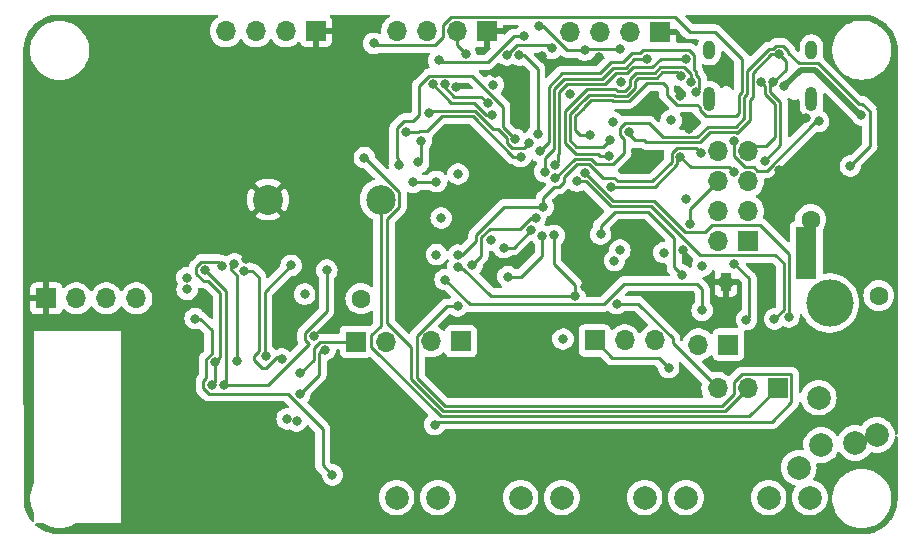
<source format=gbl>
G04 #@! TF.GenerationSoftware,KiCad,Pcbnew,7.0.2-0*
G04 #@! TF.CreationDate,2024-02-25T21:13:15-06:00*
G04 #@! TF.ProjectId,spudglo_driver_v7p0,73707564-676c-46f5-9f64-72697665725f,rev?*
G04 #@! TF.SameCoordinates,Original*
G04 #@! TF.FileFunction,Copper,L4,Bot*
G04 #@! TF.FilePolarity,Positive*
%FSLAX46Y46*%
G04 Gerber Fmt 4.6, Leading zero omitted, Abs format (unit mm)*
G04 Created by KiCad (PCBNEW 7.0.2-0) date 2024-02-25 21:13:15*
%MOMM*%
%LPD*%
G01*
G04 APERTURE LIST*
G04 #@! TA.AperFunction,ComponentPad*
%ADD10R,1.700000X1.700000*%
G04 #@! TD*
G04 #@! TA.AperFunction,ComponentPad*
%ADD11O,1.700000X1.700000*%
G04 #@! TD*
G04 #@! TA.AperFunction,ComponentPad*
%ADD12R,1.800000X4.400000*%
G04 #@! TD*
G04 #@! TA.AperFunction,ComponentPad*
%ADD13O,1.800000X4.000000*%
G04 #@! TD*
G04 #@! TA.AperFunction,ComponentPad*
%ADD14O,4.000000X1.800000*%
G04 #@! TD*
G04 #@! TA.AperFunction,ComponentPad*
%ADD15O,1.000000X2.100000*%
G04 #@! TD*
G04 #@! TA.AperFunction,ComponentPad*
%ADD16O,1.000000X1.600000*%
G04 #@! TD*
G04 #@! TA.AperFunction,ComponentPad*
%ADD17C,0.600000*%
G04 #@! TD*
G04 #@! TA.AperFunction,SMDPad,CuDef*
%ADD18R,0.900000X1.600000*%
G04 #@! TD*
G04 #@! TA.AperFunction,ComponentPad*
%ADD19C,2.000000*%
G04 #@! TD*
G04 #@! TA.AperFunction,ComponentPad*
%ADD20C,2.500000*%
G04 #@! TD*
G04 #@! TA.AperFunction,ComponentPad*
%ADD21C,2.540000*%
G04 #@! TD*
G04 #@! TA.AperFunction,ViaPad*
%ADD22C,4.000000*%
G04 #@! TD*
G04 #@! TA.AperFunction,ViaPad*
%ADD23C,1.600000*%
G04 #@! TD*
G04 #@! TA.AperFunction,ViaPad*
%ADD24C,0.800000*%
G04 #@! TD*
G04 #@! TA.AperFunction,ViaPad*
%ADD25C,2.000000*%
G04 #@! TD*
G04 #@! TA.AperFunction,Conductor*
%ADD26C,0.250000*%
G04 #@! TD*
G04 #@! TA.AperFunction,Conductor*
%ADD27C,0.500000*%
G04 #@! TD*
G04 APERTURE END LIST*
D10*
X107830000Y-135350000D03*
D11*
X105290000Y-135350000D03*
X102750000Y-135350000D03*
X100210000Y-135350000D03*
D10*
X128250000Y-161880000D03*
D11*
X125710000Y-161880000D03*
D10*
X96690000Y-161630000D03*
D11*
X99230000Y-161630000D03*
D10*
X122480000Y-135410000D03*
D11*
X119940000Y-135410000D03*
X117400000Y-135410000D03*
X114860000Y-135410000D03*
D10*
X129915000Y-153130000D03*
D11*
X127375000Y-153130000D03*
X129915000Y-150590000D03*
X127375000Y-150590000D03*
X129915000Y-148050000D03*
X127375000Y-148050000D03*
X129915000Y-145510000D03*
X127375000Y-145510000D03*
D10*
X116930000Y-161540000D03*
D11*
X119470000Y-161540000D03*
X122010000Y-161540000D03*
D12*
X134850000Y-154160000D03*
D13*
X140650000Y-154160000D03*
D14*
X137850000Y-149360000D03*
D15*
X135280000Y-141120000D03*
D16*
X135280000Y-136940000D03*
D15*
X126640000Y-141120000D03*
D16*
X126640000Y-136940000D03*
D10*
X93320000Y-135340000D03*
D11*
X90780000Y-135340000D03*
X88240000Y-135340000D03*
X85700000Y-135340000D03*
D10*
X70500000Y-157980000D03*
D11*
X73040000Y-157980000D03*
X75580000Y-157980000D03*
X78120000Y-157980000D03*
D10*
X105600000Y-161620000D03*
D11*
X103060000Y-161620000D03*
D10*
X132410000Y-165570000D03*
D11*
X129870000Y-165570000D03*
X127330000Y-165570000D03*
D17*
X128030000Y-156070000D03*
D18*
X128030000Y-156570000D03*
D17*
X128030000Y-157070000D03*
D19*
X135150000Y-174840000D03*
X131650000Y-174840000D03*
X128150000Y-174840000D03*
X124650000Y-174840000D03*
X121150000Y-174840000D03*
X117650000Y-174840000D03*
X114150000Y-174840000D03*
X110650000Y-174840000D03*
X107150000Y-174840000D03*
X103650000Y-174840000D03*
X100150000Y-174840000D03*
X96650000Y-174840000D03*
D20*
X98796605Y-149610000D03*
D21*
X89266605Y-149610000D03*
D22*
X136809999Y-158370001D03*
D23*
X135209299Y-151317803D03*
X140980000Y-157740000D03*
X97140000Y-158000000D03*
D24*
X114242818Y-161402818D03*
X107894632Y-155840899D03*
X80505500Y-152510000D03*
X105352496Y-149391397D03*
X114120000Y-165930000D03*
X108510217Y-138908684D03*
X123830000Y-159940000D03*
X98400000Y-140000000D03*
D23*
X96090000Y-155710000D03*
D24*
X85160000Y-138840000D03*
X136600000Y-145660000D03*
D25*
X138469000Y-151171000D03*
D24*
X136599903Y-144770097D03*
X105733776Y-145060307D03*
X112830000Y-162800000D03*
X120530000Y-153290000D03*
X132550000Y-147140000D03*
X141440000Y-146700000D03*
X124190000Y-140870000D03*
X110830000Y-162730000D03*
X116070000Y-150560000D03*
X141199500Y-141957896D03*
X118510000Y-164980000D03*
X105500000Y-153050000D03*
X112449500Y-137434285D03*
X93120000Y-161190000D03*
X105340000Y-163700000D03*
X121511907Y-141796679D03*
X135590000Y-161660000D03*
X69839992Y-151790000D03*
X96032652Y-141325693D03*
X114820000Y-140690000D03*
X127610000Y-139500000D03*
X90040000Y-173610000D03*
X117280000Y-137580000D03*
X105209999Y-140060000D03*
X80760000Y-158820000D03*
X112730000Y-160440000D03*
X134853555Y-142683433D03*
X124870000Y-143595500D03*
X113880000Y-160210000D03*
X116100000Y-157020000D03*
X121109158Y-146518505D03*
X124371265Y-153848814D03*
X87420421Y-154660977D03*
X137480000Y-145640000D03*
X98390000Y-138550000D03*
X137520000Y-144770000D03*
X109240000Y-162770000D03*
X102810000Y-158570000D03*
X108720000Y-159930000D03*
X122790000Y-154100000D03*
X128756891Y-144638314D03*
X124647364Y-149520500D03*
X135880000Y-142980000D03*
X118459792Y-143045781D03*
X108110000Y-153040000D03*
X103932488Y-151158974D03*
X123398921Y-142896566D03*
X103525021Y-154275750D03*
X118790000Y-158410000D03*
X105355500Y-147438000D03*
X108347052Y-139894779D03*
X132978695Y-140031305D03*
X139510000Y-142430000D03*
X110529098Y-137375500D03*
X119070000Y-136820000D03*
X116070000Y-136964500D03*
X112085500Y-144064500D03*
X112170000Y-134940000D03*
X116510000Y-144140000D03*
X98200000Y-136380000D03*
X100928759Y-143855500D03*
X110659500Y-145964000D03*
X121353114Y-137679500D03*
X112680000Y-147241393D03*
X103710000Y-137825500D03*
X110945912Y-135800500D03*
X124207243Y-139121807D03*
X118215652Y-144551551D03*
X125058964Y-139644852D03*
X118110000Y-145890500D03*
X132040367Y-139687005D03*
X101551239Y-148152653D03*
X126020672Y-158984548D03*
X104260000Y-156380000D03*
X119830821Y-143854583D03*
X132571707Y-137315500D03*
X103530000Y-148080000D03*
X131307603Y-146332493D03*
X113600000Y-147810000D03*
X138570000Y-146759697D03*
X119153597Y-139657060D03*
X97420000Y-146054500D03*
X117420127Y-152535823D03*
X124289588Y-156002185D03*
X131040864Y-139687005D03*
X125933406Y-145661192D03*
X112562163Y-150198151D03*
X105370697Y-154307276D03*
X82430000Y-157210000D03*
X91695000Y-168365000D03*
X92370000Y-157620000D03*
X82404500Y-156220000D03*
X90890000Y-168170000D03*
X89112874Y-162830424D03*
X91230000Y-155180000D03*
X124994375Y-151655500D03*
X125541633Y-140520085D03*
X112263107Y-145513577D03*
X113536130Y-146649916D03*
X124622701Y-137679500D03*
X105354385Y-155306645D03*
X115250000Y-157750000D03*
X113478080Y-152635002D03*
X111397028Y-144789077D03*
X102862000Y-142280000D03*
X112479267Y-152672119D03*
X109585946Y-156144500D03*
X84800000Y-163380000D03*
X85382842Y-155238243D03*
X84500000Y-165294500D03*
X94240000Y-155590000D03*
X85524500Y-165294500D03*
X83920000Y-155580000D03*
X129770000Y-159770000D03*
X128750000Y-155029500D03*
X108227987Y-142462013D03*
X103220612Y-139855142D03*
X83099999Y-159689241D03*
X94728260Y-172924346D03*
X109210000Y-153670000D03*
X103383107Y-168673107D03*
X105315500Y-158620500D03*
X111534500Y-152200000D03*
X106537688Y-155147940D03*
X111920000Y-151140000D03*
X94100000Y-162354500D03*
X91960000Y-166070000D03*
X90420000Y-163119502D03*
X102000739Y-146466141D03*
X102237250Y-144652749D03*
X104220000Y-139840000D03*
X107856658Y-141454288D03*
X87248258Y-155645540D03*
X100377451Y-146672049D03*
X86430844Y-155070354D03*
X86610000Y-163300000D03*
X110209500Y-144514500D03*
X92000000Y-164320500D03*
X128693573Y-147269503D03*
X118290000Y-148510000D03*
X124169308Y-145965500D03*
X124169308Y-145965500D03*
D25*
X140826747Y-169544749D03*
D24*
X113274979Y-136804314D03*
D25*
X136100000Y-170390000D03*
D24*
X106001207Y-137265000D03*
D25*
X134195000Y-172295000D03*
X138980000Y-170210000D03*
D24*
X109510000Y-137370000D03*
X126044938Y-155214355D03*
D25*
X135890000Y-166370000D03*
D24*
X123190000Y-163830000D03*
X133370000Y-159560000D03*
X116128306Y-147348996D03*
X115421552Y-148055752D03*
X132140000Y-159712003D03*
X119056845Y-153889088D03*
X118595180Y-154775582D03*
D26*
X123529695Y-161769695D02*
X123529695Y-161349695D01*
X131494695Y-147170000D02*
X135684695Y-142980000D01*
X130696701Y-147170000D02*
X131494695Y-147170000D01*
X130401701Y-146875000D02*
X130696701Y-147170000D01*
X128680000Y-145060000D02*
X128680000Y-145936701D01*
X128756891Y-144638314D02*
X128756891Y-144983109D01*
X123529695Y-161349695D02*
X120590000Y-158410000D01*
X120590000Y-158410000D02*
X118790000Y-158410000D01*
X129618299Y-146875000D02*
X130401701Y-146875000D01*
X127330000Y-165570000D02*
X123529695Y-161769695D01*
X135684695Y-142980000D02*
X135880000Y-142980000D01*
X128680000Y-145936701D02*
X129618299Y-146875000D01*
X128756891Y-144983109D02*
X128680000Y-145060000D01*
D27*
X134370000Y-138640000D02*
X132978695Y-140031305D01*
X139510000Y-142430000D02*
X139406828Y-142430000D01*
X139406828Y-142430000D02*
X135616828Y-138640000D01*
X135616828Y-138640000D02*
X134370000Y-138640000D01*
D26*
X114560896Y-136964500D02*
X112536396Y-134940000D01*
X119070000Y-136830000D02*
X119070000Y-136820000D01*
X116070000Y-136964500D02*
X114560896Y-136964500D01*
X112085500Y-138525500D02*
X112085500Y-144064500D01*
X116204500Y-136830000D02*
X119070000Y-136830000D01*
X110529098Y-137375500D02*
X110935500Y-137375500D01*
X116070000Y-136964500D02*
X116204500Y-136830000D01*
X112536396Y-134940000D02*
X112170000Y-134940000D01*
X110935500Y-137375500D02*
X112085500Y-138525500D01*
X104115000Y-135836701D02*
X104115000Y-134863299D01*
X123010000Y-140715305D02*
X123010000Y-140090000D01*
X126353274Y-142550000D02*
X125815000Y-142011726D01*
X129150000Y-142250000D02*
X128850000Y-142550000D01*
X115690000Y-144140000D02*
X116510000Y-144140000D01*
X111995000Y-134175000D02*
X112015000Y-134155000D01*
X118480500Y-141282060D02*
X118371333Y-141172893D01*
X103426701Y-136525000D02*
X104115000Y-135836701D01*
X112015000Y-134155000D02*
X123715000Y-134155000D01*
X129150000Y-140765265D02*
X129150000Y-142250000D01*
X98345000Y-136525000D02*
X103426701Y-136525000D01*
X116635204Y-141172893D02*
X116000000Y-141808097D01*
X123889695Y-141595000D02*
X123010000Y-140715305D01*
X129390000Y-140525265D02*
X129150000Y-140765265D01*
X98200000Y-136380000D02*
X98345000Y-136525000D01*
X115280000Y-143730000D02*
X115690000Y-144140000D01*
X116000000Y-141808097D02*
X116000000Y-141836396D01*
X116000000Y-141836396D02*
X115280000Y-142556396D01*
X118371333Y-141172893D02*
X116635204Y-141172893D01*
X121348754Y-139760000D02*
X119826694Y-141282060D01*
X125815000Y-142011726D02*
X125815000Y-141785000D01*
X125625000Y-141595000D02*
X123889695Y-141595000D01*
X125815000Y-141785000D02*
X125625000Y-141595000D01*
X123715000Y-134155000D02*
X124975000Y-135415000D01*
X124975000Y-135415000D02*
X127135000Y-135415000D01*
X127135000Y-135415000D02*
X129390000Y-137670000D01*
X104115000Y-134863299D02*
X104803299Y-134175000D01*
X122680000Y-139760000D02*
X121348754Y-139760000D01*
X123010000Y-140090000D02*
X122680000Y-139760000D01*
X119826694Y-141282060D02*
X118480500Y-141282060D01*
X115280000Y-142556396D02*
X115280000Y-143730000D01*
X128850000Y-142550000D02*
X126353274Y-142550000D01*
X104803299Y-134175000D02*
X111995000Y-134175000D01*
X129390000Y-137670000D02*
X129390000Y-140525265D01*
X102013794Y-143855500D02*
X102061946Y-143807348D01*
X109977604Y-145964000D02*
X110659500Y-145964000D01*
X102742652Y-143807348D02*
X103980000Y-142570000D01*
X100928759Y-143855500D02*
X102013794Y-143855500D01*
X103980000Y-142570000D02*
X106583604Y-142570000D01*
X106583604Y-142570000D02*
X109977604Y-145964000D01*
X102061946Y-143807348D02*
X102742652Y-143807348D01*
X118688969Y-138430000D02*
X118506396Y-138430000D01*
X119329373Y-138430000D02*
X119309476Y-138449897D01*
X119540000Y-138430000D02*
X119329373Y-138430000D01*
X112680000Y-146121989D02*
X112680000Y-147241393D01*
X113480000Y-140240000D02*
X113480000Y-145321989D01*
X120290500Y-137679500D02*
X119540000Y-138430000D01*
X118506396Y-138430000D02*
X117563503Y-139372893D01*
X119309476Y-138449897D02*
X118708866Y-138449897D01*
X118708866Y-138449897D02*
X118688969Y-138430000D01*
X121353114Y-137679500D02*
X120290500Y-137679500D01*
X117563503Y-139372893D02*
X114347107Y-139372893D01*
X114347107Y-139372893D02*
X113480000Y-140240000D01*
X113480000Y-145321989D02*
X112680000Y-146121989D01*
X103874000Y-137989500D02*
X103710000Y-137825500D01*
X110945912Y-135800500D02*
X110054195Y-135800500D01*
X110054195Y-135800500D02*
X107865195Y-137989500D01*
X107865195Y-137989500D02*
X103874000Y-137989500D01*
X118557729Y-140722893D02*
X118666896Y-140832060D01*
X116433503Y-140722893D02*
X118557729Y-140722893D01*
X115995000Y-141161396D02*
X116433503Y-140722893D01*
X117649283Y-145117920D02*
X115347920Y-145117920D01*
X114830000Y-144600000D02*
X114830000Y-142370000D01*
X122640844Y-138846807D02*
X123932243Y-138846807D01*
X120328597Y-140143761D02*
X120328597Y-139550591D01*
X120569188Y-139310000D02*
X122177651Y-139310000D01*
X115995000Y-141176701D02*
X115995000Y-141161396D01*
X123932243Y-138846807D02*
X124207243Y-139121807D01*
X118215652Y-144551551D02*
X117649283Y-145117920D01*
X118666896Y-140832060D02*
X119640298Y-140832060D01*
X122177651Y-139310000D02*
X122640844Y-138846807D01*
X114830000Y-142370000D02*
X115550000Y-141650000D01*
X119640298Y-140832060D02*
X120328597Y-140143761D01*
X120328597Y-139550591D02*
X120569188Y-139310000D01*
X115550000Y-141650000D02*
X115550000Y-141621701D01*
X115550000Y-141621701D02*
X115995000Y-141176701D01*
X115347920Y-145117920D02*
X114830000Y-144600000D01*
X119878597Y-139957365D02*
X119878597Y-139364195D01*
X119453902Y-140382060D02*
X119878597Y-139957365D01*
X115545000Y-140975000D02*
X116247107Y-140272893D01*
X116247107Y-140272893D02*
X118744125Y-140272893D01*
X115545000Y-140990305D02*
X115545000Y-140975000D01*
X115105000Y-141415000D02*
X115120305Y-141415000D01*
X124507548Y-138396807D02*
X125058964Y-138948223D01*
X115317600Y-145723996D02*
X114380000Y-144786396D01*
X118110000Y-145890500D02*
X117338541Y-145890500D01*
X122454448Y-138396807D02*
X124507548Y-138396807D01*
X114380000Y-144786396D02*
X114380000Y-142140000D01*
X120382792Y-138860000D02*
X121991255Y-138860000D01*
X114380000Y-142140000D02*
X115105000Y-141415000D01*
X117338541Y-145890500D02*
X117172037Y-145723996D01*
X117172037Y-145723996D02*
X115317600Y-145723996D01*
X125058964Y-138948223D02*
X125058964Y-139644852D01*
X115120305Y-141415000D02*
X115545000Y-140990305D01*
X118744125Y-140272893D02*
X118853292Y-140382060D01*
X119878597Y-139364195D02*
X120382792Y-138860000D01*
X121991255Y-138860000D02*
X122454448Y-138396807D01*
X118853292Y-140382060D02*
X119453902Y-140382060D01*
X131307603Y-146332493D02*
X132640000Y-145000096D01*
X130050000Y-141138057D02*
X130290000Y-140898057D01*
X126701903Y-143885000D02*
X128926396Y-143885000D01*
X130050000Y-142900000D02*
X130050000Y-141138057D01*
X126020672Y-158984548D02*
X126020672Y-157206073D01*
X132640000Y-141354311D02*
X131803695Y-140518006D01*
X131844500Y-137315500D02*
X132571707Y-137315500D01*
X125816903Y-144770000D02*
X126701903Y-143885000D01*
X119830821Y-143854583D02*
X119830821Y-144095321D01*
X132640000Y-145000096D02*
X132640000Y-141354311D01*
X119439695Y-156735000D02*
X117699695Y-158475000D01*
X103457347Y-148152653D02*
X103530000Y-148080000D01*
X130290000Y-140898057D02*
X130290000Y-138870000D01*
X106355000Y-158475000D02*
X104260000Y-156380000D01*
X131803695Y-139923677D02*
X132040367Y-139687005D01*
X130290000Y-138870000D02*
X131844500Y-137315500D01*
X120340500Y-144605000D02*
X121130305Y-144605000D01*
X125549599Y-156735000D02*
X119439695Y-156735000D01*
X128995698Y-143954302D02*
X130050000Y-142900000D01*
X132571707Y-137315500D02*
X133130000Y-137873793D01*
X121295305Y-144770000D02*
X125816903Y-144770000D01*
X131803695Y-140518006D02*
X131803695Y-139923677D01*
X121130305Y-144605000D02*
X121295305Y-144770000D01*
X119830821Y-144095321D02*
X120340500Y-144605000D01*
X133130000Y-137873793D02*
X133130000Y-138597372D01*
X117699695Y-158475000D02*
X106355000Y-158475000D01*
X101551239Y-148152653D02*
X103457347Y-148152653D01*
X126020672Y-157206073D02*
X125549599Y-156735000D01*
X128926396Y-143885000D02*
X128995698Y-143954302D01*
X133130000Y-138597372D02*
X132040367Y-139687005D01*
X139270000Y-141480000D02*
X135855000Y-138065000D01*
X119105821Y-144154888D02*
X119410000Y-144459067D01*
X126515507Y-143435000D02*
X125630507Y-144320000D01*
X121533909Y-143155000D02*
X120156543Y-143155000D01*
X138570000Y-146759697D02*
X140235000Y-145094697D01*
X119410000Y-144459067D02*
X119410000Y-145680000D01*
X119410000Y-145680000D02*
X118469753Y-146620247D01*
X131658104Y-136865500D02*
X129840000Y-138683604D01*
X133296707Y-137015195D02*
X132872012Y-136590500D01*
X129840000Y-140711661D02*
X129600000Y-140951661D01*
X116615007Y-146173996D02*
X115236004Y-146173996D01*
X129840000Y-138683604D02*
X129840000Y-140711661D01*
X119105821Y-143554278D02*
X119105821Y-144154888D01*
X120156543Y-143155000D02*
X120131126Y-143129583D01*
X118469753Y-146620247D02*
X117061258Y-146620247D01*
X132271402Y-136590500D02*
X131996402Y-136865500D01*
X139600000Y-141480000D02*
X139270000Y-141480000D01*
X120131126Y-143129583D02*
X119530516Y-143129583D01*
X134185000Y-138065000D02*
X133296707Y-137176707D01*
X135855000Y-138065000D02*
X134185000Y-138065000D01*
X140235000Y-145094697D02*
X140235000Y-142115000D01*
X133296707Y-137176707D02*
X133296707Y-137015195D01*
X129600000Y-142713604D02*
X128878604Y-143435000D01*
X122698909Y-144320000D02*
X121533909Y-143155000D01*
X117061258Y-146620247D02*
X116615007Y-146173996D01*
X125630507Y-144320000D02*
X122698909Y-144320000D01*
X132872012Y-136590500D02*
X132271402Y-136590500D01*
X129600000Y-140951661D02*
X129600000Y-142713604D01*
X128878604Y-143435000D02*
X126515507Y-143435000D01*
X115236004Y-146173996D02*
X113600000Y-147810000D01*
X119530516Y-143129583D02*
X119105821Y-143554278D01*
X140235000Y-142115000D02*
X139600000Y-141480000D01*
X131996402Y-136865500D02*
X131658104Y-136865500D01*
X100371605Y-150262387D02*
X99350000Y-151283992D01*
X97468492Y-146054500D02*
X100371605Y-148957613D01*
X100371605Y-148957613D02*
X100371605Y-150262387D01*
X97420000Y-146054500D02*
X97468492Y-146054500D01*
X101355000Y-164780305D02*
X104074695Y-167500000D01*
X99350000Y-160088299D02*
X101355000Y-162093299D01*
X99350000Y-151283992D02*
X99350000Y-160088299D01*
X104074695Y-167500000D02*
X127940000Y-167500000D01*
X101355000Y-162093299D02*
X101355000Y-164780305D01*
X127940000Y-167500000D02*
X129870000Y-165570000D01*
X123646265Y-152856265D02*
X121420000Y-150630000D01*
X117420127Y-151819873D02*
X117420127Y-152535823D01*
X123646265Y-155358862D02*
X123646265Y-152856265D01*
X124289588Y-156002185D02*
X123646265Y-155358862D01*
X121420000Y-150630000D02*
X118610000Y-150630000D01*
X118610000Y-150630000D02*
X117420127Y-151819873D01*
X131421499Y-145086047D02*
X130338953Y-145086047D01*
X114325000Y-147721396D02*
X114325000Y-148110305D01*
X112562163Y-149484233D02*
X112562163Y-150198151D01*
X131040864Y-139687005D02*
X131353695Y-139999836D01*
X117589615Y-147785000D02*
X116428611Y-146623996D01*
X114325000Y-148110305D02*
X113900305Y-148535000D01*
X131353695Y-139999836D02*
X131353695Y-140704402D01*
X121813604Y-148060000D02*
X118865305Y-148060000D01*
X106860000Y-153130000D02*
X106860000Y-152628299D01*
X123444308Y-146429296D02*
X121813604Y-148060000D01*
X118590305Y-147785000D02*
X117589615Y-147785000D01*
X113900305Y-148535000D02*
X113511396Y-148535000D01*
X118865305Y-148060000D02*
X118590305Y-147785000D01*
X105682724Y-154307276D02*
X106860000Y-153130000D01*
X125492214Y-145220000D02*
X123889503Y-145220000D01*
X130338953Y-145086047D02*
X129915000Y-145510000D01*
X109290148Y-150198151D02*
X112562163Y-150198151D01*
X105370697Y-154307276D02*
X105682724Y-154307276D01*
X123444308Y-145665195D02*
X123444308Y-146429296D01*
X132170000Y-141520707D02*
X132170000Y-144337546D01*
X131353695Y-140704402D02*
X132170000Y-141520707D01*
X113511396Y-148535000D02*
X112562163Y-149484233D01*
X132170000Y-144337546D02*
X131421499Y-145086047D01*
X123889503Y-145220000D02*
X123444308Y-145665195D01*
X115422400Y-146623996D02*
X114325000Y-147721396D01*
X116428611Y-146623996D02*
X115422400Y-146623996D01*
X106860000Y-152628299D02*
X109290148Y-150198151D01*
X125933406Y-145661192D02*
X125492214Y-145220000D01*
X88980000Y-162697550D02*
X89112874Y-162830424D01*
X91230000Y-155180000D02*
X88980000Y-157430000D01*
X88980000Y-157430000D02*
X88980000Y-162697550D01*
X124994375Y-151655500D02*
X124994375Y-150430625D01*
X124994375Y-150430625D02*
X127375000Y-148050000D01*
X125347701Y-137379195D02*
X124923006Y-136954500D01*
X121052809Y-136954500D02*
X120777809Y-137229500D01*
X119353604Y-137980000D02*
X118320000Y-137980000D01*
X125783964Y-140277754D02*
X125783964Y-139344547D01*
X125541633Y-140520085D02*
X125783964Y-140277754D01*
X124923006Y-136954500D02*
X121052809Y-136954500D01*
X125783964Y-139344547D02*
X125508964Y-139069547D01*
X120104104Y-137229500D02*
X119353604Y-137980000D01*
X125508964Y-138761827D02*
X125347701Y-138600564D01*
X117377107Y-138922893D02*
X114160711Y-138922893D01*
X120777809Y-137229500D02*
X120104104Y-137229500D01*
X113030000Y-144746684D02*
X112263107Y-145513577D01*
X113030000Y-140053604D02*
X113030000Y-144746684D01*
X114160711Y-138922893D02*
X113030000Y-140053604D01*
X125347701Y-138600564D02*
X125347701Y-137379195D01*
X125508964Y-139069547D02*
X125508964Y-138761827D01*
X118320000Y-137980000D02*
X117377107Y-138922893D01*
X118742893Y-138920000D02*
X117840000Y-139822893D01*
X117840000Y-139822893D02*
X114587107Y-139822893D01*
X114587107Y-139822893D02*
X113930000Y-140480000D01*
X113930000Y-140480000D02*
X113930000Y-145693604D01*
X124622701Y-137679500D02*
X122535359Y-137679500D01*
X120196396Y-138410000D02*
X119686396Y-138920000D01*
X113930000Y-145693604D02*
X113830000Y-145793604D01*
X119686396Y-138920000D02*
X118742893Y-138920000D01*
X122535359Y-137679500D02*
X121804859Y-138410000D01*
X113830000Y-146356046D02*
X113536130Y-146649916D01*
X121804859Y-138410000D02*
X120196396Y-138410000D01*
X113830000Y-145793604D02*
X113830000Y-146356046D01*
X105354385Y-155306645D02*
X105495985Y-155448245D01*
X113478080Y-155072775D02*
X113478080Y-152635002D01*
X115250000Y-157750000D02*
X115250000Y-156844695D01*
X108114443Y-157750000D02*
X115250000Y-157750000D01*
X105812688Y-155448245D02*
X108114443Y-157750000D01*
X115250000Y-156844695D02*
X113478080Y-155072775D01*
X105495985Y-155448245D02*
X105812688Y-155448245D01*
X109484500Y-144814805D02*
X109909195Y-145239500D01*
X103022000Y-142120000D02*
X106770000Y-142120000D01*
X110946605Y-145239500D02*
X111397028Y-144789077D01*
X102862000Y-142280000D02*
X103022000Y-142120000D01*
X109484500Y-144420896D02*
X109484500Y-144814805D01*
X108710000Y-143646396D02*
X109484500Y-144420896D01*
X108296396Y-143646396D02*
X108710000Y-143646396D01*
X109909195Y-145239500D02*
X110946605Y-145239500D01*
X106770000Y-142120000D02*
X108296396Y-143646396D01*
X109585946Y-156144500D02*
X110725500Y-156144500D01*
X112479267Y-154390733D02*
X112479267Y-152672119D01*
X110725500Y-156144500D02*
X112479267Y-154390733D01*
X83808198Y-156498198D02*
X84201802Y-156498198D01*
X84500000Y-165294500D02*
X84800000Y-164994500D01*
X85382842Y-155238243D02*
X84999599Y-154855000D01*
X84999599Y-154855000D02*
X83619695Y-154855000D01*
X84800000Y-164994500D02*
X84800000Y-163380000D01*
X83195000Y-155885000D02*
X83808198Y-156498198D01*
X83619695Y-154855000D02*
X83195000Y-155279695D01*
X83195000Y-155279695D02*
X83195000Y-155885000D01*
X85240000Y-157536396D02*
X85240000Y-162940000D01*
X85240000Y-162940000D02*
X84800000Y-163380000D01*
X84201802Y-156498198D02*
X85240000Y-157536396D01*
X89270307Y-165294500D02*
X92734751Y-161830056D01*
X92734751Y-161830056D02*
X92395000Y-161490305D01*
X94230000Y-155600000D02*
X94240000Y-155590000D01*
X85524500Y-165294500D02*
X89270307Y-165294500D01*
X85690000Y-157350000D02*
X83920000Y-155580000D01*
X85690000Y-165129000D02*
X85690000Y-157350000D01*
X85524500Y-165294500D02*
X85690000Y-165129000D01*
X92395000Y-160889695D02*
X94230000Y-159054695D01*
X94230000Y-159054695D02*
X94230000Y-155600000D01*
X92395000Y-161490305D02*
X92395000Y-160889695D01*
X130000000Y-159540000D02*
X129770000Y-159770000D01*
X130000000Y-156279500D02*
X130000000Y-159540000D01*
X128750000Y-155029500D02*
X130000000Y-156279500D01*
X103220612Y-139855142D02*
X103220612Y-139865917D01*
X103220612Y-139865917D02*
X104749695Y-141395000D01*
X83529241Y-159689241D02*
X83099999Y-159689241D01*
X90934695Y-166070000D02*
X84250195Y-166070000D01*
X83775000Y-165594805D02*
X83775000Y-164994195D01*
X93884695Y-172080781D02*
X93884695Y-169020000D01*
X84500000Y-160660000D02*
X83529241Y-159689241D01*
X107748409Y-142462013D02*
X108227987Y-142462013D01*
X106681396Y-141395000D02*
X107748409Y-142462013D01*
X84030000Y-164739195D02*
X84030000Y-163125000D01*
X84250195Y-166070000D02*
X83775000Y-165594805D01*
X94728260Y-172924346D02*
X93884695Y-172080781D01*
X84030000Y-163125000D02*
X84500000Y-162655000D01*
X83775000Y-164994195D02*
X84030000Y-164739195D01*
X84500000Y-162655000D02*
X84500000Y-160660000D01*
X104749695Y-141395000D02*
X106681396Y-141395000D01*
X93884695Y-169020000D02*
X90934695Y-166070000D01*
X104261091Y-167050000D02*
X101885000Y-164673909D01*
X103383107Y-168673107D02*
X103428796Y-168673107D01*
X104397799Y-158620500D02*
X105315500Y-158620500D01*
X131930000Y-168400000D02*
X133585000Y-166745000D01*
X127701701Y-167050000D02*
X104261091Y-167050000D01*
X128695000Y-165083299D02*
X128695000Y-166056701D01*
X133585000Y-164395000D02*
X129383299Y-164395000D01*
X129383299Y-164395000D02*
X128695000Y-165083299D01*
X103428796Y-168673107D02*
X103701903Y-168400000D01*
X101885000Y-161133299D02*
X104397799Y-158620500D01*
X109210000Y-153670000D02*
X110064500Y-153670000D01*
X101885000Y-164673909D02*
X101885000Y-161133299D01*
X110064500Y-153670000D02*
X111534500Y-152200000D01*
X128695000Y-166056701D02*
X127701701Y-167050000D01*
X103701903Y-168400000D02*
X131930000Y-168400000D01*
X133585000Y-166745000D02*
X133585000Y-164395000D01*
X93600000Y-164430000D02*
X91960000Y-166070000D01*
X107310000Y-152814695D02*
X108054695Y-152070000D01*
X111569195Y-151140000D02*
X111920000Y-151140000D01*
X94100000Y-162354500D02*
X93825500Y-162354500D01*
X93825500Y-162354500D02*
X93600000Y-162580000D01*
X106537688Y-155147940D02*
X107310000Y-154375628D01*
X110639195Y-152070000D02*
X111569195Y-151140000D01*
X93600000Y-162580000D02*
X93600000Y-164430000D01*
X108054695Y-152070000D02*
X110639195Y-152070000D01*
X107310000Y-154375628D02*
X107310000Y-152814695D01*
X88470000Y-162447993D02*
X88070000Y-162847993D01*
X107856658Y-141454288D02*
X107322370Y-140920000D01*
X88724695Y-163840000D02*
X89128603Y-163840000D01*
X89988603Y-162980000D02*
X90280498Y-162980000D01*
X88470000Y-156170000D02*
X88470000Y-162447993D01*
X87945540Y-155645540D02*
X88470000Y-156170000D01*
X104220000Y-140095306D02*
X104220000Y-139840000D01*
X90280498Y-162980000D02*
X90420000Y-163119502D01*
X102237250Y-144652749D02*
X102237250Y-146229630D01*
X88070000Y-162847993D02*
X88070000Y-163185305D01*
X87248258Y-155645540D02*
X87945540Y-155645540D01*
X107322370Y-140920000D02*
X105880000Y-140920000D01*
X102237250Y-146229630D02*
X102000739Y-146466141D01*
X89128603Y-163840000D02*
X89988603Y-162980000D01*
X105044694Y-140920000D02*
X104220000Y-140095306D01*
X88070000Y-163185305D02*
X88724695Y-163840000D01*
X105880000Y-140920000D02*
X105044694Y-140920000D01*
X102070000Y-142410000D02*
X102070000Y-139980449D01*
X100170000Y-143588954D02*
X100808954Y-142950000D01*
X100377451Y-146297451D02*
X100170000Y-146090000D01*
X109160000Y-143460000D02*
X110209500Y-144509500D01*
X100170000Y-146090000D02*
X100170000Y-143588954D01*
X86120000Y-155381198D02*
X86120000Y-155542587D01*
X106542675Y-139115000D02*
X109160000Y-141732325D01*
X101530000Y-142950000D02*
X102070000Y-142410000D01*
X86120000Y-155542587D02*
X86610000Y-156032587D01*
X100808954Y-142950000D02*
X101530000Y-142950000D01*
X102070000Y-139980449D02*
X102935449Y-139115000D01*
X100377451Y-146672049D02*
X100377451Y-146297451D01*
X86430844Y-155070354D02*
X86120000Y-155381198D01*
X86610000Y-156032587D02*
X86610000Y-163300000D01*
X109160000Y-141732325D02*
X109160000Y-143460000D01*
X102935449Y-139115000D02*
X106542675Y-139115000D01*
X110209500Y-144509500D02*
X110209500Y-144514500D01*
X93395000Y-161915000D02*
X93420305Y-161915000D01*
X93150000Y-163170500D02*
X93150000Y-162160000D01*
X93420305Y-161915000D02*
X93705305Y-161630000D01*
X92000000Y-164320500D02*
X93150000Y-163170500D01*
X93705305Y-161630000D02*
X96690000Y-161630000D01*
X93150000Y-162160000D02*
X93395000Y-161915000D01*
X122000000Y-148510000D02*
X118290000Y-148510000D01*
X123904808Y-146605192D02*
X122000000Y-148510000D01*
X123904808Y-146230000D02*
X123904808Y-146605192D01*
X124169308Y-145965500D02*
X123904808Y-146230000D01*
X128299070Y-146875000D02*
X128693573Y-147269503D01*
X124169308Y-145965500D02*
X125078808Y-146875000D01*
X125078808Y-146875000D02*
X128299070Y-146875000D01*
X113274979Y-136729674D02*
X113070305Y-136525000D01*
X105290000Y-136553793D02*
X105290000Y-135350000D01*
X113070305Y-136525000D02*
X110355000Y-136525000D01*
X110355000Y-136525000D02*
X109510000Y-137370000D01*
X106001207Y-137265000D02*
X105290000Y-136553793D01*
X113274979Y-136804314D02*
X113274979Y-136729674D01*
X122380000Y-163020000D02*
X118410000Y-163020000D01*
X123190000Y-163830000D02*
X122380000Y-163020000D01*
X118410000Y-163020000D02*
X116930000Y-161540000D01*
X126888299Y-151765000D02*
X130900000Y-151765000D01*
X121914152Y-149730000D02*
X124564152Y-152380000D01*
X133370000Y-154235000D02*
X133370000Y-159560000D01*
X116128306Y-147373611D02*
X118484695Y-149730000D01*
X124564152Y-152380000D02*
X126273299Y-152380000D01*
X130900000Y-151765000D02*
X133370000Y-154235000D01*
X126273299Y-152380000D02*
X126888299Y-151765000D01*
X118484695Y-149730000D02*
X121914152Y-149730000D01*
X116128306Y-147348996D02*
X116128306Y-147373611D01*
X132920000Y-158932003D02*
X132920000Y-155010000D01*
X132140000Y-159712003D02*
X132920000Y-158932003D01*
X115828001Y-148073996D02*
X115809757Y-148055752D01*
X115809757Y-148055752D02*
X115421552Y-148055752D01*
X121727756Y-150180000D02*
X118298299Y-150180000D01*
X116192295Y-148073996D02*
X115828001Y-148073996D01*
X132920000Y-155010000D02*
X132215000Y-154305000D01*
X125852756Y-154305000D02*
X121727756Y-150180000D01*
X118298299Y-150180000D02*
X116192295Y-148073996D01*
X132215000Y-154305000D02*
X125852756Y-154305000D01*
X130030000Y-167950000D02*
X103888299Y-167950000D01*
X98796605Y-160343395D02*
X98796605Y-149610000D01*
X98030000Y-161110000D02*
X98796605Y-160343395D01*
X103888299Y-167950000D02*
X98030000Y-162091701D01*
X132410000Y-165570000D02*
X130030000Y-167950000D01*
X98030000Y-162091701D02*
X98030000Y-161110000D01*
G04 #@! TA.AperFunction,Conductor*
G36*
X84936673Y-133943433D02*
G01*
X85003709Y-133963126D01*
X85049457Y-134015936D01*
X85059392Y-134085096D01*
X85030358Y-134148648D01*
X84995674Y-134176487D01*
X84954426Y-134198809D01*
X84776760Y-134337094D01*
X84624279Y-134502730D01*
X84501138Y-134691211D01*
X84410705Y-134897381D01*
X84410704Y-134897384D01*
X84378088Y-135026183D01*
X84355435Y-135115636D01*
X84336843Y-135340000D01*
X84355435Y-135564363D01*
X84355435Y-135564366D01*
X84355436Y-135564368D01*
X84408763Y-135774952D01*
X84410705Y-135782618D01*
X84501138Y-135988788D01*
X84501140Y-135988791D01*
X84624278Y-136177268D01*
X84776760Y-136342906D01*
X84954424Y-136481189D01*
X85152426Y-136588342D01*
X85365365Y-136661444D01*
X85587431Y-136698500D01*
X85812569Y-136698500D01*
X86034635Y-136661444D01*
X86247574Y-136588342D01*
X86445576Y-136481189D01*
X86623240Y-136342906D01*
X86775722Y-136177268D01*
X86866191Y-136038793D01*
X86919336Y-135993438D01*
X86988567Y-135984014D01*
X87051903Y-136013515D01*
X87073807Y-136038794D01*
X87164275Y-136177265D01*
X87190521Y-136205775D01*
X87316760Y-136342906D01*
X87494424Y-136481189D01*
X87692426Y-136588342D01*
X87905365Y-136661444D01*
X88127431Y-136698500D01*
X88352569Y-136698500D01*
X88574635Y-136661444D01*
X88787574Y-136588342D01*
X88985576Y-136481189D01*
X89163240Y-136342906D01*
X89315722Y-136177268D01*
X89396652Y-136053396D01*
X89406191Y-136038795D01*
X89459337Y-135993438D01*
X89528569Y-135984014D01*
X89591905Y-136013516D01*
X89613809Y-136038795D01*
X89703302Y-136175775D01*
X89704278Y-136177268D01*
X89856760Y-136342906D01*
X90034424Y-136481189D01*
X90232426Y-136588342D01*
X90445365Y-136661444D01*
X90667431Y-136698500D01*
X90892569Y-136698500D01*
X91114635Y-136661444D01*
X91327574Y-136588342D01*
X91525576Y-136481189D01*
X91703240Y-136342906D01*
X91741528Y-136301315D01*
X91772908Y-136267228D01*
X91832795Y-136231237D01*
X91902633Y-136233338D01*
X91960249Y-136272862D01*
X91980319Y-136307877D01*
X92026647Y-136432089D01*
X92112811Y-136547188D01*
X92227910Y-136633352D01*
X92362628Y-136683599D01*
X92418867Y-136689645D01*
X92425482Y-136690000D01*
X93070000Y-136690000D01*
X93070000Y-135775501D01*
X93177685Y-135824680D01*
X93284237Y-135840000D01*
X93355763Y-135840000D01*
X93462315Y-135824680D01*
X93570000Y-135775501D01*
X93570000Y-136690000D01*
X94214518Y-136690000D01*
X94221132Y-136689645D01*
X94277371Y-136683599D01*
X94412089Y-136633352D01*
X94527188Y-136547188D01*
X94613352Y-136432089D01*
X94663599Y-136297371D01*
X94669645Y-136241132D01*
X94670000Y-136234518D01*
X94670000Y-135590000D01*
X93753686Y-135590000D01*
X93779493Y-135549844D01*
X93820000Y-135411889D01*
X93820000Y-135268111D01*
X93779493Y-135130156D01*
X93753686Y-135090000D01*
X94669999Y-135090000D01*
X94670000Y-134445481D01*
X94669645Y-134438867D01*
X94663599Y-134382628D01*
X94613352Y-134247910D01*
X94534815Y-134142998D01*
X94510398Y-134077533D01*
X94525250Y-134009260D01*
X94574655Y-133959855D01*
X94634096Y-133944687D01*
X99461681Y-133945311D01*
X99528717Y-133965004D01*
X99574465Y-134017814D01*
X99584400Y-134086974D01*
X99555366Y-134150526D01*
X99520682Y-134178365D01*
X99464426Y-134208809D01*
X99286760Y-134347094D01*
X99134279Y-134512730D01*
X99011138Y-134701211D01*
X98920705Y-134907381D01*
X98920704Y-134907384D01*
X98907376Y-134960016D01*
X98865435Y-135125636D01*
X98846843Y-135349994D01*
X98857750Y-135481620D01*
X98843668Y-135550056D01*
X98794822Y-135600015D01*
X98726721Y-135615635D01*
X98661286Y-135592176D01*
X98656751Y-135588881D01*
X98482285Y-135511204D01*
X98295489Y-135471500D01*
X98295487Y-135471500D01*
X98104513Y-135471500D01*
X98104511Y-135471500D01*
X97917714Y-135511204D01*
X97743248Y-135588881D01*
X97588748Y-135701133D01*
X97588747Y-135701134D01*
X97586382Y-135703761D01*
X97460957Y-135843058D01*
X97365472Y-136008443D01*
X97306458Y-136190070D01*
X97290561Y-136341319D01*
X97286496Y-136380000D01*
X97289112Y-136404886D01*
X97306458Y-136569929D01*
X97365472Y-136751556D01*
X97460957Y-136916941D01*
X97460960Y-136916944D01*
X97588747Y-137058866D01*
X97709549Y-137146634D01*
X97743248Y-137171118D01*
X97917714Y-137248795D01*
X98104511Y-137288500D01*
X98104513Y-137288500D01*
X98295489Y-137288500D01*
X98482285Y-137248795D01*
X98482286Y-137248794D01*
X98482288Y-137248794D01*
X98559048Y-137214618D01*
X98661016Y-137169220D01*
X98711451Y-137158500D01*
X102831273Y-137158500D01*
X102898312Y-137178185D01*
X102944067Y-137230989D01*
X102954011Y-137300147D01*
X102938660Y-137344500D01*
X102875472Y-137453943D01*
X102816458Y-137635570D01*
X102796496Y-137825500D01*
X102816458Y-138015429D01*
X102875472Y-138197056D01*
X102934066Y-138298543D01*
X102950539Y-138366443D01*
X102927686Y-138432470D01*
X102872765Y-138475661D01*
X102846430Y-138481167D01*
X102815950Y-138490022D01*
X102796910Y-138493965D01*
X102776654Y-138496525D01*
X102735454Y-138512836D01*
X102724410Y-138516617D01*
X102681859Y-138528981D01*
X102681856Y-138528982D01*
X102664276Y-138539377D01*
X102646819Y-138547930D01*
X102627827Y-138555449D01*
X102591983Y-138581491D01*
X102582226Y-138587901D01*
X102544087Y-138610457D01*
X102529649Y-138624895D01*
X102514860Y-138637525D01*
X102498343Y-138649525D01*
X102470093Y-138683673D01*
X102462232Y-138692311D01*
X101681182Y-139473361D01*
X101664901Y-139486404D01*
X101616338Y-139538118D01*
X101613633Y-139540910D01*
X101593865Y-139560679D01*
X101591487Y-139563742D01*
X101591470Y-139563763D01*
X101591311Y-139563970D01*
X101583753Y-139572817D01*
X101553414Y-139605126D01*
X101543582Y-139623012D01*
X101532901Y-139639272D01*
X101520385Y-139655408D01*
X101502786Y-139696077D01*
X101497648Y-139706566D01*
X101476303Y-139745392D01*
X101471226Y-139765167D01*
X101464925Y-139783572D01*
X101456818Y-139802305D01*
X101449888Y-139846059D01*
X101447520Y-139857495D01*
X101436500Y-139900418D01*
X101436500Y-139920833D01*
X101434972Y-139940232D01*
X101431780Y-139960392D01*
X101434041Y-139984310D01*
X101435950Y-140004506D01*
X101436500Y-140016175D01*
X101436500Y-142096233D01*
X101416815Y-142163272D01*
X101400181Y-142183914D01*
X101303914Y-142280181D01*
X101242591Y-142313666D01*
X101216233Y-142316500D01*
X100892582Y-142316500D01*
X100871846Y-142314211D01*
X100869045Y-142314299D01*
X100800955Y-142316439D01*
X100797060Y-142316500D01*
X100769098Y-142316500D01*
X100765244Y-142316986D01*
X100765237Y-142316987D01*
X100764979Y-142317020D01*
X100753356Y-142317934D01*
X100709064Y-142319326D01*
X100689461Y-142325022D01*
X100670410Y-142328967D01*
X100650157Y-142331525D01*
X100608962Y-142347835D01*
X100597916Y-142351616D01*
X100555359Y-142363981D01*
X100537781Y-142374376D01*
X100520314Y-142382933D01*
X100501338Y-142390446D01*
X100465498Y-142416485D01*
X100455740Y-142422895D01*
X100417591Y-142445457D01*
X100403150Y-142459898D01*
X100388363Y-142472527D01*
X100371846Y-142484528D01*
X100343606Y-142518663D01*
X100335746Y-142527301D01*
X99781180Y-143081867D01*
X99764896Y-143094915D01*
X99716339Y-143146622D01*
X99713634Y-143149414D01*
X99693865Y-143169184D01*
X99691487Y-143172247D01*
X99691470Y-143172268D01*
X99691311Y-143172475D01*
X99683753Y-143181322D01*
X99653414Y-143213631D01*
X99643582Y-143231517D01*
X99632901Y-143247777D01*
X99620385Y-143263913D01*
X99602786Y-143304582D01*
X99597648Y-143315071D01*
X99576303Y-143353897D01*
X99571226Y-143373672D01*
X99564925Y-143392077D01*
X99556818Y-143410810D01*
X99549888Y-143454564D01*
X99547520Y-143466000D01*
X99536500Y-143508923D01*
X99536500Y-143529338D01*
X99534972Y-143548737D01*
X99531780Y-143568897D01*
X99535009Y-143603056D01*
X99535950Y-143613011D01*
X99536500Y-143624680D01*
X99536500Y-146006367D01*
X99534210Y-146027108D01*
X99536439Y-146098016D01*
X99536500Y-146101912D01*
X99536500Y-146129856D01*
X99536987Y-146133716D01*
X99536988Y-146133722D01*
X99537019Y-146133965D01*
X99537934Y-146145596D01*
X99539326Y-146189888D01*
X99545022Y-146209492D01*
X99548968Y-146228552D01*
X99550346Y-146239465D01*
X99545254Y-146293316D01*
X99483910Y-146482117D01*
X99483909Y-146482121D01*
X99471782Y-146597506D01*
X99463947Y-146672049D01*
X99483955Y-146862415D01*
X99471385Y-146931145D01*
X99423653Y-146982168D01*
X99355913Y-146999286D01*
X99289672Y-146977063D01*
X99272956Y-146963060D01*
X98360925Y-146051028D01*
X98327440Y-145989705D01*
X98325285Y-145976308D01*
X98313542Y-145864572D01*
X98260368Y-145700921D01*
X98254527Y-145682943D01*
X98159042Y-145517558D01*
X98121613Y-145475989D01*
X98031253Y-145375634D01*
X97909902Y-145287467D01*
X97876751Y-145263381D01*
X97702285Y-145185704D01*
X97515489Y-145146000D01*
X97515487Y-145146000D01*
X97324513Y-145146000D01*
X97324511Y-145146000D01*
X97137714Y-145185704D01*
X96963248Y-145263381D01*
X96808748Y-145375633D01*
X96680957Y-145517558D01*
X96585472Y-145682943D01*
X96526458Y-145864570D01*
X96506496Y-146054500D01*
X96526458Y-146244429D01*
X96585472Y-146426056D01*
X96680957Y-146591441D01*
X96694673Y-146606674D01*
X96808747Y-146733366D01*
X96945597Y-146832794D01*
X96963248Y-146845618D01*
X97137714Y-146923295D01*
X97324511Y-146963000D01*
X97324513Y-146963000D01*
X97429726Y-146963000D01*
X97496765Y-146982685D01*
X97517407Y-146999319D01*
X98262254Y-147744167D01*
X98295739Y-147805490D01*
X98290755Y-147875182D01*
X98248883Y-147931115D01*
X98211123Y-147950339D01*
X98152351Y-147968467D01*
X97914892Y-148082822D01*
X97697118Y-148231298D01*
X97503922Y-148410558D01*
X97339589Y-148616624D01*
X97207809Y-148844875D01*
X97111518Y-149090219D01*
X97052869Y-149347175D01*
X97033173Y-149610000D01*
X97052869Y-149872824D01*
X97111518Y-150129780D01*
X97207809Y-150375124D01*
X97339589Y-150603375D01*
X97345882Y-150611266D01*
X97503919Y-150809438D01*
X97503921Y-150809440D01*
X97503922Y-150809441D01*
X97697118Y-150988701D01*
X97697120Y-150988702D01*
X97697124Y-150988706D01*
X97914890Y-151137176D01*
X98092907Y-151222905D01*
X98144766Y-151269726D01*
X98163105Y-151334624D01*
X98163105Y-156880801D01*
X98143420Y-156947840D01*
X98090616Y-156993595D01*
X98021458Y-157003539D01*
X97967983Y-156982376D01*
X97796749Y-156862477D01*
X97796746Y-156862476D01*
X97796744Y-156862474D01*
X97589246Y-156765717D01*
X97589243Y-156765716D01*
X97457883Y-156730518D01*
X97368084Y-156706456D01*
X97139999Y-156686501D01*
X96911915Y-156706456D01*
X96690753Y-156765717D01*
X96483255Y-156862474D01*
X96418827Y-156907587D01*
X96297560Y-156992500D01*
X96295696Y-156993805D01*
X96133805Y-157155696D01*
X96133802Y-157155699D01*
X96133802Y-157155700D01*
X96111320Y-157187808D01*
X96002474Y-157343255D01*
X95905717Y-157550753D01*
X95846456Y-157771915D01*
X95826501Y-158000000D01*
X95846456Y-158228084D01*
X95905717Y-158449246D01*
X96002474Y-158656744D01*
X96002476Y-158656746D01*
X96002477Y-158656749D01*
X96133802Y-158844300D01*
X96295700Y-159006198D01*
X96483251Y-159137523D01*
X96483254Y-159137524D01*
X96483255Y-159137525D01*
X96525972Y-159157444D01*
X96690757Y-159234284D01*
X96911913Y-159293543D01*
X97021642Y-159303143D01*
X97139999Y-159313498D01*
X97139999Y-159313497D01*
X97140000Y-159313498D01*
X97368087Y-159293543D01*
X97589243Y-159234284D01*
X97796749Y-159137523D01*
X97967985Y-159017621D01*
X98034187Y-158995296D01*
X98101954Y-159012306D01*
X98149768Y-159063254D01*
X98163105Y-159119198D01*
X98163105Y-160029627D01*
X98143420Y-160096666D01*
X98126786Y-160117308D01*
X97935827Y-160308266D01*
X97874504Y-160341751D01*
X97804812Y-160336767D01*
X97800674Y-160334507D01*
X97649205Y-160278011D01*
X97591924Y-160271853D01*
X97591918Y-160271852D01*
X97588638Y-160271500D01*
X95791362Y-160271500D01*
X95788082Y-160271852D01*
X95788075Y-160271853D01*
X95730794Y-160278011D01*
X95593796Y-160329110D01*
X95476738Y-160416738D01*
X95389110Y-160533796D01*
X95338011Y-160670794D01*
X95332112Y-160725667D01*
X95331500Y-160731362D01*
X95331500Y-160734670D01*
X95331500Y-160734671D01*
X95331500Y-160872500D01*
X95311815Y-160939539D01*
X95259011Y-160985294D01*
X95207500Y-160996500D01*
X93788938Y-160996500D01*
X93768195Y-160994210D01*
X93697274Y-160996439D01*
X93693379Y-160996500D01*
X93665449Y-160996500D01*
X93661594Y-160996986D01*
X93661560Y-160996989D01*
X93661329Y-160997019D01*
X93649709Y-160997933D01*
X93605415Y-160999325D01*
X93585806Y-161005022D01*
X93566766Y-161008965D01*
X93546510Y-161011525D01*
X93505310Y-161027836D01*
X93494266Y-161031617D01*
X93471363Y-161038272D01*
X93401494Y-161038075D01*
X93342822Y-161000136D01*
X93313976Y-160936499D01*
X93324114Y-160867368D01*
X93349079Y-160831519D01*
X94618818Y-159561780D01*
X94635097Y-159548739D01*
X94637014Y-159546697D01*
X94637018Y-159546695D01*
X94683691Y-159496990D01*
X94686309Y-159494289D01*
X94706135Y-159474465D01*
X94708660Y-159471208D01*
X94716251Y-159462319D01*
X94746586Y-159430016D01*
X94756419Y-159412127D01*
X94767100Y-159395867D01*
X94779614Y-159379736D01*
X94797207Y-159339076D01*
X94802343Y-159328590D01*
X94823695Y-159289755D01*
X94828773Y-159269972D01*
X94835070Y-159251580D01*
X94843181Y-159232840D01*
X94850112Y-159189071D01*
X94852478Y-159177648D01*
X94863500Y-159134725D01*
X94863500Y-159114309D01*
X94865027Y-159094909D01*
X94865030Y-159094890D01*
X94868220Y-159074752D01*
X94864050Y-159030637D01*
X94863500Y-159018968D01*
X94863500Y-156302863D01*
X94883185Y-156235824D01*
X94895344Y-156219896D01*
X94979040Y-156126944D01*
X94982644Y-156120703D01*
X95074527Y-155961556D01*
X95089197Y-155916406D01*
X95133542Y-155779928D01*
X95153504Y-155590000D01*
X95133542Y-155400072D01*
X95097426Y-155288920D01*
X95074527Y-155218443D01*
X94979042Y-155053058D01*
X94953262Y-155024427D01*
X94851253Y-154911134D01*
X94715763Y-154812694D01*
X94696751Y-154798881D01*
X94522285Y-154721204D01*
X94335489Y-154681500D01*
X94335487Y-154681500D01*
X94144513Y-154681500D01*
X94144511Y-154681500D01*
X93957714Y-154721204D01*
X93783248Y-154798881D01*
X93628748Y-154911133D01*
X93500957Y-155053058D01*
X93405472Y-155218443D01*
X93346458Y-155400070D01*
X93326496Y-155590000D01*
X93346458Y-155779929D01*
X93405472Y-155961556D01*
X93500957Y-156126941D01*
X93507134Y-156133801D01*
X93564650Y-156197680D01*
X93594880Y-156260670D01*
X93596500Y-156280651D01*
X93596500Y-158740927D01*
X93576815Y-158807966D01*
X93560181Y-158828608D01*
X92006180Y-160382608D01*
X91989895Y-160395656D01*
X91941338Y-160447364D01*
X91938633Y-160450156D01*
X91918865Y-160469925D01*
X91916487Y-160472988D01*
X91916470Y-160473009D01*
X91916311Y-160473216D01*
X91908753Y-160482063D01*
X91878414Y-160514372D01*
X91868582Y-160532258D01*
X91857901Y-160548518D01*
X91845385Y-160564654D01*
X91827786Y-160605323D01*
X91822648Y-160615812D01*
X91801303Y-160654638D01*
X91796226Y-160674413D01*
X91789925Y-160692818D01*
X91781818Y-160711551D01*
X91774888Y-160755305D01*
X91772520Y-160766741D01*
X91761500Y-160809664D01*
X91761500Y-160830079D01*
X91759973Y-160849478D01*
X91757140Y-160867368D01*
X91756780Y-160869638D01*
X91757485Y-160877093D01*
X91760950Y-160913752D01*
X91761500Y-160925421D01*
X91761500Y-161406672D01*
X91759210Y-161427413D01*
X91759298Y-161430213D01*
X91759298Y-161430214D01*
X91760935Y-161482286D01*
X91761439Y-161498321D01*
X91761500Y-161502217D01*
X91761500Y-161530161D01*
X91761987Y-161534021D01*
X91761988Y-161534027D01*
X91762019Y-161534270D01*
X91762934Y-161545901D01*
X91764326Y-161590193D01*
X91770022Y-161609797D01*
X91773967Y-161628849D01*
X91776525Y-161649103D01*
X91792838Y-161690306D01*
X91796621Y-161701354D01*
X91813352Y-161758938D01*
X91809728Y-161759990D01*
X91820318Y-161801764D01*
X91798144Y-161868022D01*
X91784085Y-161884816D01*
X91216993Y-162451908D01*
X91155670Y-162485393D01*
X91085978Y-162480409D01*
X91037163Y-162447200D01*
X91031253Y-162440636D01*
X90893991Y-162340909D01*
X90876751Y-162328383D01*
X90702285Y-162250706D01*
X90515489Y-162211002D01*
X90515487Y-162211002D01*
X90324513Y-162211002D01*
X90324511Y-162211002D01*
X90137714Y-162250706D01*
X89988510Y-162317136D01*
X89919260Y-162326420D01*
X89855983Y-162296791D01*
X89845925Y-162286829D01*
X89842644Y-162283185D01*
X89724127Y-162151558D01*
X89664613Y-162108318D01*
X89621948Y-162052988D01*
X89613500Y-162008001D01*
X89613500Y-159879169D01*
X89613500Y-157743762D01*
X89633184Y-157676727D01*
X89649813Y-157656090D01*
X89685903Y-157620000D01*
X91456496Y-157620000D01*
X91476458Y-157809929D01*
X91535472Y-157991556D01*
X91630957Y-158156941D01*
X91630960Y-158156944D01*
X91758747Y-158298866D01*
X91850821Y-158365762D01*
X91913248Y-158411118D01*
X92087714Y-158488795D01*
X92274511Y-158528500D01*
X92274513Y-158528500D01*
X92465489Y-158528500D01*
X92652285Y-158488795D01*
X92652286Y-158488794D01*
X92652288Y-158488794D01*
X92826752Y-158411118D01*
X92981253Y-158298866D01*
X93109040Y-158156944D01*
X93124367Y-158130398D01*
X93204527Y-157991556D01*
X93206027Y-157986939D01*
X93263542Y-157809928D01*
X93283504Y-157620000D01*
X93263542Y-157430072D01*
X93223938Y-157308185D01*
X93204527Y-157248443D01*
X93109042Y-157083058D01*
X93077306Y-157047812D01*
X92981253Y-156941134D01*
X92839913Y-156838444D01*
X92826751Y-156828881D01*
X92652285Y-156751204D01*
X92465489Y-156711500D01*
X92465487Y-156711500D01*
X92274513Y-156711500D01*
X92274511Y-156711500D01*
X92087714Y-156751204D01*
X91913248Y-156828881D01*
X91758748Y-156941133D01*
X91630957Y-157083058D01*
X91535472Y-157248443D01*
X91476458Y-157430070D01*
X91456496Y-157620000D01*
X89685903Y-157620000D01*
X91181084Y-156124819D01*
X91242408Y-156091334D01*
X91268766Y-156088500D01*
X91325489Y-156088500D01*
X91512285Y-156048795D01*
X91512286Y-156048794D01*
X91512288Y-156048794D01*
X91686752Y-155971118D01*
X91841253Y-155858866D01*
X91969040Y-155716944D01*
X91977481Y-155702325D01*
X92064527Y-155551556D01*
X92074944Y-155519496D01*
X92123542Y-155369928D01*
X92143504Y-155180000D01*
X92123542Y-154990072D01*
X92082324Y-154863216D01*
X92064527Y-154808443D01*
X91969042Y-154643058D01*
X91939896Y-154610688D01*
X91841253Y-154501134D01*
X91707596Y-154404026D01*
X91686751Y-154388881D01*
X91512285Y-154311204D01*
X91325489Y-154271500D01*
X91325487Y-154271500D01*
X91134513Y-154271500D01*
X91134511Y-154271500D01*
X90947714Y-154311204D01*
X90773248Y-154388881D01*
X90618748Y-154501133D01*
X90490957Y-154643058D01*
X90395472Y-154808443D01*
X90336458Y-154990070D01*
X90319019Y-155155995D01*
X90292434Y-155220609D01*
X90283379Y-155230714D01*
X89313935Y-156200159D01*
X89252612Y-156233644D01*
X89182921Y-156228660D01*
X89126987Y-156186788D01*
X89103234Y-156128034D01*
X89102983Y-156126049D01*
X89102064Y-156114387D01*
X89102051Y-156113965D01*
X89100673Y-156070110D01*
X89094978Y-156050511D01*
X89091033Y-156031462D01*
X89088474Y-156011203D01*
X89072163Y-155970007D01*
X89068380Y-155958958D01*
X89067105Y-155954570D01*
X89056018Y-155916406D01*
X89045622Y-155898828D01*
X89037067Y-155881366D01*
X89029552Y-155862383D01*
X89004526Y-155827938D01*
X89003512Y-155826542D01*
X88997098Y-155816778D01*
X88984792Y-155795969D01*
X88974542Y-155778637D01*
X88960106Y-155764202D01*
X88947470Y-155749407D01*
X88946559Y-155748153D01*
X88935472Y-155732893D01*
X88901324Y-155704643D01*
X88892696Y-155696791D01*
X88452628Y-155256723D01*
X88439584Y-155240442D01*
X88437540Y-155238523D01*
X88437540Y-155238522D01*
X88387855Y-155191865D01*
X88385090Y-155189185D01*
X88368067Y-155172162D01*
X88365310Y-155169405D01*
X88362026Y-155166857D01*
X88353163Y-155159286D01*
X88320861Y-155128954D01*
X88302973Y-155119120D01*
X88286709Y-155108436D01*
X88270580Y-155095925D01*
X88229917Y-155078329D01*
X88219423Y-155073188D01*
X88180602Y-155051845D01*
X88168926Y-155048847D01*
X88160824Y-155046767D01*
X88142419Y-155040466D01*
X88123685Y-155032359D01*
X88123683Y-155032358D01*
X88123682Y-155032358D01*
X88079923Y-155025427D01*
X88068483Y-155023058D01*
X88025571Y-155012040D01*
X88025570Y-155012040D01*
X88005156Y-155012040D01*
X87985757Y-155010513D01*
X87965595Y-155007319D01*
X87963644Y-155007504D01*
X87895050Y-154994214D01*
X87859827Y-154967025D01*
X87859510Y-154966673D01*
X87705009Y-154854421D01*
X87530543Y-154776744D01*
X87333577Y-154734878D01*
X87272095Y-154701685D01*
X87251971Y-154675588D01*
X87169886Y-154533412D01*
X87143617Y-154504238D01*
X87042097Y-154391488D01*
X86923588Y-154305386D01*
X86887595Y-154279235D01*
X86713129Y-154201558D01*
X86526333Y-154161854D01*
X86526331Y-154161854D01*
X86335357Y-154161854D01*
X86335355Y-154161854D01*
X86148558Y-154201558D01*
X85974089Y-154279236D01*
X85837628Y-154378382D01*
X85771822Y-154401862D01*
X85714308Y-154391344D01*
X85665127Y-154369447D01*
X85478331Y-154329743D01*
X85478329Y-154329743D01*
X85398496Y-154329743D01*
X85331457Y-154310058D01*
X85325176Y-154305617D01*
X85283976Y-154287789D01*
X85273482Y-154282648D01*
X85234661Y-154261305D01*
X85222985Y-154258307D01*
X85214883Y-154256227D01*
X85196478Y-154249926D01*
X85186553Y-154245631D01*
X85177744Y-154241819D01*
X85177742Y-154241818D01*
X85177741Y-154241818D01*
X85133982Y-154234887D01*
X85122542Y-154232518D01*
X85079630Y-154221500D01*
X85079629Y-154221500D01*
X85059215Y-154221500D01*
X85039816Y-154219973D01*
X85019657Y-154216780D01*
X85019656Y-154216780D01*
X84993939Y-154219211D01*
X84975542Y-154220950D01*
X84963873Y-154221500D01*
X83703323Y-154221500D01*
X83682587Y-154219211D01*
X83679786Y-154219299D01*
X83627255Y-154220950D01*
X83611696Y-154221439D01*
X83607801Y-154221500D01*
X83579839Y-154221500D01*
X83575985Y-154221986D01*
X83575978Y-154221987D01*
X83575720Y-154222020D01*
X83564097Y-154222934D01*
X83519805Y-154224326D01*
X83500202Y-154230022D01*
X83481151Y-154233967D01*
X83460898Y-154236525D01*
X83419703Y-154252835D01*
X83408657Y-154256616D01*
X83366100Y-154268981D01*
X83348522Y-154279376D01*
X83331055Y-154287933D01*
X83312079Y-154295446D01*
X83276239Y-154321485D01*
X83266481Y-154327895D01*
X83228332Y-154350457D01*
X83213891Y-154364898D01*
X83199104Y-154377527D01*
X83182587Y-154389528D01*
X83154347Y-154423663D01*
X83146487Y-154432301D01*
X82806180Y-154772608D01*
X82789896Y-154785656D01*
X82741339Y-154837363D01*
X82738634Y-154840155D01*
X82718865Y-154859925D01*
X82716487Y-154862988D01*
X82716470Y-154863009D01*
X82716311Y-154863216D01*
X82708753Y-154872063D01*
X82678414Y-154904372D01*
X82668582Y-154922258D01*
X82657901Y-154938518D01*
X82645385Y-154954654D01*
X82627786Y-154995323D01*
X82622648Y-155005810D01*
X82621819Y-155007320D01*
X82601303Y-155044638D01*
X82596226Y-155064413D01*
X82589925Y-155082818D01*
X82581818Y-155101551D01*
X82574888Y-155145305D01*
X82572520Y-155156741D01*
X82557605Y-155214836D01*
X82553762Y-155213849D01*
X82541815Y-155254539D01*
X82489011Y-155300294D01*
X82437500Y-155311500D01*
X82309011Y-155311500D01*
X82122214Y-155351204D01*
X81947748Y-155428881D01*
X81793248Y-155541133D01*
X81793247Y-155541134D01*
X81788877Y-155545987D01*
X81665457Y-155683058D01*
X81569972Y-155848443D01*
X81510958Y-156030070D01*
X81490996Y-156220000D01*
X81510958Y-156409929D01*
X81569972Y-156591556D01*
X81618197Y-156675083D01*
X81634670Y-156742983D01*
X81618198Y-156799082D01*
X81595472Y-156838444D01*
X81536458Y-157020070D01*
X81516496Y-157210000D01*
X81536458Y-157399929D01*
X81595472Y-157581556D01*
X81690957Y-157746941D01*
X81710829Y-157769011D01*
X81818747Y-157888866D01*
X81911640Y-157956357D01*
X81973248Y-158001118D01*
X82147714Y-158078795D01*
X82334511Y-158118500D01*
X82334513Y-158118500D01*
X82525489Y-158118500D01*
X82712285Y-158078795D01*
X82712286Y-158078794D01*
X82712288Y-158078794D01*
X82886752Y-158001118D01*
X83041253Y-157888866D01*
X83169040Y-157746944D01*
X83170204Y-157744929D01*
X83264527Y-157581556D01*
X83267860Y-157571297D01*
X83323542Y-157399928D01*
X83343504Y-157210000D01*
X83341171Y-157187806D01*
X83353740Y-157119078D01*
X83401472Y-157068054D01*
X83469212Y-157050936D01*
X83513734Y-157061043D01*
X83523822Y-157065408D01*
X83534310Y-157070546D01*
X83573138Y-157091893D01*
X83592310Y-157096815D01*
X83592906Y-157096968D01*
X83611317Y-157103271D01*
X83630053Y-157111379D01*
X83673824Y-157118311D01*
X83685239Y-157120675D01*
X83728168Y-157131698D01*
X83748582Y-157131698D01*
X83767981Y-157133225D01*
X83788141Y-157136418D01*
X83832254Y-157132248D01*
X83843924Y-157131698D01*
X83888036Y-157131698D01*
X83955075Y-157151383D01*
X83975717Y-157168017D01*
X84570181Y-157762481D01*
X84603666Y-157823804D01*
X84606500Y-157850162D01*
X84606500Y-159571233D01*
X84586815Y-159638272D01*
X84534011Y-159684027D01*
X84464853Y-159693971D01*
X84401297Y-159664946D01*
X84394819Y-159658914D01*
X84036332Y-159300428D01*
X84023285Y-159284142D01*
X83971572Y-159235581D01*
X83968774Y-159232869D01*
X83951768Y-159215863D01*
X83949011Y-159213106D01*
X83945727Y-159210558D01*
X83936864Y-159202987D01*
X83904561Y-159172653D01*
X83886672Y-159162819D01*
X83870412Y-159152138D01*
X83854283Y-159139627D01*
X83835428Y-159131468D01*
X83792526Y-159100639D01*
X83788377Y-159096031D01*
X83711252Y-159010375D01*
X83556751Y-158898123D01*
X83556750Y-158898122D01*
X83382284Y-158820445D01*
X83195488Y-158780741D01*
X83195486Y-158780741D01*
X83004512Y-158780741D01*
X83004510Y-158780741D01*
X82817713Y-158820445D01*
X82643247Y-158898122D01*
X82488747Y-159010374D01*
X82360956Y-159152299D01*
X82265471Y-159317684D01*
X82206457Y-159499311D01*
X82186495Y-159689241D01*
X82206457Y-159879170D01*
X82265471Y-160060797D01*
X82360956Y-160226182D01*
X82377879Y-160244977D01*
X82488746Y-160368107D01*
X82625101Y-160467175D01*
X82643247Y-160480359D01*
X82817713Y-160558036D01*
X83004510Y-160597741D01*
X83004512Y-160597741D01*
X83195488Y-160597741D01*
X83382280Y-160558037D01*
X83382282Y-160558036D01*
X83382287Y-160558035D01*
X83387353Y-160555779D01*
X83456598Y-160546492D01*
X83519877Y-160576116D01*
X83525472Y-160581376D01*
X83830181Y-160886085D01*
X83863666Y-160947408D01*
X83866500Y-160973766D01*
X83866500Y-162341232D01*
X83846815Y-162408271D01*
X83830181Y-162428913D01*
X83641180Y-162617913D01*
X83624896Y-162630961D01*
X83576339Y-162682668D01*
X83573634Y-162685460D01*
X83553865Y-162705230D01*
X83551487Y-162708293D01*
X83551470Y-162708314D01*
X83551311Y-162708521D01*
X83543753Y-162717368D01*
X83513414Y-162749677D01*
X83503582Y-162767563D01*
X83492901Y-162783823D01*
X83480385Y-162799959D01*
X83462786Y-162840628D01*
X83457648Y-162851117D01*
X83436303Y-162889943D01*
X83431226Y-162909718D01*
X83424926Y-162928119D01*
X83422118Y-162934607D01*
X83416818Y-162946856D01*
X83409888Y-162990610D01*
X83407520Y-163002046D01*
X83396500Y-163044969D01*
X83396500Y-163065384D01*
X83394973Y-163084783D01*
X83391780Y-163104941D01*
X83395950Y-163149057D01*
X83396500Y-163160726D01*
X83396500Y-164422730D01*
X83376815Y-164489769D01*
X83362892Y-164507614D01*
X83321340Y-164551862D01*
X83318634Y-164554655D01*
X83298865Y-164574425D01*
X83296487Y-164577488D01*
X83296470Y-164577509D01*
X83296311Y-164577716D01*
X83288753Y-164586563D01*
X83258414Y-164618872D01*
X83248582Y-164636758D01*
X83237901Y-164653018D01*
X83225385Y-164669154D01*
X83207786Y-164709823D01*
X83202648Y-164720312D01*
X83181303Y-164759138D01*
X83176226Y-164778913D01*
X83169925Y-164797318D01*
X83161818Y-164816051D01*
X83154888Y-164859805D01*
X83152520Y-164871241D01*
X83141500Y-164914164D01*
X83141500Y-164934579D01*
X83139973Y-164953978D01*
X83136780Y-164974136D01*
X83140950Y-165018252D01*
X83141500Y-165029921D01*
X83141500Y-165511172D01*
X83139210Y-165531913D01*
X83141439Y-165602821D01*
X83141500Y-165606717D01*
X83141500Y-165634661D01*
X83141987Y-165638521D01*
X83141988Y-165638527D01*
X83142019Y-165638770D01*
X83142934Y-165650401D01*
X83144326Y-165694693D01*
X83150022Y-165714297D01*
X83153967Y-165733349D01*
X83156525Y-165753603D01*
X83172838Y-165794806D01*
X83176621Y-165805854D01*
X83188982Y-165848398D01*
X83199374Y-165865971D01*
X83207931Y-165883438D01*
X83215448Y-165902423D01*
X83241491Y-165938268D01*
X83247905Y-165948032D01*
X83270458Y-165986167D01*
X83284890Y-166000599D01*
X83297526Y-166015394D01*
X83309526Y-166031910D01*
X83343667Y-166060154D01*
X83352308Y-166068017D01*
X83743105Y-166458814D01*
X83756154Y-166475101D01*
X83758194Y-166477016D01*
X83758195Y-166477018D01*
X83807896Y-166523690D01*
X83810660Y-166526369D01*
X83830425Y-166546134D01*
X83833679Y-166548658D01*
X83842562Y-166556244D01*
X83874874Y-166586586D01*
X83892767Y-166596422D01*
X83909026Y-166607103D01*
X83925154Y-166619613D01*
X83965820Y-166637210D01*
X83976301Y-166642346D01*
X83997762Y-166654144D01*
X84015135Y-166663695D01*
X84034905Y-166668771D01*
X84053310Y-166675071D01*
X84072050Y-166683181D01*
X84115825Y-166690113D01*
X84127236Y-166692477D01*
X84170165Y-166703500D01*
X84190579Y-166703500D01*
X84209978Y-166705027D01*
X84230138Y-166708220D01*
X84274251Y-166704050D01*
X84285921Y-166703500D01*
X90620929Y-166703500D01*
X90687968Y-166723185D01*
X90708610Y-166739819D01*
X91018609Y-167049819D01*
X91052094Y-167111142D01*
X91047110Y-167180834D01*
X91005238Y-167236767D01*
X90939774Y-167261184D01*
X90930928Y-167261500D01*
X90794511Y-167261500D01*
X90607714Y-167301204D01*
X90433248Y-167378881D01*
X90278748Y-167491133D01*
X90150957Y-167633058D01*
X90055472Y-167798443D01*
X89996458Y-167980070D01*
X89976496Y-168169999D01*
X89996458Y-168359929D01*
X90055472Y-168541556D01*
X90150957Y-168706941D01*
X90150960Y-168706944D01*
X90278747Y-168848866D01*
X90355380Y-168904543D01*
X90433248Y-168961118D01*
X90607714Y-169038795D01*
X90794511Y-169078500D01*
X90794513Y-169078500D01*
X90985487Y-169078500D01*
X91044382Y-169065981D01*
X91114049Y-169071296D01*
X91143049Y-169086953D01*
X91238245Y-169156117D01*
X91412714Y-169233795D01*
X91599511Y-169273500D01*
X91599513Y-169273500D01*
X91790489Y-169273500D01*
X91977285Y-169233795D01*
X91977286Y-169233794D01*
X91977288Y-169233794D01*
X92151752Y-169156118D01*
X92306253Y-169043866D01*
X92434040Y-168901944D01*
X92513081Y-168765040D01*
X92563647Y-168716825D01*
X92632254Y-168703601D01*
X92697119Y-168729569D01*
X92708149Y-168739359D01*
X93214876Y-169246085D01*
X93248361Y-169307408D01*
X93251195Y-169333766D01*
X93251195Y-171997148D01*
X93248905Y-172017889D01*
X93251134Y-172088797D01*
X93251195Y-172092693D01*
X93251195Y-172120637D01*
X93251682Y-172124497D01*
X93251683Y-172124503D01*
X93251714Y-172124746D01*
X93252629Y-172136377D01*
X93254021Y-172180669D01*
X93259717Y-172200273D01*
X93263662Y-172219325D01*
X93266220Y-172239579D01*
X93282533Y-172280782D01*
X93286316Y-172291830D01*
X93298677Y-172334374D01*
X93309069Y-172351947D01*
X93317626Y-172369414D01*
X93325143Y-172388399D01*
X93351186Y-172424244D01*
X93357600Y-172434008D01*
X93380153Y-172472143D01*
X93394585Y-172486575D01*
X93407221Y-172501370D01*
X93419221Y-172517886D01*
X93419222Y-172517887D01*
X93419223Y-172517888D01*
X93453362Y-172546130D01*
X93462003Y-172553993D01*
X93781638Y-172873629D01*
X93815123Y-172934952D01*
X93817278Y-172948348D01*
X93834718Y-173114275D01*
X93893732Y-173295902D01*
X93989217Y-173461287D01*
X93989220Y-173461290D01*
X94117007Y-173603212D01*
X94271508Y-173715464D01*
X94445974Y-173793141D01*
X94632771Y-173832846D01*
X94632773Y-173832846D01*
X94823749Y-173832846D01*
X95010545Y-173793141D01*
X95010546Y-173793140D01*
X95010548Y-173793140D01*
X95185012Y-173715464D01*
X95339513Y-173603212D01*
X95467300Y-173461290D01*
X95562787Y-173295902D01*
X95621802Y-173114274D01*
X95641764Y-172924346D01*
X95621802Y-172734418D01*
X95562787Y-172552790D01*
X95562787Y-172552789D01*
X95467302Y-172387404D01*
X95419553Y-172334374D01*
X95339513Y-172245480D01*
X95243161Y-172175475D01*
X95185011Y-172133227D01*
X95010545Y-172055550D01*
X94823749Y-172015846D01*
X94823747Y-172015846D01*
X94767027Y-172015846D01*
X94699988Y-171996161D01*
X94679346Y-171979527D01*
X94554513Y-171854694D01*
X94521028Y-171793371D01*
X94518194Y-171767022D01*
X94518194Y-169103636D01*
X94520484Y-169082899D01*
X94520395Y-169080095D01*
X94520397Y-169080091D01*
X94518256Y-169011981D01*
X94518195Y-169008086D01*
X94518195Y-168984042D01*
X94518195Y-168980144D01*
X94517676Y-168976041D01*
X94516759Y-168964389D01*
X94516335Y-168950894D01*
X94515368Y-168920111D01*
X94509673Y-168900512D01*
X94505728Y-168881464D01*
X94503169Y-168861203D01*
X94486859Y-168820009D01*
X94483075Y-168808956D01*
X94476382Y-168785921D01*
X94470713Y-168766407D01*
X94460317Y-168748829D01*
X94451764Y-168731371D01*
X94444247Y-168712383D01*
X94418198Y-168676530D01*
X94411794Y-168666780D01*
X94389237Y-168628638D01*
X94374802Y-168614203D01*
X94362164Y-168599406D01*
X94350167Y-168582893D01*
X94316019Y-168554643D01*
X94307380Y-168546781D01*
X92625185Y-166864585D01*
X92591700Y-166803262D01*
X92596684Y-166733570D01*
X92620716Y-166693932D01*
X92699040Y-166606944D01*
X92794527Y-166441556D01*
X92843261Y-166291569D01*
X92853542Y-166259928D01*
X92870981Y-166093998D01*
X92897566Y-166029386D01*
X92906612Y-166019290D01*
X93988816Y-164937086D01*
X94005097Y-164924044D01*
X94007014Y-164922002D01*
X94007018Y-164922000D01*
X94053706Y-164872279D01*
X94056324Y-164869578D01*
X94076134Y-164849770D01*
X94078664Y-164846508D01*
X94086243Y-164837632D01*
X94116586Y-164805321D01*
X94126422Y-164787427D01*
X94137102Y-164771168D01*
X94149613Y-164755041D01*
X94167211Y-164714372D01*
X94172341Y-164703900D01*
X94193695Y-164665060D01*
X94198772Y-164645282D01*
X94205072Y-164626882D01*
X94213181Y-164608145D01*
X94220112Y-164564376D01*
X94222478Y-164552953D01*
X94233500Y-164510030D01*
X94233500Y-164489613D01*
X94235027Y-164470214D01*
X94238220Y-164450057D01*
X94234050Y-164405942D01*
X94233500Y-164394273D01*
X94233500Y-163355333D01*
X94253185Y-163288294D01*
X94305989Y-163242539D01*
X94331720Y-163234043D01*
X94382285Y-163223295D01*
X94382286Y-163223294D01*
X94382288Y-163223294D01*
X94556752Y-163145618D01*
X94711253Y-163033366D01*
X94839040Y-162891444D01*
X94839909Y-162889940D01*
X94934527Y-162726056D01*
X94937728Y-162716203D01*
X94993542Y-162544428D01*
X95011397Y-162374538D01*
X95037983Y-162309924D01*
X95095280Y-162269939D01*
X95134719Y-162263500D01*
X95207500Y-162263500D01*
X95274539Y-162283185D01*
X95320294Y-162335989D01*
X95331500Y-162387500D01*
X95331500Y-162528638D01*
X95331852Y-162531918D01*
X95331853Y-162531924D01*
X95338011Y-162589205D01*
X95389110Y-162726203D01*
X95476738Y-162843261D01*
X95593796Y-162930889D01*
X95730794Y-162981988D01*
X95730797Y-162981988D01*
X95730799Y-162981989D01*
X95791362Y-162988500D01*
X95794672Y-162988500D01*
X97585328Y-162988500D01*
X97588638Y-162988500D01*
X97649201Y-162981989D01*
X97786204Y-162930889D01*
X97807176Y-162915188D01*
X97872640Y-162890771D01*
X97940913Y-162905622D01*
X97969169Y-162926774D01*
X102822551Y-167780157D01*
X102856036Y-167841480D01*
X102851052Y-167911172D01*
X102809180Y-167967105D01*
X102807757Y-167968155D01*
X102771853Y-167994241D01*
X102644066Y-168136162D01*
X102548579Y-168301550D01*
X102489565Y-168483177D01*
X102469603Y-168673106D01*
X102469603Y-168673107D01*
X102477562Y-168748836D01*
X102489565Y-168863036D01*
X102548579Y-169044663D01*
X102644064Y-169210048D01*
X102644067Y-169210051D01*
X102771854Y-169351973D01*
X102875373Y-169427184D01*
X102926355Y-169464225D01*
X103100821Y-169541902D01*
X103287618Y-169581607D01*
X103287620Y-169581607D01*
X103478596Y-169581607D01*
X103665392Y-169541902D01*
X103665393Y-169541901D01*
X103665395Y-169541901D01*
X103839859Y-169464225D01*
X103994360Y-169351973D01*
X104122147Y-169210051D01*
X104147682Y-169165824D01*
X104188284Y-169095500D01*
X104238851Y-169047284D01*
X104295671Y-169033500D01*
X131846367Y-169033500D01*
X131867108Y-169035789D01*
X131869905Y-169035701D01*
X131869909Y-169035702D01*
X131938017Y-169033560D01*
X131941913Y-169033500D01*
X131965958Y-169033500D01*
X131969856Y-169033500D01*
X131973724Y-169033011D01*
X131973947Y-169032983D01*
X131985608Y-169032064D01*
X132029889Y-169030673D01*
X132049498Y-169024975D01*
X132068531Y-169021033D01*
X132088797Y-169018474D01*
X132130006Y-169002157D01*
X132141037Y-168998380D01*
X132183593Y-168986018D01*
X132201160Y-168975628D01*
X132218632Y-168967068D01*
X132237617Y-168959552D01*
X132273475Y-168933498D01*
X132283223Y-168927096D01*
X132321362Y-168904542D01*
X132335800Y-168890103D01*
X132350588Y-168877472D01*
X132367107Y-168865472D01*
X132395359Y-168831319D01*
X132403203Y-168822699D01*
X133973816Y-167252086D01*
X133990097Y-167239044D01*
X133992014Y-167237002D01*
X133992018Y-167237000D01*
X134038706Y-167187279D01*
X134041324Y-167184578D01*
X134061134Y-167164770D01*
X134063664Y-167161508D01*
X134071243Y-167152632D01*
X134101586Y-167120321D01*
X134111422Y-167102427D01*
X134122102Y-167086168D01*
X134134613Y-167070041D01*
X134152211Y-167029372D01*
X134157341Y-167018900D01*
X134178695Y-166980060D01*
X134183772Y-166960282D01*
X134190074Y-166941878D01*
X134198181Y-166923145D01*
X134205112Y-166879375D01*
X134207475Y-166867966D01*
X134213007Y-166846420D01*
X134248746Y-166786386D01*
X134311271Y-166755202D01*
X134380729Y-166762772D01*
X134435069Y-166806692D01*
X134447671Y-166829811D01*
X134471409Y-166887120D01*
X134541760Y-167056963D01*
X134665824Y-167259416D01*
X134820031Y-167439969D01*
X135000584Y-167594176D01*
X135203037Y-167718240D01*
X135422406Y-167809105D01*
X135653289Y-167864535D01*
X135890000Y-167883165D01*
X136126711Y-167864535D01*
X136357594Y-167809105D01*
X136576963Y-167718240D01*
X136779416Y-167594176D01*
X136959969Y-167439969D01*
X137114176Y-167259416D01*
X137238240Y-167056963D01*
X137329105Y-166837594D01*
X137384535Y-166606711D01*
X137403165Y-166370000D01*
X137384535Y-166133289D01*
X137329105Y-165902406D01*
X137238240Y-165683037D01*
X137114176Y-165480584D01*
X136959969Y-165300031D01*
X136779416Y-165145824D01*
X136576963Y-165021760D01*
X136413322Y-164953978D01*
X136357593Y-164930894D01*
X136126712Y-164875465D01*
X136001164Y-164865584D01*
X135890000Y-164856835D01*
X135889999Y-164856835D01*
X135653287Y-164875465D01*
X135422406Y-164930894D01*
X135203035Y-165021761D01*
X135000585Y-165145823D01*
X134820031Y-165300031D01*
X134665823Y-165480585D01*
X134541761Y-165683035D01*
X134457061Y-165887519D01*
X134413220Y-165941922D01*
X134346926Y-165963987D01*
X134279226Y-165946708D01*
X134231616Y-165895570D01*
X134218500Y-165840066D01*
X134218500Y-164466606D01*
X134220696Y-164443371D01*
X134222275Y-164435092D01*
X134218745Y-164378983D01*
X134218500Y-164371197D01*
X134218500Y-164359037D01*
X134218500Y-164355144D01*
X134216485Y-164339199D01*
X134215758Y-164331513D01*
X134212225Y-164275350D01*
X134209621Y-164267338D01*
X134204529Y-164244555D01*
X134203474Y-164236204D01*
X134193693Y-164211500D01*
X134182770Y-164183912D01*
X134180140Y-164176604D01*
X134177602Y-164168794D01*
X134162764Y-164123125D01*
X134158245Y-164116004D01*
X134147655Y-164095221D01*
X134144552Y-164087383D01*
X134111516Y-164041913D01*
X134107139Y-164035472D01*
X134077000Y-163987982D01*
X134070854Y-163982210D01*
X134055419Y-163964702D01*
X134050471Y-163957892D01*
X134043358Y-163952008D01*
X134007138Y-163922044D01*
X134001325Y-163916919D01*
X133960321Y-163878414D01*
X133952933Y-163874352D01*
X133933634Y-163861236D01*
X133927144Y-163855867D01*
X133876263Y-163831924D01*
X133869338Y-163828395D01*
X133843287Y-163814074D01*
X133820058Y-163801303D01*
X133811896Y-163799208D01*
X133789947Y-163791306D01*
X133782319Y-163787717D01*
X133727103Y-163777183D01*
X133719506Y-163775485D01*
X133665032Y-163761500D01*
X133665030Y-163761500D01*
X133656607Y-163761500D01*
X133633373Y-163759304D01*
X133625093Y-163757724D01*
X133571418Y-163761101D01*
X133568984Y-163761255D01*
X133561199Y-163761500D01*
X129466933Y-163761500D01*
X129446190Y-163759210D01*
X129375269Y-163761439D01*
X129371374Y-163761500D01*
X129343443Y-163761500D01*
X129339588Y-163761986D01*
X129339554Y-163761989D01*
X129339323Y-163762019D01*
X129327703Y-163762933D01*
X129283409Y-163764325D01*
X129263800Y-163770022D01*
X129244760Y-163773965D01*
X129224504Y-163776525D01*
X129183304Y-163792836D01*
X129172260Y-163796617D01*
X129129709Y-163808981D01*
X129129706Y-163808982D01*
X129112126Y-163819377D01*
X129094670Y-163827929D01*
X129091676Y-163829114D01*
X129075677Y-163835449D01*
X129039833Y-163861491D01*
X129030076Y-163867901D01*
X128991937Y-163890457D01*
X128977499Y-163904895D01*
X128962710Y-163917525D01*
X128946193Y-163929525D01*
X128917943Y-163963673D01*
X128910082Y-163972311D01*
X128365568Y-164516825D01*
X128304245Y-164550310D01*
X128234553Y-164545326D01*
X128201724Y-164526997D01*
X128179922Y-164510028D01*
X128075576Y-164428811D01*
X127877574Y-164321658D01*
X127877573Y-164321657D01*
X127877572Y-164321657D01*
X127664636Y-164248556D01*
X127442569Y-164211500D01*
X127217431Y-164211500D01*
X126985230Y-164250247D01*
X126984752Y-164247385D01*
X126931086Y-164249800D01*
X126872958Y-164217054D01*
X126045674Y-163389770D01*
X126012189Y-163328447D01*
X126017173Y-163258755D01*
X126059045Y-163202822D01*
X126093085Y-163184810D01*
X126257574Y-163128342D01*
X126455576Y-163021189D01*
X126633240Y-162882906D01*
X126637442Y-162878342D01*
X126646647Y-162868342D01*
X126696452Y-162814239D01*
X126756336Y-162778250D01*
X126826174Y-162780349D01*
X126883791Y-162819873D01*
X126903861Y-162854888D01*
X126949110Y-162976204D01*
X127036738Y-163093261D01*
X127153796Y-163180889D01*
X127290794Y-163231988D01*
X127290797Y-163231988D01*
X127290799Y-163231989D01*
X127351362Y-163238500D01*
X127354672Y-163238500D01*
X129145328Y-163238500D01*
X129148638Y-163238500D01*
X129209201Y-163231989D01*
X129209203Y-163231988D01*
X129209205Y-163231988D01*
X129291094Y-163201444D01*
X129346204Y-163180889D01*
X129463261Y-163093261D01*
X129550889Y-162976204D01*
X129578635Y-162901815D01*
X129601988Y-162839205D01*
X129601988Y-162839203D01*
X129601989Y-162839201D01*
X129608500Y-162778638D01*
X129608500Y-160981362D01*
X129601989Y-160920799D01*
X129574027Y-160845833D01*
X129569044Y-160776143D01*
X129602528Y-160714819D01*
X129663851Y-160681334D01*
X129690210Y-160678500D01*
X129865489Y-160678500D01*
X130052285Y-160638795D01*
X130052286Y-160638794D01*
X130052288Y-160638794D01*
X130226752Y-160561118D01*
X130381253Y-160448866D01*
X130509040Y-160306944D01*
X130517866Y-160291658D01*
X130604527Y-160141556D01*
X130619113Y-160096666D01*
X130663542Y-159959928D01*
X130683504Y-159770000D01*
X130663542Y-159580072D01*
X130639566Y-159506284D01*
X130633499Y-159467978D01*
X130633499Y-156363136D01*
X130635789Y-156342394D01*
X130635701Y-156339595D01*
X130635702Y-156339591D01*
X130633560Y-156271468D01*
X130633500Y-156267574D01*
X130633500Y-156243543D01*
X130633500Y-156239644D01*
X130632981Y-156235536D01*
X130632065Y-156223893D01*
X130631790Y-156215145D01*
X130630674Y-156179611D01*
X130624974Y-156159994D01*
X130621033Y-156140964D01*
X130618474Y-156120703D01*
X130602163Y-156079507D01*
X130598381Y-156068460D01*
X130586018Y-156025908D01*
X130586018Y-156025907D01*
X130575622Y-156008329D01*
X130567069Y-155990871D01*
X130559552Y-155971883D01*
X130533503Y-155936030D01*
X130527099Y-155926280D01*
X130504542Y-155888138D01*
X130490107Y-155873703D01*
X130477469Y-155858906D01*
X130469867Y-155848443D01*
X130465472Y-155842393D01*
X130446631Y-155826806D01*
X130431324Y-155814143D01*
X130422685Y-155806281D01*
X129766586Y-155150181D01*
X129733101Y-155088858D01*
X129738085Y-155019166D01*
X129779957Y-154963233D01*
X129845421Y-154938816D01*
X129854267Y-154938500D01*
X131901234Y-154938500D01*
X131968273Y-154958185D01*
X131988915Y-154974819D01*
X132250181Y-155236085D01*
X132283666Y-155297408D01*
X132286500Y-155323766D01*
X132286500Y-158618235D01*
X132266815Y-158685274D01*
X132250182Y-158705916D01*
X132188915Y-158767184D01*
X132127592Y-158800669D01*
X132101233Y-158803503D01*
X132044511Y-158803503D01*
X131857714Y-158843207D01*
X131683248Y-158920884D01*
X131532188Y-159030637D01*
X131528747Y-159033137D01*
X131527473Y-159034552D01*
X131400957Y-159175061D01*
X131305472Y-159340446D01*
X131246458Y-159522073D01*
X131226496Y-159712003D01*
X131246458Y-159901932D01*
X131305472Y-160083559D01*
X131400957Y-160248944D01*
X131413339Y-160262695D01*
X131528747Y-160390869D01*
X131668196Y-160492185D01*
X131683248Y-160503121D01*
X131857714Y-160580798D01*
X132044511Y-160620503D01*
X132044513Y-160620503D01*
X132235489Y-160620503D01*
X132422285Y-160580798D01*
X132422286Y-160580797D01*
X132422288Y-160580797D01*
X132596752Y-160503121D01*
X132751253Y-160390869D01*
X132762876Y-160377960D01*
X132822358Y-160341312D01*
X132892215Y-160342639D01*
X132905461Y-160347651D01*
X133087714Y-160428795D01*
X133274511Y-160468500D01*
X133274513Y-160468500D01*
X133465489Y-160468500D01*
X133652285Y-160428795D01*
X133652286Y-160428794D01*
X133652288Y-160428794D01*
X133826752Y-160351118D01*
X133981253Y-160238866D01*
X134109040Y-160096944D01*
X134111175Y-160093247D01*
X134204527Y-159931556D01*
X134204526Y-159931555D01*
X134263542Y-159749928D01*
X134283504Y-159560000D01*
X134269799Y-159429611D01*
X134282368Y-159360886D01*
X134330100Y-159309862D01*
X134397840Y-159292744D01*
X134464082Y-159314966D01*
X134505318Y-159363856D01*
X134512790Y-159379733D01*
X134591355Y-159546695D01*
X134607437Y-159580870D01*
X134776567Y-159847376D01*
X134779040Y-159850365D01*
X134779042Y-159850368D01*
X134802869Y-159879170D01*
X134977766Y-160090583D01*
X135207859Y-160306655D01*
X135463220Y-160492185D01*
X135466627Y-160494058D01*
X135731452Y-160639648D01*
X135739820Y-160644248D01*
X136033297Y-160760444D01*
X136339024Y-160838941D01*
X136652178Y-160878501D01*
X136656073Y-160878501D01*
X136963925Y-160878501D01*
X136967820Y-160878501D01*
X137280974Y-160838941D01*
X137586701Y-160760444D01*
X137880178Y-160644248D01*
X138156778Y-160492185D01*
X138412139Y-160306655D01*
X138642232Y-160090583D01*
X138843431Y-159847376D01*
X139012561Y-159580870D01*
X139146955Y-159295267D01*
X139244494Y-158995073D01*
X139303640Y-158685021D01*
X139323459Y-158370001D01*
X139303640Y-158054981D01*
X139244494Y-157744929D01*
X139242892Y-157739999D01*
X139666501Y-157739999D01*
X139686456Y-157968084D01*
X139698090Y-158011501D01*
X139737061Y-158156944D01*
X139745717Y-158189246D01*
X139842474Y-158396744D01*
X139842476Y-158396746D01*
X139842477Y-158396749D01*
X139973802Y-158584300D01*
X140135700Y-158746198D01*
X140323251Y-158877523D01*
X140323254Y-158877524D01*
X140323255Y-158877525D01*
X140386952Y-158907227D01*
X140530757Y-158974284D01*
X140751913Y-159033543D01*
X140980000Y-159053498D01*
X141208087Y-159033543D01*
X141429243Y-158974284D01*
X141636749Y-158877523D01*
X141824300Y-158746198D01*
X141986198Y-158584300D01*
X142117523Y-158396749D01*
X142214284Y-158189243D01*
X142273543Y-157968087D01*
X142293498Y-157740000D01*
X142273543Y-157511913D01*
X142214284Y-157290757D01*
X142149293Y-157151383D01*
X142117525Y-157083255D01*
X142117524Y-157083254D01*
X142117523Y-157083251D01*
X141986198Y-156895700D01*
X141824300Y-156733802D01*
X141636749Y-156602477D01*
X141636746Y-156602476D01*
X141636744Y-156602474D01*
X141429246Y-156505717D01*
X141429243Y-156505716D01*
X141318664Y-156476086D01*
X141208084Y-156446456D01*
X140979999Y-156426501D01*
X140751915Y-156446456D01*
X140530753Y-156505717D01*
X140323255Y-156602474D01*
X140277359Y-156634611D01*
X140138764Y-156731657D01*
X140135696Y-156733805D01*
X139973805Y-156895696D01*
X139973802Y-156895699D01*
X139973802Y-156895700D01*
X139945851Y-156935618D01*
X139842474Y-157083255D01*
X139745717Y-157290753D01*
X139686456Y-157511915D01*
X139666501Y-157739999D01*
X139242892Y-157739999D01*
X139146955Y-157444735D01*
X139029439Y-157195000D01*
X139014219Y-157162655D01*
X139014217Y-157162652D01*
X139012561Y-157159132D01*
X138843431Y-156892626D01*
X138642232Y-156649419D01*
X138412139Y-156433347D01*
X138408516Y-156430715D01*
X138186661Y-156269528D01*
X138156778Y-156247817D01*
X138153375Y-156245946D01*
X138153370Y-156245943D01*
X137883586Y-156097627D01*
X137883578Y-156097623D01*
X137880178Y-156095754D01*
X137876559Y-156094321D01*
X137590326Y-155980993D01*
X137590322Y-155980991D01*
X137586701Y-155979558D01*
X137582927Y-155978589D01*
X137582921Y-155978587D01*
X137284746Y-155902029D01*
X137284738Y-155902027D01*
X137280974Y-155901061D01*
X137277123Y-155900574D01*
X137277110Y-155900572D01*
X136971686Y-155861989D01*
X136971679Y-155861988D01*
X136967820Y-155861501D01*
X136652178Y-155861501D01*
X136648319Y-155861988D01*
X136648311Y-155861989D01*
X136398041Y-155893605D01*
X136329063Y-155882478D01*
X136277051Y-155835825D01*
X136258500Y-155770583D01*
X136258500Y-152139785D01*
X136278185Y-152072746D01*
X136280908Y-152068684D01*
X136346822Y-151974552D01*
X136443583Y-151767046D01*
X136502842Y-151545890D01*
X136522797Y-151317803D01*
X136502842Y-151089716D01*
X136443583Y-150868560D01*
X136361732Y-150693029D01*
X136346824Y-150661058D01*
X136346823Y-150661057D01*
X136346822Y-150661054D01*
X136215497Y-150473503D01*
X136053599Y-150311605D01*
X135866048Y-150180280D01*
X135866045Y-150180279D01*
X135866043Y-150180277D01*
X135658545Y-150083520D01*
X135658542Y-150083519D01*
X135547963Y-150053889D01*
X135437383Y-150024259D01*
X135209299Y-150004304D01*
X134981214Y-150024259D01*
X134760052Y-150083520D01*
X134552554Y-150180277D01*
X134364995Y-150311608D01*
X134203104Y-150473499D01*
X134071773Y-150661058D01*
X133975016Y-150868556D01*
X133915755Y-151089718D01*
X133895800Y-151317803D01*
X133897716Y-151339705D01*
X133883948Y-151408204D01*
X133835333Y-151458387D01*
X133817523Y-151466691D01*
X133703796Y-151509110D01*
X133586738Y-151596738D01*
X133499110Y-151713796D01*
X133448011Y-151850794D01*
X133441853Y-151908075D01*
X133441500Y-151911362D01*
X133441500Y-151914671D01*
X133441500Y-153111233D01*
X133421815Y-153178272D01*
X133369011Y-153224027D01*
X133299853Y-153233971D01*
X133236297Y-153204946D01*
X133229819Y-153198914D01*
X131407088Y-151376183D01*
X131394044Y-151359902D01*
X131392000Y-151357983D01*
X131392000Y-151357982D01*
X131342315Y-151311325D01*
X131339550Y-151308645D01*
X131322527Y-151291622D01*
X131319770Y-151288865D01*
X131316486Y-151286317D01*
X131307623Y-151278746D01*
X131275321Y-151248414D01*
X131257433Y-151238580D01*
X131241171Y-151227898D01*
X131234733Y-151222904D01*
X131226134Y-151216234D01*
X131185228Y-151159592D01*
X131181438Y-151089825D01*
X131188577Y-151068450D01*
X131204296Y-151032616D01*
X131259564Y-150814368D01*
X131278156Y-150590000D01*
X131259564Y-150365632D01*
X131204296Y-150147384D01*
X131113860Y-149941209D01*
X130990722Y-149752732D01*
X130838240Y-149587094D01*
X130660576Y-149448811D01*
X130624067Y-149429053D01*
X130574478Y-149379836D01*
X130559370Y-149311619D01*
X130583540Y-149246063D01*
X130624067Y-149210946D01*
X130660576Y-149191189D01*
X130838240Y-149052906D01*
X130990722Y-148887268D01*
X131113860Y-148698791D01*
X131204296Y-148492616D01*
X131259564Y-148274368D01*
X131278156Y-148050000D01*
X131271937Y-147974944D01*
X131268854Y-147937740D01*
X131282935Y-147869304D01*
X131331780Y-147819345D01*
X131392430Y-147803500D01*
X131411062Y-147803500D01*
X131431803Y-147805789D01*
X131434600Y-147805701D01*
X131434604Y-147805702D01*
X131502712Y-147803560D01*
X131506608Y-147803500D01*
X131530653Y-147803500D01*
X131534551Y-147803500D01*
X131538419Y-147803011D01*
X131538642Y-147802983D01*
X131550303Y-147802064D01*
X131594584Y-147800673D01*
X131614193Y-147794975D01*
X131633226Y-147791033D01*
X131653492Y-147788474D01*
X131694701Y-147772157D01*
X131705732Y-147768380D01*
X131748288Y-147756018D01*
X131765855Y-147745628D01*
X131783327Y-147737068D01*
X131802312Y-147729552D01*
X131838170Y-147703498D01*
X131847918Y-147697096D01*
X131886057Y-147674542D01*
X131900495Y-147660103D01*
X131915283Y-147647472D01*
X131931802Y-147635472D01*
X131960054Y-147601319D01*
X131967898Y-147592699D01*
X135644199Y-143916399D01*
X135705520Y-143882916D01*
X135757659Y-143882792D01*
X135784513Y-143888500D01*
X135975489Y-143888500D01*
X136162285Y-143848795D01*
X136162286Y-143848794D01*
X136162288Y-143848794D01*
X136336752Y-143771118D01*
X136491253Y-143658866D01*
X136619040Y-143516944D01*
X136623671Y-143508924D01*
X136714527Y-143351556D01*
X136731670Y-143298795D01*
X136773542Y-143169928D01*
X136793504Y-142980000D01*
X136773542Y-142790072D01*
X136736631Y-142676473D01*
X136714527Y-142608443D01*
X136619042Y-142443058D01*
X136583053Y-142403088D01*
X136491253Y-142301134D01*
X136336752Y-142188882D01*
X136336748Y-142188879D01*
X136295550Y-142170537D01*
X136242313Y-142125287D01*
X136221992Y-142058438D01*
X136227324Y-142021266D01*
X136273908Y-141867701D01*
X136288500Y-141719547D01*
X136288500Y-140683715D01*
X136308185Y-140616676D01*
X136360989Y-140570921D01*
X136430147Y-140560977D01*
X136493703Y-140590002D01*
X136500181Y-140596034D01*
X138639872Y-142735725D01*
X138670121Y-142785086D01*
X138675472Y-142801555D01*
X138770957Y-142966941D01*
X138786196Y-142983865D01*
X138898747Y-143108866D01*
X139028999Y-143203500D01*
X139053248Y-143221118D01*
X139227714Y-143298795D01*
X139414511Y-143338500D01*
X139414513Y-143338500D01*
X139477500Y-143338500D01*
X139544539Y-143358185D01*
X139590294Y-143410989D01*
X139601500Y-143462500D01*
X139601500Y-144780929D01*
X139581815Y-144847968D01*
X139565181Y-144868610D01*
X138618914Y-145814878D01*
X138557591Y-145848363D01*
X138531233Y-145851197D01*
X138474511Y-145851197D01*
X138287714Y-145890901D01*
X138113248Y-145968578D01*
X137958748Y-146080830D01*
X137958747Y-146080831D01*
X137950360Y-146090146D01*
X137830957Y-146222755D01*
X137735472Y-146388140D01*
X137676458Y-146569767D01*
X137656496Y-146759697D01*
X137676458Y-146949626D01*
X137735472Y-147131253D01*
X137830957Y-147296638D01*
X137844449Y-147311622D01*
X137958747Y-147438563D01*
X138061502Y-147513219D01*
X138113248Y-147550815D01*
X138287714Y-147628492D01*
X138474511Y-147668197D01*
X138474513Y-147668197D01*
X138665489Y-147668197D01*
X138852285Y-147628492D01*
X138852286Y-147628491D01*
X138852288Y-147628491D01*
X139026752Y-147550815D01*
X139181253Y-147438563D01*
X139309040Y-147296641D01*
X139313521Y-147288881D01*
X139404527Y-147131253D01*
X139430452Y-147051465D01*
X139463542Y-146949625D01*
X139480981Y-146783695D01*
X139507566Y-146719083D01*
X139516612Y-146708987D01*
X140623816Y-145601783D01*
X140640097Y-145588741D01*
X140642014Y-145586699D01*
X140642018Y-145586697D01*
X140688706Y-145536976D01*
X140691324Y-145534275D01*
X140711135Y-145514466D01*
X140713662Y-145511206D01*
X140721254Y-145502316D01*
X140751586Y-145470018D01*
X140761424Y-145452121D01*
X140772100Y-145435868D01*
X140784614Y-145419737D01*
X140802216Y-145379057D01*
X140807334Y-145368610D01*
X140828695Y-145329757D01*
X140833772Y-145309979D01*
X140840072Y-145291579D01*
X140848181Y-145272842D01*
X140855112Y-145229073D01*
X140857478Y-145217650D01*
X140868500Y-145174727D01*
X140868500Y-145154311D01*
X140870027Y-145134911D01*
X140873220Y-145114754D01*
X140869050Y-145070639D01*
X140868500Y-145058970D01*
X140868500Y-142198633D01*
X140870789Y-142177888D01*
X140870701Y-142175095D01*
X140870702Y-142175092D01*
X140868561Y-142106968D01*
X140868500Y-142103073D01*
X140868500Y-142079043D01*
X140868500Y-142075144D01*
X140867983Y-142071058D01*
X140867065Y-142059399D01*
X140865674Y-142015111D01*
X140860965Y-141998901D01*
X140859977Y-141995501D01*
X140856033Y-141976460D01*
X140853474Y-141956203D01*
X140837161Y-141915002D01*
X140833386Y-141903975D01*
X140821019Y-141861407D01*
X140810622Y-141843828D01*
X140802064Y-141826357D01*
X140794552Y-141807384D01*
X140794552Y-141807383D01*
X140768505Y-141771532D01*
X140762098Y-141761778D01*
X140739543Y-141723639D01*
X140732401Y-141716497D01*
X140725101Y-141709197D01*
X140712472Y-141694410D01*
X140700472Y-141677893D01*
X140666324Y-141649643D01*
X140657685Y-141641781D01*
X140107087Y-141091182D01*
X140094040Y-141074896D01*
X140042332Y-141026340D01*
X140039534Y-141023629D01*
X140022527Y-141006622D01*
X140019770Y-141003865D01*
X140016486Y-141001317D01*
X140007623Y-140993746D01*
X139975321Y-140963414D01*
X139957433Y-140953580D01*
X139941169Y-140942896D01*
X139925040Y-140930385D01*
X139884377Y-140912789D01*
X139873883Y-140907648D01*
X139835062Y-140886305D01*
X139823386Y-140883307D01*
X139815284Y-140881227D01*
X139796879Y-140874926D01*
X139783238Y-140869023D01*
X139778145Y-140866819D01*
X139778143Y-140866818D01*
X139778142Y-140866818D01*
X139734383Y-140859887D01*
X139722943Y-140857518D01*
X139680031Y-140846500D01*
X139680030Y-140846500D01*
X139659616Y-140846500D01*
X139640217Y-140844973D01*
X139620056Y-140841779D01*
X139593750Y-140844266D01*
X139525156Y-140830976D01*
X139494402Y-140808497D01*
X136362088Y-137676183D01*
X136349044Y-137659902D01*
X136347000Y-137657983D01*
X136347000Y-137657982D01*
X136297315Y-137611325D01*
X136294550Y-137608645D01*
X136291480Y-137605575D01*
X136257995Y-137544252D01*
X136260501Y-137481898D01*
X136261501Y-137478598D01*
X136273908Y-137437701D01*
X136288500Y-137289547D01*
X136288500Y-137107318D01*
X137039500Y-137107318D01*
X137039987Y-137111177D01*
X137039988Y-137111184D01*
X137075265Y-137390432D01*
X137078934Y-137419473D01*
X137079904Y-137423251D01*
X137079905Y-137423256D01*
X137144846Y-137676183D01*
X137157181Y-137724225D01*
X137158614Y-137727846D01*
X137158615Y-137727847D01*
X137249171Y-137956567D01*
X137273006Y-138016766D01*
X137274880Y-138020176D01*
X137274884Y-138020183D01*
X137421674Y-138287191D01*
X137424584Y-138292484D01*
X137443904Y-138319076D01*
X137603959Y-138539374D01*
X137609522Y-138547030D01*
X137824906Y-138776390D01*
X137939673Y-138871334D01*
X137983316Y-138907439D01*
X138067337Y-138976947D01*
X138070627Y-138979035D01*
X138070630Y-138979037D01*
X138161854Y-139036929D01*
X138332993Y-139145537D01*
X138617685Y-139279503D01*
X138916921Y-139376731D01*
X139225985Y-139435688D01*
X139461417Y-139450500D01*
X139463378Y-139450500D01*
X139616622Y-139450500D01*
X139618583Y-139450500D01*
X139854015Y-139435688D01*
X140163079Y-139376731D01*
X140462315Y-139279503D01*
X140747007Y-139145537D01*
X141012663Y-138976947D01*
X141255094Y-138776390D01*
X141470478Y-138547030D01*
X141655416Y-138292484D01*
X141806994Y-138016766D01*
X141922819Y-137724225D01*
X142001066Y-137419473D01*
X142040500Y-137107318D01*
X142040500Y-136792682D01*
X142001066Y-136480527D01*
X141922819Y-136175775D01*
X141806994Y-135883234D01*
X141655416Y-135607516D01*
X141470478Y-135352970D01*
X141255094Y-135123610D01*
X141117645Y-135009902D01*
X141015665Y-134925536D01*
X141015660Y-134925532D01*
X141012663Y-134923053D01*
X141009375Y-134920966D01*
X141009369Y-134920962D01*
X140750293Y-134756548D01*
X140750288Y-134756545D01*
X140747007Y-134754463D01*
X140462315Y-134620497D01*
X140458612Y-134619293D01*
X140458610Y-134619293D01*
X140166788Y-134524474D01*
X140166786Y-134524473D01*
X140163079Y-134523269D01*
X140159254Y-134522539D01*
X140159249Y-134522538D01*
X139857841Y-134465041D01*
X139857827Y-134465039D01*
X139854015Y-134464312D01*
X139850121Y-134464067D01*
X139620545Y-134449623D01*
X139620531Y-134449622D01*
X139618583Y-134449500D01*
X139461417Y-134449500D01*
X139459469Y-134449622D01*
X139459454Y-134449623D01*
X139229878Y-134464067D01*
X139229876Y-134464067D01*
X139225985Y-134464312D01*
X139222174Y-134465038D01*
X139222158Y-134465041D01*
X138920750Y-134522538D01*
X138920741Y-134522540D01*
X138916921Y-134523269D01*
X138913217Y-134524472D01*
X138913211Y-134524474D01*
X138621389Y-134619293D01*
X138621382Y-134619295D01*
X138617685Y-134620497D01*
X138614170Y-134622150D01*
X138614165Y-134622153D01*
X138336511Y-134752807D01*
X138336504Y-134752810D01*
X138332993Y-134754463D01*
X138329717Y-134756541D01*
X138329706Y-134756548D01*
X138070630Y-134920962D01*
X138070616Y-134920971D01*
X138067337Y-134923053D01*
X138064346Y-134925526D01*
X138064334Y-134925536D01*
X137827902Y-135121131D01*
X137827897Y-135121135D01*
X137824906Y-135123610D01*
X137822248Y-135126440D01*
X137822241Y-135126447D01*
X137612190Y-135350128D01*
X137612183Y-135350135D01*
X137609522Y-135352970D01*
X137607236Y-135356115D01*
X137607228Y-135356126D01*
X137426872Y-135604366D01*
X137426867Y-135604372D01*
X137424584Y-135607516D01*
X137422717Y-135610911D01*
X137422710Y-135610923D01*
X137274884Y-135879816D01*
X137274877Y-135879829D01*
X137273006Y-135883234D01*
X137271572Y-135886853D01*
X137271568Y-135886864D01*
X137158615Y-136172152D01*
X137157181Y-136175775D01*
X137156214Y-136179539D01*
X137156212Y-136179547D01*
X137079905Y-136476743D01*
X137079903Y-136476751D01*
X137078934Y-136480527D01*
X137078445Y-136484394D01*
X137078444Y-136484402D01*
X137039988Y-136788815D01*
X137039987Y-136788823D01*
X137039500Y-136792682D01*
X137039500Y-137107318D01*
X136288500Y-137107318D01*
X136288500Y-136590453D01*
X136273908Y-136442299D01*
X136216241Y-136252196D01*
X136122595Y-136076996D01*
X135996568Y-135923432D01*
X135843004Y-135797405D01*
X135843003Y-135797404D01*
X135717648Y-135730401D01*
X135667804Y-135703759D01*
X135477701Y-135646092D01*
X135477698Y-135646091D01*
X135304247Y-135629008D01*
X135280000Y-135626620D01*
X135279999Y-135626620D01*
X135082301Y-135646091D01*
X135036450Y-135660000D01*
X134892196Y-135703759D01*
X134892192Y-135703760D01*
X134892192Y-135703761D01*
X134716996Y-135797404D01*
X134563432Y-135923432D01*
X134437404Y-136076996D01*
X134354276Y-136232520D01*
X134343759Y-136252196D01*
X134306450Y-136375187D01*
X134286091Y-136442301D01*
X134271798Y-136587418D01*
X134271797Y-136587436D01*
X134271500Y-136590453D01*
X134271500Y-136593502D01*
X134271500Y-136956233D01*
X134251815Y-137023272D01*
X134199011Y-137069027D01*
X134129853Y-137078971D01*
X134066297Y-137049946D01*
X134059819Y-137043914D01*
X133951401Y-136935496D01*
X133917916Y-136874173D01*
X133916060Y-136863355D01*
X133915181Y-136856399D01*
X133905809Y-136832729D01*
X133898870Y-136815202D01*
X133895087Y-136804153D01*
X133882725Y-136761601D01*
X133872329Y-136744023D01*
X133863774Y-136726561D01*
X133856259Y-136707578D01*
X133838150Y-136682654D01*
X133830219Y-136671737D01*
X133823805Y-136661973D01*
X133818901Y-136653681D01*
X133801249Y-136623832D01*
X133786814Y-136609397D01*
X133774177Y-136594602D01*
X133773266Y-136593348D01*
X133762179Y-136578088D01*
X133728031Y-136549838D01*
X133719403Y-136541986D01*
X133379100Y-136201683D01*
X133366056Y-136185402D01*
X133364012Y-136183483D01*
X133364012Y-136183482D01*
X133314327Y-136136825D01*
X133311562Y-136134145D01*
X133294539Y-136117122D01*
X133291782Y-136114365D01*
X133288498Y-136111817D01*
X133279635Y-136104246D01*
X133247333Y-136073914D01*
X133229445Y-136064080D01*
X133213181Y-136053396D01*
X133197052Y-136040885D01*
X133156389Y-136023289D01*
X133145895Y-136018148D01*
X133107074Y-135996805D01*
X133093958Y-135993438D01*
X133087296Y-135991727D01*
X133068891Y-135985426D01*
X133061450Y-135982206D01*
X133050157Y-135977319D01*
X133050155Y-135977318D01*
X133050154Y-135977318D01*
X133006395Y-135970387D01*
X132994955Y-135968018D01*
X132952043Y-135957000D01*
X132952042Y-135957000D01*
X132931628Y-135957000D01*
X132912229Y-135955473D01*
X132892070Y-135952280D01*
X132892069Y-135952280D01*
X132865432Y-135954798D01*
X132847955Y-135956450D01*
X132836286Y-135957000D01*
X132355036Y-135957000D01*
X132334293Y-135954710D01*
X132263372Y-135956939D01*
X132259477Y-135957000D01*
X132231546Y-135957000D01*
X132227691Y-135957486D01*
X132227657Y-135957489D01*
X132227426Y-135957519D01*
X132215806Y-135958433D01*
X132171512Y-135959825D01*
X132151903Y-135965522D01*
X132132863Y-135969465D01*
X132112607Y-135972025D01*
X132071407Y-135988336D01*
X132060363Y-135992117D01*
X132017812Y-136004481D01*
X132017809Y-136004482D01*
X132000229Y-136014877D01*
X131982772Y-136023430D01*
X131963780Y-136030949D01*
X131927936Y-136056991D01*
X131918179Y-136063401D01*
X131880040Y-136085957D01*
X131865602Y-136100395D01*
X131850813Y-136113025D01*
X131834296Y-136125025D01*
X131806051Y-136159167D01*
X131798192Y-136167804D01*
X131771499Y-136194498D01*
X131710176Y-136227984D01*
X131687712Y-136230757D01*
X131672441Y-136231237D01*
X131650103Y-136231939D01*
X131646210Y-136232000D01*
X131618248Y-136232000D01*
X131614394Y-136232486D01*
X131614387Y-136232487D01*
X131614129Y-136232520D01*
X131602506Y-136233434D01*
X131558214Y-136234826D01*
X131538611Y-136240522D01*
X131519559Y-136244467D01*
X131499303Y-136247026D01*
X131458101Y-136263338D01*
X131447055Y-136267121D01*
X131404506Y-136279483D01*
X131386935Y-136289874D01*
X131369474Y-136298429D01*
X131350487Y-136305947D01*
X131314646Y-136331987D01*
X131304884Y-136338399D01*
X131266743Y-136360955D01*
X131252300Y-136375398D01*
X131237513Y-136388027D01*
X131220996Y-136400028D01*
X131192756Y-136434163D01*
X131184896Y-136442801D01*
X130176489Y-137451208D01*
X130115166Y-137484693D01*
X130045474Y-137479709D01*
X129989541Y-137437837D01*
X129982078Y-137426652D01*
X129975540Y-137415597D01*
X129965622Y-137398828D01*
X129957064Y-137381357D01*
X129949552Y-137362383D01*
X129923505Y-137326532D01*
X129917098Y-137316778D01*
X129894543Y-137278639D01*
X129891238Y-137275334D01*
X129880101Y-137264197D01*
X129867472Y-137249410D01*
X129855472Y-137232893D01*
X129829266Y-137211213D01*
X129821324Y-137204643D01*
X129812685Y-137196781D01*
X127642088Y-135026183D01*
X127629044Y-135009902D01*
X127627000Y-135007983D01*
X127627000Y-135007982D01*
X127577330Y-134961340D01*
X127574531Y-134958627D01*
X127566051Y-134950147D01*
X127554770Y-134938865D01*
X127551486Y-134936317D01*
X127542623Y-134928746D01*
X127510321Y-134898414D01*
X127492433Y-134888580D01*
X127476169Y-134877896D01*
X127460040Y-134865385D01*
X127419377Y-134847789D01*
X127408883Y-134842648D01*
X127370062Y-134821305D01*
X127358386Y-134818307D01*
X127350284Y-134816227D01*
X127331879Y-134809926D01*
X127328584Y-134808500D01*
X127313145Y-134801819D01*
X127313143Y-134801818D01*
X127313142Y-134801818D01*
X127269383Y-134794887D01*
X127257943Y-134792518D01*
X127215031Y-134781500D01*
X127215030Y-134781500D01*
X127194616Y-134781500D01*
X127175217Y-134779973D01*
X127155058Y-134776780D01*
X127155057Y-134776780D01*
X127122318Y-134779874D01*
X127110943Y-134780950D01*
X127099274Y-134781500D01*
X125288766Y-134781500D01*
X125221727Y-134761815D01*
X125201085Y-134745181D01*
X124616161Y-134160257D01*
X124582676Y-134098934D01*
X124587660Y-134029242D01*
X124629532Y-133973309D01*
X124694996Y-133948892D01*
X124703838Y-133948576D01*
X139530455Y-133950493D01*
X139531658Y-133950846D01*
X139571753Y-133950525D01*
X139578209Y-133950642D01*
X139716905Y-133956799D01*
X139888617Y-133965028D01*
X139901106Y-133966265D01*
X140058430Y-133989985D01*
X140210673Y-134014698D01*
X140222049Y-134017098D01*
X140377475Y-134057599D01*
X140525413Y-134099134D01*
X140535554Y-134102460D01*
X140685178Y-134158811D01*
X140688170Y-134159983D01*
X140829023Y-134217306D01*
X140837903Y-134221335D01*
X140980997Y-134293205D01*
X140984613Y-134295099D01*
X141117971Y-134367830D01*
X141125547Y-134372321D01*
X141260341Y-134458860D01*
X141264597Y-134461718D01*
X141323017Y-134502730D01*
X141388743Y-134548871D01*
X141395067Y-134553619D01*
X141517917Y-134652153D01*
X141520046Y-134653860D01*
X141524651Y-134657741D01*
X141638218Y-134758331D01*
X141643290Y-134763085D01*
X141682344Y-134801818D01*
X141757058Y-134875918D01*
X141761881Y-134880979D01*
X141785658Y-134907381D01*
X141831808Y-134958627D01*
X141863369Y-134993672D01*
X141867291Y-134998246D01*
X141968564Y-135122397D01*
X141973373Y-135128694D01*
X142061563Y-135252136D01*
X142064457Y-135256369D01*
X142152081Y-135390408D01*
X142156659Y-135397990D01*
X142230457Y-135530686D01*
X142232434Y-135534386D01*
X142305436Y-135676789D01*
X142309554Y-135685668D01*
X142368030Y-135826023D01*
X142369227Y-135829005D01*
X142424443Y-135972025D01*
X142426808Y-135978151D01*
X142430232Y-135988308D01*
X142472990Y-136135908D01*
X142514762Y-136290955D01*
X142517257Y-136302318D01*
X142543238Y-136454422D01*
X142568248Y-136611504D01*
X142569593Y-136624008D01*
X142578562Y-136782898D01*
X142586611Y-136935726D01*
X142586783Y-136942287D01*
X142576296Y-169392328D01*
X142556590Y-169459361D01*
X142503771Y-169505099D01*
X142434609Y-169515020D01*
X142371063Y-169485975D01*
X142333308Y-169427184D01*
X142328678Y-169402017D01*
X142321282Y-169308038D01*
X142265852Y-169077155D01*
X142174987Y-168857786D01*
X142050923Y-168655333D01*
X141896716Y-168474780D01*
X141716163Y-168320573D01*
X141513710Y-168196509D01*
X141368021Y-168136163D01*
X141294340Y-168105643D01*
X141063459Y-168050214D01*
X140945102Y-168040898D01*
X140826747Y-168031584D01*
X140826746Y-168031584D01*
X140590034Y-168050214D01*
X140359153Y-168105643D01*
X140139782Y-168196510D01*
X139937332Y-168320572D01*
X139756778Y-168474780D01*
X139602570Y-168655333D01*
X139568031Y-168711695D01*
X139516219Y-168758569D01*
X139447289Y-168769990D01*
X139433358Y-168767477D01*
X139216712Y-168715465D01*
X138980000Y-168696835D01*
X138743287Y-168715465D01*
X138512406Y-168770894D01*
X138293035Y-168861761D01*
X138090585Y-168985823D01*
X137910031Y-169140031D01*
X137755823Y-169320585D01*
X137631762Y-169523033D01*
X137606386Y-169584295D01*
X137562544Y-169638698D01*
X137496249Y-169660762D01*
X137428550Y-169643482D01*
X137386098Y-169601631D01*
X137373827Y-169581607D01*
X137324176Y-169500584D01*
X137169969Y-169320031D01*
X136989416Y-169165824D01*
X136786963Y-169041760D01*
X136651921Y-168985824D01*
X136567593Y-168950894D01*
X136336712Y-168895465D01*
X136100000Y-168876835D01*
X135863287Y-168895465D01*
X135632406Y-168950894D01*
X135453548Y-169024980D01*
X135420196Y-169038795D01*
X135413035Y-169041761D01*
X135210585Y-169165823D01*
X135030031Y-169320031D01*
X134875823Y-169500585D01*
X134751761Y-169703035D01*
X134660894Y-169922406D01*
X134605465Y-170153287D01*
X134586835Y-170390000D01*
X134605465Y-170626716D01*
X134613120Y-170658601D01*
X134609629Y-170728383D01*
X134568964Y-170785200D01*
X134504037Y-170811012D01*
X134463601Y-170808120D01*
X134431716Y-170800465D01*
X134195000Y-170781835D01*
X133958287Y-170800465D01*
X133727406Y-170855894D01*
X133508035Y-170946761D01*
X133305585Y-171070823D01*
X133125031Y-171225031D01*
X132970823Y-171405585D01*
X132846761Y-171608035D01*
X132755894Y-171827406D01*
X132700465Y-172058287D01*
X132681835Y-172295000D01*
X132700465Y-172531712D01*
X132755894Y-172762593D01*
X132801327Y-172872278D01*
X132846760Y-172981963D01*
X132970824Y-173184416D01*
X133125031Y-173364969D01*
X133305584Y-173519176D01*
X133508037Y-173643240D01*
X133727406Y-173734105D01*
X133850065Y-173763552D01*
X133910657Y-173798342D01*
X133942821Y-173860368D01*
X133936345Y-173929937D01*
X133926846Y-173948916D01*
X133925823Y-173950584D01*
X133925824Y-173950584D01*
X133801760Y-174153037D01*
X133784016Y-174195872D01*
X133710894Y-174372406D01*
X133655465Y-174603287D01*
X133636835Y-174840000D01*
X133655465Y-175076712D01*
X133710894Y-175307593D01*
X133734920Y-175365597D01*
X133801760Y-175526963D01*
X133925824Y-175729416D01*
X134080031Y-175909969D01*
X134260584Y-176064176D01*
X134463037Y-176188240D01*
X134682406Y-176279105D01*
X134913289Y-176334535D01*
X135150000Y-176353165D01*
X135386711Y-176334535D01*
X135617594Y-176279105D01*
X135836963Y-176188240D01*
X136039416Y-176064176D01*
X136219969Y-175909969D01*
X136374176Y-175729416D01*
X136498240Y-175526963D01*
X136589105Y-175307594D01*
X136641988Y-175087318D01*
X137039500Y-175087318D01*
X137039987Y-175091177D01*
X137039988Y-175091184D01*
X137075144Y-175369473D01*
X137078934Y-175399473D01*
X137079904Y-175403251D01*
X137079905Y-175403256D01*
X137149478Y-175674225D01*
X137157181Y-175704225D01*
X137158614Y-175707846D01*
X137158615Y-175707847D01*
X137240214Y-175913944D01*
X137273006Y-175996766D01*
X137274880Y-176000176D01*
X137274884Y-176000183D01*
X137393175Y-176215352D01*
X137424584Y-176272484D01*
X137458228Y-176318791D01*
X137556771Y-176454425D01*
X137609522Y-176527030D01*
X137824906Y-176756390D01*
X138067337Y-176956947D01*
X138070627Y-176959035D01*
X138070630Y-176959037D01*
X138263992Y-177081748D01*
X138332993Y-177125537D01*
X138617685Y-177259503D01*
X138916921Y-177356731D01*
X139225985Y-177415688D01*
X139461417Y-177430500D01*
X139463378Y-177430500D01*
X139616622Y-177430500D01*
X139618583Y-177430500D01*
X139854015Y-177415688D01*
X140163079Y-177356731D01*
X140462315Y-177259503D01*
X140747007Y-177125537D01*
X141012663Y-176956947D01*
X141255094Y-176756390D01*
X141470478Y-176527030D01*
X141655416Y-176272484D01*
X141806994Y-175996766D01*
X141922819Y-175704225D01*
X142001066Y-175399473D01*
X142040500Y-175087318D01*
X142040500Y-174772682D01*
X142001066Y-174460527D01*
X141922819Y-174155775D01*
X141806994Y-173863234D01*
X141655416Y-173587516D01*
X141470478Y-173332970D01*
X141255094Y-173103610D01*
X141067415Y-172948348D01*
X141015665Y-172905536D01*
X141015660Y-172905532D01*
X141012663Y-172903053D01*
X141009375Y-172900966D01*
X141009369Y-172900962D01*
X140750293Y-172736548D01*
X140750288Y-172736545D01*
X140747007Y-172734463D01*
X140462315Y-172600497D01*
X140458612Y-172599293D01*
X140458610Y-172599293D01*
X140166788Y-172504474D01*
X140166786Y-172504473D01*
X140163079Y-172503269D01*
X140159254Y-172502539D01*
X140159249Y-172502538D01*
X139857841Y-172445041D01*
X139857827Y-172445039D01*
X139854015Y-172444312D01*
X139850121Y-172444067D01*
X139620545Y-172429623D01*
X139620531Y-172429622D01*
X139618583Y-172429500D01*
X139461417Y-172429500D01*
X139459469Y-172429622D01*
X139459454Y-172429623D01*
X139229878Y-172444067D01*
X139229876Y-172444067D01*
X139225985Y-172444312D01*
X139222174Y-172445038D01*
X139222158Y-172445041D01*
X138920750Y-172502538D01*
X138920741Y-172502540D01*
X138916921Y-172503269D01*
X138913217Y-172504472D01*
X138913211Y-172504474D01*
X138621389Y-172599293D01*
X138621382Y-172599295D01*
X138617685Y-172600497D01*
X138614170Y-172602150D01*
X138614165Y-172602153D01*
X138336511Y-172732807D01*
X138336504Y-172732810D01*
X138332993Y-172734463D01*
X138329717Y-172736541D01*
X138329706Y-172736548D01*
X138070630Y-172900962D01*
X138070616Y-172900971D01*
X138067337Y-172903053D01*
X138064346Y-172905526D01*
X138064334Y-172905536D01*
X137827902Y-173101131D01*
X137827897Y-173101135D01*
X137824906Y-173103610D01*
X137822248Y-173106440D01*
X137822241Y-173106447D01*
X137612190Y-173330128D01*
X137612183Y-173330135D01*
X137609522Y-173332970D01*
X137607236Y-173336115D01*
X137607228Y-173336126D01*
X137426872Y-173584366D01*
X137426867Y-173584372D01*
X137424584Y-173587516D01*
X137422717Y-173590911D01*
X137422710Y-173590923D01*
X137274884Y-173859816D01*
X137274877Y-173859829D01*
X137273006Y-173863234D01*
X137271572Y-173866853D01*
X137271568Y-173866864D01*
X137167565Y-174129547D01*
X137157181Y-174155775D01*
X137156214Y-174159539D01*
X137156212Y-174159547D01*
X137079905Y-174456743D01*
X137079903Y-174456751D01*
X137078934Y-174460527D01*
X137078445Y-174464394D01*
X137078444Y-174464402D01*
X137039988Y-174768815D01*
X137039987Y-174768823D01*
X137039500Y-174772682D01*
X137039500Y-175087318D01*
X136641988Y-175087318D01*
X136644535Y-175076711D01*
X136663165Y-174840000D01*
X136644535Y-174603289D01*
X136589105Y-174372406D01*
X136498240Y-174153037D01*
X136374176Y-173950584D01*
X136219969Y-173770031D01*
X136039416Y-173615824D01*
X135836963Y-173491760D01*
X135727278Y-173446327D01*
X135617593Y-173400894D01*
X135494934Y-173371447D01*
X135434342Y-173336656D01*
X135402178Y-173274630D01*
X135408654Y-173205061D01*
X135418154Y-173186083D01*
X135419177Y-173184414D01*
X135543240Y-172981963D01*
X135634105Y-172762594D01*
X135689535Y-172531711D01*
X135708165Y-172295000D01*
X135689535Y-172058289D01*
X135681879Y-172026399D01*
X135685368Y-171956619D01*
X135726031Y-171899801D01*
X135790957Y-171873986D01*
X135831399Y-171876878D01*
X135863289Y-171884535D01*
X136100000Y-171903165D01*
X136336711Y-171884535D01*
X136567594Y-171829105D01*
X136786963Y-171738240D01*
X136989416Y-171614176D01*
X137169969Y-171459969D01*
X137324176Y-171279416D01*
X137448240Y-171076963D01*
X137473613Y-171015705D01*
X137517453Y-170961302D01*
X137583747Y-170939237D01*
X137651447Y-170956516D01*
X137693901Y-170998368D01*
X137755824Y-171099416D01*
X137910031Y-171279969D01*
X138090584Y-171434176D01*
X138293037Y-171558240D01*
X138512406Y-171649105D01*
X138743289Y-171704535D01*
X138980000Y-171723165D01*
X139216711Y-171704535D01*
X139447594Y-171649105D01*
X139666963Y-171558240D01*
X139869416Y-171434176D01*
X140049969Y-171279969D01*
X140204176Y-171099416D01*
X140238713Y-171043055D01*
X140290523Y-170996181D01*
X140359453Y-170984757D01*
X140373382Y-170987270D01*
X140590036Y-171039284D01*
X140826747Y-171057914D01*
X141063458Y-171039284D01*
X141294341Y-170983854D01*
X141513710Y-170892989D01*
X141716163Y-170768925D01*
X141896716Y-170614718D01*
X142050923Y-170434165D01*
X142174987Y-170231712D01*
X142265852Y-170012343D01*
X142321282Y-169781460D01*
X142328579Y-169688736D01*
X142353463Y-169623450D01*
X142409694Y-169581979D01*
X142479419Y-169577492D01*
X142540502Y-169611414D01*
X142573548Y-169672975D01*
X142576197Y-169698507D01*
X142574513Y-174907123D01*
X142574165Y-174908303D01*
X142574473Y-174946737D01*
X142574355Y-174953223D01*
X142568688Y-175080984D01*
X142559843Y-175264533D01*
X142558602Y-175277046D01*
X142536353Y-175424649D01*
X142510053Y-175586704D01*
X142507649Y-175598098D01*
X142468764Y-175747342D01*
X142467703Y-175751123D01*
X142425484Y-175901513D01*
X142422152Y-175911671D01*
X142367567Y-176056618D01*
X142366377Y-176059656D01*
X142307155Y-176205185D01*
X142303111Y-176214098D01*
X142233189Y-176353321D01*
X142231243Y-176357038D01*
X142156457Y-176494172D01*
X142151941Y-176501791D01*
X142067499Y-176633327D01*
X142064640Y-176637585D01*
X141975184Y-176765015D01*
X141970427Y-176771351D01*
X141872456Y-176893505D01*
X141868550Y-176898138D01*
X141765473Y-177014518D01*
X141760691Y-177019620D01*
X141650363Y-177130866D01*
X141645301Y-177135690D01*
X141529786Y-177239723D01*
X141525185Y-177243668D01*
X141403836Y-177342657D01*
X141397540Y-177347466D01*
X141270875Y-177437962D01*
X141266640Y-177440857D01*
X141135785Y-177526400D01*
X141128205Y-177530977D01*
X140991741Y-177606874D01*
X140988040Y-177608852D01*
X140849356Y-177679949D01*
X140840476Y-177684067D01*
X140695438Y-177744495D01*
X140692409Y-177745710D01*
X140547954Y-177801480D01*
X140537798Y-177804905D01*
X140383981Y-177849466D01*
X140235073Y-177889584D01*
X140223712Y-177892079D01*
X140061901Y-177919719D01*
X139914477Y-177943192D01*
X139901974Y-177944537D01*
X139715720Y-177955051D01*
X139591169Y-177961611D01*
X139584609Y-177961783D01*
X71630037Y-177940710D01*
X71628621Y-177940294D01*
X71581743Y-177940668D01*
X71575258Y-177940550D01*
X71445508Y-177934793D01*
X71264127Y-177926062D01*
X71251608Y-177924820D01*
X71102224Y-177902303D01*
X71090511Y-177900402D01*
X70941974Y-177876294D01*
X70930581Y-177873891D01*
X70780247Y-177834722D01*
X70627173Y-177791749D01*
X70617005Y-177788413D01*
X70471237Y-177733519D01*
X70468198Y-177732329D01*
X70323523Y-177673454D01*
X70314609Y-177669410D01*
X70174653Y-177599119D01*
X70170936Y-177597172D01*
X70034541Y-177522787D01*
X70026923Y-177518273D01*
X69894808Y-177433460D01*
X69890551Y-177430601D01*
X69763697Y-177341551D01*
X69757360Y-177336792D01*
X69634709Y-177238421D01*
X69630075Y-177234516D01*
X69598815Y-177206829D01*
X69561681Y-177147644D01*
X69562440Y-177077778D01*
X69600851Y-177019414D01*
X69664718Y-176991081D01*
X69681019Y-176990003D01*
X70220671Y-176990003D01*
X70287113Y-177009306D01*
X70419699Y-177093447D01*
X70419704Y-177093449D01*
X70422993Y-177095537D01*
X70707685Y-177229503D01*
X71006921Y-177326731D01*
X71315985Y-177385688D01*
X71551417Y-177400500D01*
X71553378Y-177400500D01*
X71706622Y-177400500D01*
X71708583Y-177400500D01*
X71944015Y-177385688D01*
X72253079Y-177326731D01*
X72552315Y-177229503D01*
X72837007Y-177095537D01*
X72840299Y-177093447D01*
X72840304Y-177093445D01*
X72956633Y-177019620D01*
X72972888Y-177009303D01*
X73039327Y-176990000D01*
X76799999Y-176989998D01*
X76800000Y-174840000D01*
X98636835Y-174840000D01*
X98655465Y-175076712D01*
X98710894Y-175307593D01*
X98734920Y-175365597D01*
X98801760Y-175526963D01*
X98925824Y-175729416D01*
X99080031Y-175909969D01*
X99260584Y-176064176D01*
X99463037Y-176188240D01*
X99682406Y-176279105D01*
X99913289Y-176334535D01*
X100150000Y-176353165D01*
X100386711Y-176334535D01*
X100617594Y-176279105D01*
X100836963Y-176188240D01*
X101039416Y-176064176D01*
X101219969Y-175909969D01*
X101374176Y-175729416D01*
X101498240Y-175526963D01*
X101589105Y-175307594D01*
X101644535Y-175076711D01*
X101663165Y-174840000D01*
X101663165Y-174839999D01*
X102136835Y-174839999D01*
X102155465Y-175076712D01*
X102210894Y-175307593D01*
X102234920Y-175365597D01*
X102301760Y-175526963D01*
X102425824Y-175729416D01*
X102580031Y-175909969D01*
X102760584Y-176064176D01*
X102963037Y-176188240D01*
X103182406Y-176279105D01*
X103413289Y-176334535D01*
X103650000Y-176353165D01*
X103886711Y-176334535D01*
X104117594Y-176279105D01*
X104336963Y-176188240D01*
X104539416Y-176064176D01*
X104719969Y-175909969D01*
X104874176Y-175729416D01*
X104998240Y-175526963D01*
X105089105Y-175307594D01*
X105144535Y-175076711D01*
X105163165Y-174840000D01*
X105163165Y-174839999D01*
X109136835Y-174839999D01*
X109155465Y-175076712D01*
X109210894Y-175307593D01*
X109234920Y-175365597D01*
X109301760Y-175526963D01*
X109425824Y-175729416D01*
X109580031Y-175909969D01*
X109760584Y-176064176D01*
X109963037Y-176188240D01*
X110182406Y-176279105D01*
X110413289Y-176334535D01*
X110650000Y-176353165D01*
X110886711Y-176334535D01*
X111117594Y-176279105D01*
X111336963Y-176188240D01*
X111539416Y-176064176D01*
X111719969Y-175909969D01*
X111874176Y-175729416D01*
X111998240Y-175526963D01*
X112089105Y-175307594D01*
X112144535Y-175076711D01*
X112163165Y-174840000D01*
X112636835Y-174840000D01*
X112655465Y-175076712D01*
X112710894Y-175307593D01*
X112734920Y-175365597D01*
X112801760Y-175526963D01*
X112925824Y-175729416D01*
X113080031Y-175909969D01*
X113260584Y-176064176D01*
X113463037Y-176188240D01*
X113682406Y-176279105D01*
X113913289Y-176334535D01*
X114150000Y-176353165D01*
X114386711Y-176334535D01*
X114617594Y-176279105D01*
X114836963Y-176188240D01*
X115039416Y-176064176D01*
X115219969Y-175909969D01*
X115374176Y-175729416D01*
X115498240Y-175526963D01*
X115589105Y-175307594D01*
X115644535Y-175076711D01*
X115663165Y-174840000D01*
X115663165Y-174839999D01*
X119636835Y-174839999D01*
X119655465Y-175076712D01*
X119710894Y-175307593D01*
X119734920Y-175365597D01*
X119801760Y-175526963D01*
X119925824Y-175729416D01*
X120080031Y-175909969D01*
X120260584Y-176064176D01*
X120463037Y-176188240D01*
X120682406Y-176279105D01*
X120913289Y-176334535D01*
X121150000Y-176353165D01*
X121386711Y-176334535D01*
X121617594Y-176279105D01*
X121836963Y-176188240D01*
X122039416Y-176064176D01*
X122219969Y-175909969D01*
X122374176Y-175729416D01*
X122498240Y-175526963D01*
X122589105Y-175307594D01*
X122644535Y-175076711D01*
X122663165Y-174840000D01*
X122663165Y-174839999D01*
X123136835Y-174839999D01*
X123155465Y-175076712D01*
X123210894Y-175307593D01*
X123234920Y-175365597D01*
X123301760Y-175526963D01*
X123425824Y-175729416D01*
X123580031Y-175909969D01*
X123760584Y-176064176D01*
X123963037Y-176188240D01*
X124182406Y-176279105D01*
X124413289Y-176334535D01*
X124650000Y-176353165D01*
X124886711Y-176334535D01*
X125117594Y-176279105D01*
X125336963Y-176188240D01*
X125539416Y-176064176D01*
X125719969Y-175909969D01*
X125874176Y-175729416D01*
X125998240Y-175526963D01*
X126089105Y-175307594D01*
X126144535Y-175076711D01*
X126163165Y-174840000D01*
X126163165Y-174839999D01*
X130136835Y-174839999D01*
X130155465Y-175076712D01*
X130210894Y-175307593D01*
X130234920Y-175365597D01*
X130301760Y-175526963D01*
X130425824Y-175729416D01*
X130580031Y-175909969D01*
X130760584Y-176064176D01*
X130963037Y-176188240D01*
X131182406Y-176279105D01*
X131413289Y-176334535D01*
X131650000Y-176353165D01*
X131886711Y-176334535D01*
X132117594Y-176279105D01*
X132336963Y-176188240D01*
X132539416Y-176064176D01*
X132719969Y-175909969D01*
X132874176Y-175729416D01*
X132998240Y-175526963D01*
X133089105Y-175307594D01*
X133144535Y-175076711D01*
X133163165Y-174840000D01*
X133144535Y-174603289D01*
X133089105Y-174372406D01*
X132998240Y-174153037D01*
X132874176Y-173950584D01*
X132719969Y-173770031D01*
X132539416Y-173615824D01*
X132336963Y-173491760D01*
X132227278Y-173446327D01*
X132117593Y-173400894D01*
X131886712Y-173345465D01*
X131650000Y-173326835D01*
X131413287Y-173345465D01*
X131182406Y-173400894D01*
X130963035Y-173491761D01*
X130760585Y-173615823D01*
X130580031Y-173770031D01*
X130427249Y-173948916D01*
X130425824Y-173950584D01*
X130301760Y-174153037D01*
X130288453Y-174185162D01*
X130210894Y-174372406D01*
X130155465Y-174603287D01*
X130136835Y-174839999D01*
X126163165Y-174839999D01*
X126144535Y-174603289D01*
X126089105Y-174372406D01*
X125998240Y-174153037D01*
X125874176Y-173950584D01*
X125719969Y-173770031D01*
X125539416Y-173615824D01*
X125336963Y-173491760D01*
X125227278Y-173446327D01*
X125117593Y-173400894D01*
X124886712Y-173345465D01*
X124768051Y-173336126D01*
X124650000Y-173326835D01*
X124649999Y-173326835D01*
X124413287Y-173345465D01*
X124182406Y-173400894D01*
X123963035Y-173491761D01*
X123760585Y-173615823D01*
X123580031Y-173770031D01*
X123427249Y-173948916D01*
X123425824Y-173950584D01*
X123301760Y-174153037D01*
X123288453Y-174185162D01*
X123210894Y-174372406D01*
X123155465Y-174603287D01*
X123136835Y-174839999D01*
X122663165Y-174839999D01*
X122644535Y-174603289D01*
X122589105Y-174372406D01*
X122498240Y-174153037D01*
X122374176Y-173950584D01*
X122219969Y-173770031D01*
X122039416Y-173615824D01*
X121836963Y-173491760D01*
X121727278Y-173446327D01*
X121617593Y-173400894D01*
X121386712Y-173345465D01*
X121150000Y-173326835D01*
X120913287Y-173345465D01*
X120682406Y-173400894D01*
X120463035Y-173491761D01*
X120260585Y-173615823D01*
X120080031Y-173770031D01*
X119927249Y-173948916D01*
X119925824Y-173950584D01*
X119801760Y-174153037D01*
X119788453Y-174185162D01*
X119710894Y-174372406D01*
X119655465Y-174603287D01*
X119636835Y-174839999D01*
X115663165Y-174839999D01*
X115644535Y-174603289D01*
X115589105Y-174372406D01*
X115498240Y-174153037D01*
X115374176Y-173950584D01*
X115219969Y-173770031D01*
X115039416Y-173615824D01*
X114836963Y-173491760D01*
X114727278Y-173446327D01*
X114617593Y-173400894D01*
X114386712Y-173345465D01*
X114150000Y-173326835D01*
X113913287Y-173345465D01*
X113682406Y-173400894D01*
X113463035Y-173491761D01*
X113260585Y-173615823D01*
X113080031Y-173770031D01*
X112927249Y-173948916D01*
X112925824Y-173950584D01*
X112801760Y-174153037D01*
X112788453Y-174185162D01*
X112710894Y-174372406D01*
X112655465Y-174603287D01*
X112636835Y-174840000D01*
X112163165Y-174840000D01*
X112144535Y-174603289D01*
X112089105Y-174372406D01*
X111998240Y-174153037D01*
X111874176Y-173950584D01*
X111719969Y-173770031D01*
X111539416Y-173615824D01*
X111336963Y-173491760D01*
X111227278Y-173446327D01*
X111117593Y-173400894D01*
X110886712Y-173345465D01*
X110768051Y-173336126D01*
X110650000Y-173326835D01*
X110649999Y-173326835D01*
X110413287Y-173345465D01*
X110182406Y-173400894D01*
X109963035Y-173491761D01*
X109760585Y-173615823D01*
X109580031Y-173770031D01*
X109427249Y-173948916D01*
X109425824Y-173950584D01*
X109301760Y-174153037D01*
X109288453Y-174185162D01*
X109210894Y-174372406D01*
X109155465Y-174603287D01*
X109136835Y-174839999D01*
X105163165Y-174839999D01*
X105144535Y-174603289D01*
X105089105Y-174372406D01*
X104998240Y-174153037D01*
X104874176Y-173950584D01*
X104719969Y-173770031D01*
X104539416Y-173615824D01*
X104336963Y-173491760D01*
X104227278Y-173446327D01*
X104117593Y-173400894D01*
X103886712Y-173345465D01*
X103650000Y-173326835D01*
X103413287Y-173345465D01*
X103182406Y-173400894D01*
X102963035Y-173491761D01*
X102760585Y-173615823D01*
X102580031Y-173770031D01*
X102427249Y-173948916D01*
X102425824Y-173950584D01*
X102301760Y-174153037D01*
X102288453Y-174185162D01*
X102210894Y-174372406D01*
X102155465Y-174603287D01*
X102136835Y-174839999D01*
X101663165Y-174839999D01*
X101644535Y-174603289D01*
X101589105Y-174372406D01*
X101498240Y-174153037D01*
X101374176Y-173950584D01*
X101219969Y-173770031D01*
X101039416Y-173615824D01*
X100836963Y-173491760D01*
X100727278Y-173446327D01*
X100617593Y-173400894D01*
X100386712Y-173345465D01*
X100268051Y-173336126D01*
X100150000Y-173326835D01*
X100149999Y-173326835D01*
X99913287Y-173345465D01*
X99682406Y-173400894D01*
X99463035Y-173491761D01*
X99260585Y-173615823D01*
X99080031Y-173770031D01*
X98927249Y-173948916D01*
X98925824Y-173950584D01*
X98801760Y-174153037D01*
X98788453Y-174185162D01*
X98710894Y-174372406D01*
X98655465Y-174603287D01*
X98636835Y-174840000D01*
X76800000Y-174840000D01*
X76800006Y-160749997D01*
X69479997Y-160749997D01*
X69479997Y-173588588D01*
X69464659Y-173648325D01*
X69364883Y-173829819D01*
X69363006Y-173833234D01*
X69361577Y-173836842D01*
X69361570Y-173836858D01*
X69248615Y-174122152D01*
X69247181Y-174125775D01*
X69246214Y-174129539D01*
X69246212Y-174129547D01*
X69169905Y-174426743D01*
X69169903Y-174426751D01*
X69168934Y-174430527D01*
X69168445Y-174434394D01*
X69168444Y-174434402D01*
X69129988Y-174738815D01*
X69129987Y-174738823D01*
X69129500Y-174742682D01*
X69129500Y-175057318D01*
X69129987Y-175061177D01*
X69129988Y-175061184D01*
X69161117Y-175307594D01*
X69168934Y-175369473D01*
X69169904Y-175373251D01*
X69169905Y-175373256D01*
X69209371Y-175526964D01*
X69247181Y-175674225D01*
X69248614Y-175677846D01*
X69248615Y-175677847D01*
X69361570Y-175963141D01*
X69361574Y-175963151D01*
X69363006Y-175966766D01*
X69413847Y-176059245D01*
X69464660Y-176151674D01*
X69479998Y-176211411D01*
X69479998Y-176782450D01*
X69460313Y-176849489D01*
X69407509Y-176895244D01*
X69338351Y-176905188D01*
X69274795Y-176876163D01*
X69259912Y-176860830D01*
X69185665Y-176769811D01*
X69180855Y-176763515D01*
X69090768Y-176637420D01*
X69087874Y-176633187D01*
X69060307Y-176591019D01*
X69001958Y-176501763D01*
X68997384Y-176494187D01*
X68921856Y-176358383D01*
X68919879Y-176354683D01*
X68909550Y-176334535D01*
X68848441Y-176215333D01*
X68844341Y-176206492D01*
X68784229Y-176062212D01*
X68783064Y-176059309D01*
X68726937Y-175913929D01*
X68723522Y-175903803D01*
X68679291Y-175751118D01*
X68638860Y-175601053D01*
X68636376Y-175589736D01*
X68609045Y-175429734D01*
X68585279Y-175280472D01*
X68583938Y-175268008D01*
X68573711Y-175086825D01*
X68566872Y-174956983D01*
X68566701Y-174950497D01*
X68566701Y-174949503D01*
X68563572Y-158874518D01*
X69150000Y-158874518D01*
X69150354Y-158881132D01*
X69156400Y-158937371D01*
X69206647Y-159072089D01*
X69292811Y-159187188D01*
X69407910Y-159273352D01*
X69542628Y-159323599D01*
X69598867Y-159329645D01*
X69605482Y-159330000D01*
X70250000Y-159330000D01*
X70250000Y-158415501D01*
X70357685Y-158464680D01*
X70464237Y-158480000D01*
X70535763Y-158480000D01*
X70642315Y-158464680D01*
X70750000Y-158415501D01*
X70750000Y-159330000D01*
X71394518Y-159330000D01*
X71401132Y-159329645D01*
X71457371Y-159323599D01*
X71592089Y-159273352D01*
X71707188Y-159187188D01*
X71793352Y-159072088D01*
X71839680Y-158947878D01*
X71881551Y-158891944D01*
X71947015Y-158867527D01*
X72015288Y-158882378D01*
X72047091Y-158907227D01*
X72116759Y-158982905D01*
X72116760Y-158982906D01*
X72294424Y-159121189D01*
X72492426Y-159228342D01*
X72705365Y-159301444D01*
X72927431Y-159338500D01*
X73152569Y-159338500D01*
X73374635Y-159301444D01*
X73587574Y-159228342D01*
X73785576Y-159121189D01*
X73963240Y-158982906D01*
X74115722Y-158817268D01*
X74206190Y-158678795D01*
X74259337Y-158633438D01*
X74328569Y-158624014D01*
X74391905Y-158653516D01*
X74413809Y-158678795D01*
X74504277Y-158817267D01*
X74514717Y-158828608D01*
X74656760Y-158982906D01*
X74834424Y-159121189D01*
X75032426Y-159228342D01*
X75245365Y-159301444D01*
X75467431Y-159338500D01*
X75692569Y-159338500D01*
X75914635Y-159301444D01*
X76127574Y-159228342D01*
X76325576Y-159121189D01*
X76503240Y-158982906D01*
X76655722Y-158817268D01*
X76746191Y-158678793D01*
X76799336Y-158633438D01*
X76868567Y-158624014D01*
X76931903Y-158653515D01*
X76953807Y-158678794D01*
X77044275Y-158817265D01*
X77054717Y-158828608D01*
X77196760Y-158982906D01*
X77374424Y-159121189D01*
X77572426Y-159228342D01*
X77785365Y-159301444D01*
X78007431Y-159338500D01*
X78232569Y-159338500D01*
X78454635Y-159301444D01*
X78667574Y-159228342D01*
X78865576Y-159121189D01*
X79043240Y-158982906D01*
X79195722Y-158817268D01*
X79318860Y-158628791D01*
X79409296Y-158422616D01*
X79464564Y-158204368D01*
X79483156Y-157980000D01*
X79464564Y-157755632D01*
X79409296Y-157537384D01*
X79318860Y-157331209D01*
X79195722Y-157142732D01*
X79043240Y-156977094D01*
X78865576Y-156838811D01*
X78667574Y-156731658D01*
X78667573Y-156731657D01*
X78667572Y-156731657D01*
X78454636Y-156658556D01*
X78232569Y-156621500D01*
X78007431Y-156621500D01*
X77785363Y-156658556D01*
X77572427Y-156731657D01*
X77374424Y-156838811D01*
X77196760Y-156977094D01*
X77044277Y-157142732D01*
X76953809Y-157281205D01*
X76900663Y-157326562D01*
X76831431Y-157335986D01*
X76768095Y-157306484D01*
X76746191Y-157281205D01*
X76655722Y-157142732D01*
X76638587Y-157124119D01*
X76503240Y-156977094D01*
X76325576Y-156838811D01*
X76127574Y-156731658D01*
X76127573Y-156731657D01*
X76127572Y-156731657D01*
X75914636Y-156658556D01*
X75692569Y-156621500D01*
X75467431Y-156621500D01*
X75245363Y-156658556D01*
X75032427Y-156731657D01*
X74834424Y-156838811D01*
X74656760Y-156977094D01*
X74504279Y-157142730D01*
X74413809Y-157281205D01*
X74360662Y-157326561D01*
X74291431Y-157335985D01*
X74228095Y-157306483D01*
X74206191Y-157281205D01*
X74151858Y-157198043D01*
X74115722Y-157142732D01*
X73963240Y-156977094D01*
X73785576Y-156838811D01*
X73587574Y-156731658D01*
X73587573Y-156731657D01*
X73587572Y-156731657D01*
X73374636Y-156658556D01*
X73152569Y-156621500D01*
X72927431Y-156621500D01*
X72705363Y-156658556D01*
X72492427Y-156731657D01*
X72294424Y-156838811D01*
X72116759Y-156977094D01*
X72047090Y-157052773D01*
X71987203Y-157088762D01*
X71917364Y-157086661D01*
X71859749Y-157047135D01*
X71839680Y-157012121D01*
X71793352Y-156887911D01*
X71707188Y-156772811D01*
X71592089Y-156686647D01*
X71457371Y-156636400D01*
X71401132Y-156630354D01*
X71394518Y-156630000D01*
X70750000Y-156630000D01*
X70750000Y-157544498D01*
X70642315Y-157495320D01*
X70535763Y-157480000D01*
X70464237Y-157480000D01*
X70357685Y-157495320D01*
X70250000Y-157544498D01*
X70250000Y-156630000D01*
X69605482Y-156630000D01*
X69598867Y-156630354D01*
X69542628Y-156636400D01*
X69407910Y-156686647D01*
X69292811Y-156772811D01*
X69206647Y-156887910D01*
X69156400Y-157022628D01*
X69150354Y-157078867D01*
X69150000Y-157085481D01*
X69150000Y-157730000D01*
X70066314Y-157730000D01*
X70040507Y-157770156D01*
X70000000Y-157908111D01*
X70000000Y-158051889D01*
X70040507Y-158189844D01*
X70066314Y-158230000D01*
X69150000Y-158230000D01*
X69150000Y-158874518D01*
X68563572Y-158874518D01*
X68561768Y-149610000D01*
X87491641Y-149610000D01*
X87511466Y-149874542D01*
X87570499Y-150133182D01*
X87667418Y-150380126D01*
X87800061Y-150609871D01*
X87850247Y-150672803D01*
X87850248Y-150672803D01*
X88775471Y-149747580D01*
X88797923Y-149824040D01*
X88877210Y-149947413D01*
X88988043Y-150043451D01*
X89121444Y-150104373D01*
X89125238Y-150104918D01*
X88203043Y-151027112D01*
X88379126Y-151147163D01*
X88618138Y-151262265D01*
X88871639Y-151340461D01*
X89133961Y-151380000D01*
X89399249Y-151380000D01*
X89661570Y-151340461D01*
X89915074Y-151262265D01*
X90154086Y-151147163D01*
X90330165Y-151027112D01*
X89407970Y-150104918D01*
X89411766Y-150104373D01*
X89545167Y-150043451D01*
X89656000Y-149947413D01*
X89735287Y-149824040D01*
X89757738Y-149747580D01*
X90682960Y-150672803D01*
X90733148Y-150609870D01*
X90865791Y-150380126D01*
X90962710Y-150133182D01*
X91021743Y-149874542D01*
X91041568Y-149609999D01*
X91021743Y-149345457D01*
X90962710Y-149086817D01*
X90865791Y-148839873D01*
X90733148Y-148610128D01*
X90682960Y-148547195D01*
X89757737Y-149472418D01*
X89735287Y-149395960D01*
X89656000Y-149272587D01*
X89545167Y-149176549D01*
X89411766Y-149115627D01*
X89407971Y-149115081D01*
X90330165Y-148192886D01*
X90154086Y-148072836D01*
X89915074Y-147957734D01*
X89661570Y-147879538D01*
X89399249Y-147840000D01*
X89133961Y-147840000D01*
X88871639Y-147879538D01*
X88618138Y-147957734D01*
X88379123Y-148072837D01*
X88203043Y-148192886D01*
X89125239Y-149115081D01*
X89121444Y-149115627D01*
X88988043Y-149176549D01*
X88877210Y-149272587D01*
X88797923Y-149395960D01*
X88775471Y-149472419D01*
X87850248Y-148547196D01*
X87800060Y-148610130D01*
X87667418Y-148839873D01*
X87570499Y-149086817D01*
X87511466Y-149345457D01*
X87491641Y-149610000D01*
X68561768Y-149610000D01*
X68559340Y-137137318D01*
X69119500Y-137137318D01*
X69119987Y-137141177D01*
X69119988Y-137141184D01*
X69157817Y-137440634D01*
X69158934Y-137449473D01*
X69159904Y-137453251D01*
X69159905Y-137453256D01*
X69229478Y-137724225D01*
X69237181Y-137754225D01*
X69238614Y-137757846D01*
X69238615Y-137757847D01*
X69349373Y-138037592D01*
X69353006Y-138046766D01*
X69354880Y-138050176D01*
X69354884Y-138050183D01*
X69502710Y-138319076D01*
X69504584Y-138322484D01*
X69515039Y-138336874D01*
X69677264Y-138560159D01*
X69689522Y-138577030D01*
X69904906Y-138806390D01*
X70009087Y-138892576D01*
X70134533Y-138996355D01*
X70147337Y-139006947D01*
X70150627Y-139009035D01*
X70150630Y-139009037D01*
X70279711Y-139090954D01*
X70412993Y-139175537D01*
X70697685Y-139309503D01*
X70996921Y-139406731D01*
X71305985Y-139465688D01*
X71541417Y-139480500D01*
X71543378Y-139480500D01*
X71696622Y-139480500D01*
X71698583Y-139480500D01*
X71934015Y-139465688D01*
X72243079Y-139406731D01*
X72542315Y-139309503D01*
X72827007Y-139175537D01*
X73092663Y-139006947D01*
X73335094Y-138806390D01*
X73550478Y-138577030D01*
X73735416Y-138322484D01*
X73886994Y-138046766D01*
X74002819Y-137754225D01*
X74081066Y-137449473D01*
X74120500Y-137137318D01*
X74120500Y-136822682D01*
X74081066Y-136510527D01*
X74002819Y-136205775D01*
X73886994Y-135913234D01*
X73857598Y-135859764D01*
X73737289Y-135640923D01*
X73735416Y-135637516D01*
X73550478Y-135382970D01*
X73335094Y-135153610D01*
X73165976Y-135013703D01*
X73095665Y-134955536D01*
X73095660Y-134955532D01*
X73092663Y-134953053D01*
X73089375Y-134950966D01*
X73089369Y-134950962D01*
X72830293Y-134786548D01*
X72830288Y-134786545D01*
X72827007Y-134784463D01*
X72801416Y-134772421D01*
X72545834Y-134652153D01*
X72545835Y-134652153D01*
X72542315Y-134650497D01*
X72538612Y-134649293D01*
X72538610Y-134649293D01*
X72246788Y-134554474D01*
X72246786Y-134554473D01*
X72243079Y-134553269D01*
X72239254Y-134552539D01*
X72239249Y-134552538D01*
X71937841Y-134495041D01*
X71937827Y-134495039D01*
X71934015Y-134494312D01*
X71930121Y-134494067D01*
X71700545Y-134479623D01*
X71700531Y-134479622D01*
X71698583Y-134479500D01*
X71541417Y-134479500D01*
X71539469Y-134479622D01*
X71539454Y-134479623D01*
X71309878Y-134494067D01*
X71309876Y-134494067D01*
X71305985Y-134494312D01*
X71302174Y-134495038D01*
X71302158Y-134495041D01*
X71000750Y-134552538D01*
X71000741Y-134552540D01*
X70996921Y-134553269D01*
X70993217Y-134554472D01*
X70993211Y-134554474D01*
X70701389Y-134649293D01*
X70701382Y-134649295D01*
X70697685Y-134650497D01*
X70694170Y-134652150D01*
X70694165Y-134652153D01*
X70416511Y-134782807D01*
X70416504Y-134782810D01*
X70412993Y-134784463D01*
X70409717Y-134786541D01*
X70409706Y-134786548D01*
X70150630Y-134950962D01*
X70150616Y-134950971D01*
X70147337Y-134953053D01*
X70144346Y-134955526D01*
X70144334Y-134955536D01*
X69907902Y-135151131D01*
X69907897Y-135151135D01*
X69904906Y-135153610D01*
X69902248Y-135156440D01*
X69902241Y-135156447D01*
X69692190Y-135380128D01*
X69692183Y-135380135D01*
X69689522Y-135382970D01*
X69687236Y-135386115D01*
X69687228Y-135386126D01*
X69506872Y-135634366D01*
X69506871Y-135634368D01*
X69504584Y-135637516D01*
X69502717Y-135640911D01*
X69502710Y-135640923D01*
X69354884Y-135909816D01*
X69354877Y-135909829D01*
X69353006Y-135913234D01*
X69351572Y-135916853D01*
X69351568Y-135916864D01*
X69240655Y-136197000D01*
X69237181Y-136205775D01*
X69236214Y-136209539D01*
X69236212Y-136209547D01*
X69159905Y-136506743D01*
X69159903Y-136506751D01*
X69158934Y-136510527D01*
X69158445Y-136514394D01*
X69158444Y-136514402D01*
X69119988Y-136818815D01*
X69119987Y-136818823D01*
X69119500Y-136822682D01*
X69119500Y-137137318D01*
X68559340Y-137137318D01*
X68559314Y-137005069D01*
X68559706Y-137003734D01*
X68559330Y-136956731D01*
X68559447Y-136950276D01*
X68565198Y-136820692D01*
X68565324Y-136818098D01*
X68573940Y-136639124D01*
X68575180Y-136626623D01*
X68597706Y-136477196D01*
X68623714Y-136316957D01*
X68626113Y-136305590D01*
X68629927Y-136290955D01*
X68665298Y-136155207D01*
X68666268Y-136151748D01*
X68708265Y-136002156D01*
X68711577Y-135992058D01*
X68766521Y-135846160D01*
X68767658Y-135843257D01*
X68826580Y-135698470D01*
X68830587Y-135689641D01*
X68900907Y-135549628D01*
X68902795Y-135546024D01*
X68977235Y-135409527D01*
X68981716Y-135401965D01*
X69066588Y-135269761D01*
X69069398Y-135265577D01*
X69158483Y-135138677D01*
X69163207Y-135132385D01*
X69261617Y-135009686D01*
X69265459Y-135005127D01*
X69368162Y-134889171D01*
X69372887Y-134884131D01*
X69483690Y-134772406D01*
X69488703Y-134767628D01*
X69603809Y-134663965D01*
X69608319Y-134660098D01*
X69730226Y-134560654D01*
X69736445Y-134555903D01*
X69862639Y-134465744D01*
X69866743Y-134462938D01*
X69998271Y-134376953D01*
X70005786Y-134372415D01*
X70141665Y-134296844D01*
X70145300Y-134294903D01*
X70284687Y-134223445D01*
X70293512Y-134219352D01*
X70437804Y-134159234D01*
X70440593Y-134158114D01*
X70586101Y-134101936D01*
X70596180Y-134098538D01*
X70748894Y-134054297D01*
X70898964Y-134013864D01*
X70910234Y-134011389D01*
X71070323Y-133984042D01*
X71219524Y-133960284D01*
X71231985Y-133958943D01*
X71413415Y-133948700D01*
X71543003Y-133941873D01*
X71549505Y-133941702D01*
X84936673Y-133943433D01*
G37*
G04 #@! TD.AperFunction*
G04 #@! TA.AperFunction,Conductor*
G36*
X106336877Y-143223185D02*
G01*
X106357519Y-143239819D01*
X109470516Y-146352817D01*
X109483560Y-146369098D01*
X109485603Y-146371016D01*
X109485604Y-146371018D01*
X109535288Y-146417674D01*
X109538052Y-146420353D01*
X109557834Y-146440135D01*
X109560910Y-146442521D01*
X109561107Y-146442674D01*
X109569976Y-146450249D01*
X109602283Y-146480586D01*
X109620168Y-146490418D01*
X109636429Y-146501099D01*
X109652563Y-146513614D01*
X109693229Y-146531210D01*
X109703716Y-146536348D01*
X109742544Y-146557695D01*
X109762312Y-146562770D01*
X109780723Y-146569073D01*
X109799459Y-146577181D01*
X109843230Y-146584113D01*
X109854645Y-146586477D01*
X109897574Y-146597500D01*
X109917989Y-146597500D01*
X109937386Y-146599026D01*
X109957547Y-146602220D01*
X109973021Y-146604671D01*
X109972394Y-146608623D01*
X110013878Y-146616647D01*
X110041547Y-146637998D01*
X110202748Y-146755118D01*
X110377214Y-146832795D01*
X110564011Y-146872500D01*
X110564013Y-146872500D01*
X110754989Y-146872500D01*
X110941785Y-146832795D01*
X110941786Y-146832794D01*
X110941788Y-146832794D01*
X111116252Y-146755118D01*
X111270753Y-146642866D01*
X111398540Y-146500944D01*
X111401903Y-146495120D01*
X111463667Y-146388141D01*
X111494027Y-146335556D01*
X111509048Y-146289325D01*
X111548484Y-146231650D01*
X111612843Y-146204451D01*
X111681689Y-146216365D01*
X111699865Y-146227325D01*
X111806354Y-146304695D01*
X111864327Y-146330505D01*
X111972937Y-146378861D01*
X112026172Y-146424110D01*
X112046494Y-146490959D01*
X112046500Y-146492140D01*
X112046500Y-146539635D01*
X112026815Y-146606674D01*
X112014650Y-146622607D01*
X111940959Y-146704448D01*
X111845472Y-146869836D01*
X111786458Y-147051463D01*
X111766496Y-147241393D01*
X111786458Y-147431322D01*
X111845472Y-147612949D01*
X111940957Y-147778334D01*
X111965678Y-147805789D01*
X112068747Y-147920259D01*
X112204857Y-148019149D01*
X112223248Y-148032511D01*
X112397714Y-148110188D01*
X112584511Y-148149893D01*
X112584513Y-148149893D01*
X112675601Y-148149893D01*
X112742640Y-148169578D01*
X112782990Y-148211896D01*
X112792372Y-148228147D01*
X112808842Y-148296047D01*
X112785989Y-148362073D01*
X112772664Y-148377825D01*
X112173343Y-148977146D01*
X112157059Y-148990194D01*
X112108502Y-149041901D01*
X112105797Y-149044693D01*
X112086028Y-149064463D01*
X112083650Y-149067526D01*
X112083633Y-149067547D01*
X112083474Y-149067754D01*
X112075916Y-149076601D01*
X112045577Y-149108910D01*
X112035745Y-149126796D01*
X112025064Y-149143056D01*
X112012548Y-149159192D01*
X111994949Y-149199861D01*
X111989811Y-149210348D01*
X111984689Y-149219666D01*
X111968466Y-149249176D01*
X111963389Y-149268951D01*
X111957088Y-149287356D01*
X111948981Y-149306089D01*
X111942051Y-149349843D01*
X111939683Y-149361279D01*
X111928663Y-149404202D01*
X111928663Y-149424617D01*
X111927136Y-149444018D01*
X111924596Y-149460052D01*
X111894665Y-149523186D01*
X111835352Y-149560116D01*
X111802123Y-149564651D01*
X109373781Y-149564651D01*
X109353039Y-149562361D01*
X109350239Y-149562449D01*
X109282131Y-149564590D01*
X109278235Y-149564651D01*
X109250292Y-149564651D01*
X109246425Y-149565139D01*
X109246416Y-149565140D01*
X109246180Y-149565170D01*
X109234553Y-149566085D01*
X109190258Y-149567477D01*
X109170655Y-149573173D01*
X109151603Y-149577118D01*
X109131347Y-149579677D01*
X109090145Y-149595989D01*
X109079099Y-149599772D01*
X109036550Y-149612134D01*
X109018979Y-149622525D01*
X109001518Y-149631080D01*
X108982531Y-149638598D01*
X108946690Y-149664638D01*
X108936928Y-149671050D01*
X108898787Y-149693606D01*
X108884344Y-149708049D01*
X108869557Y-149720678D01*
X108853040Y-149732679D01*
X108824800Y-149766814D01*
X108816940Y-149775452D01*
X106471180Y-152121212D01*
X106454896Y-152134260D01*
X106406339Y-152185967D01*
X106403634Y-152188759D01*
X106383865Y-152208529D01*
X106381487Y-152211592D01*
X106381470Y-152211613D01*
X106381311Y-152211820D01*
X106373753Y-152220667D01*
X106343414Y-152252976D01*
X106333582Y-152270862D01*
X106322901Y-152287122D01*
X106310385Y-152303258D01*
X106292786Y-152343927D01*
X106287648Y-152354416D01*
X106266303Y-152393242D01*
X106261226Y-152413017D01*
X106254925Y-152431422D01*
X106246818Y-152450155D01*
X106239888Y-152493909D01*
X106237520Y-152505345D01*
X106226500Y-152548268D01*
X106226500Y-152568683D01*
X106224973Y-152588082D01*
X106221780Y-152608240D01*
X106225950Y-152652356D01*
X106226500Y-152664025D01*
X106226500Y-152816232D01*
X106206815Y-152883271D01*
X106190181Y-152903913D01*
X105702758Y-153391335D01*
X105641435Y-153424820D01*
X105589296Y-153424944D01*
X105466186Y-153398776D01*
X105466184Y-153398776D01*
X105275210Y-153398776D01*
X105275208Y-153398776D01*
X105088411Y-153438480D01*
X104913945Y-153516157D01*
X104759445Y-153628409D01*
X104631656Y-153770333D01*
X104564346Y-153886916D01*
X104513778Y-153935131D01*
X104445171Y-153948353D01*
X104380307Y-153922385D01*
X104349572Y-153886915D01*
X104264063Y-153738808D01*
X104244463Y-153717041D01*
X104136274Y-153596884D01*
X103981773Y-153484632D01*
X103981772Y-153484631D01*
X103807306Y-153406954D01*
X103620510Y-153367250D01*
X103620508Y-153367250D01*
X103429534Y-153367250D01*
X103429532Y-153367250D01*
X103242735Y-153406954D01*
X103068269Y-153484631D01*
X102913769Y-153596883D01*
X102785978Y-153738808D01*
X102690493Y-153904193D01*
X102631479Y-154085820D01*
X102614231Y-154249926D01*
X102611517Y-154275750D01*
X102614894Y-154307880D01*
X102631479Y-154465679D01*
X102690493Y-154647306D01*
X102785978Y-154812691D01*
X102785981Y-154812694D01*
X102913768Y-154954616D01*
X103049261Y-155053058D01*
X103068269Y-155066868D01*
X103242735Y-155144545D01*
X103429532Y-155184250D01*
X103429534Y-155184250D01*
X103620510Y-155184250D01*
X103807306Y-155144545D01*
X103807307Y-155144544D01*
X103807309Y-155144544D01*
X103981773Y-155066868D01*
X104136274Y-154954616D01*
X104264061Y-154812694D01*
X104272122Y-154798733D01*
X104331371Y-154696110D01*
X104381937Y-154647894D01*
X104450544Y-154634670D01*
X104515409Y-154660638D01*
X104546144Y-154696108D01*
X104548776Y-154700666D01*
X104566193Y-154730833D01*
X104582666Y-154798733D01*
X104566193Y-154854833D01*
X104519857Y-154935088D01*
X104460843Y-155116715D01*
X104447032Y-155248124D01*
X104440881Y-155306645D01*
X104442765Y-155324575D01*
X104443813Y-155334539D01*
X104431243Y-155403268D01*
X104383511Y-155454292D01*
X104320492Y-155471500D01*
X104164511Y-155471500D01*
X103977714Y-155511204D01*
X103803248Y-155588881D01*
X103648748Y-155701133D01*
X103520957Y-155843058D01*
X103425472Y-156008443D01*
X103366458Y-156190070D01*
X103346496Y-156380000D01*
X103366458Y-156569929D01*
X103425472Y-156751556D01*
X103520957Y-156916941D01*
X103520960Y-156916944D01*
X103648747Y-157058866D01*
X103803248Y-157171117D01*
X103803248Y-157171118D01*
X103977714Y-157248795D01*
X104164511Y-157288500D01*
X104164513Y-157288500D01*
X104221234Y-157288500D01*
X104288273Y-157308185D01*
X104308915Y-157324819D01*
X104729866Y-157745770D01*
X104763351Y-157807093D01*
X104758367Y-157876785D01*
X104716495Y-157932718D01*
X104715073Y-157933767D01*
X104704249Y-157941631D01*
X104700342Y-157945971D01*
X104640856Y-157982620D01*
X104608191Y-157987000D01*
X104481427Y-157987000D01*
X104460691Y-157984711D01*
X104457890Y-157984799D01*
X104389800Y-157986939D01*
X104385905Y-157987000D01*
X104357943Y-157987000D01*
X104354089Y-157987486D01*
X104354082Y-157987487D01*
X104353824Y-157987520D01*
X104342201Y-157988434D01*
X104297909Y-157989826D01*
X104278306Y-157995522D01*
X104259255Y-157999467D01*
X104239002Y-158002025D01*
X104197807Y-158018335D01*
X104186761Y-158022116D01*
X104144204Y-158034481D01*
X104126626Y-158044876D01*
X104109159Y-158053433D01*
X104090183Y-158060946D01*
X104054343Y-158086985D01*
X104044585Y-158093395D01*
X104006436Y-158115957D01*
X103991995Y-158130398D01*
X103977208Y-158143027D01*
X103960691Y-158155028D01*
X103932451Y-158189163D01*
X103924591Y-158197801D01*
X101496180Y-160626212D01*
X101479896Y-160639260D01*
X101431339Y-160690967D01*
X101428634Y-160693759D01*
X101408865Y-160713529D01*
X101406487Y-160716592D01*
X101406470Y-160716613D01*
X101406311Y-160716820D01*
X101398753Y-160725667D01*
X101368414Y-160757976D01*
X101358582Y-160775862D01*
X101347901Y-160792122D01*
X101335385Y-160808258D01*
X101317786Y-160848927D01*
X101312648Y-160859414D01*
X101307028Y-160869638D01*
X101287341Y-160905449D01*
X101237794Y-160954713D01*
X101169479Y-160969369D01*
X101104085Y-160944765D01*
X101090998Y-160933392D01*
X100019819Y-159862213D01*
X99986334Y-159800890D01*
X99983500Y-159774532D01*
X99983500Y-155696791D01*
X99983500Y-151597753D01*
X100003184Y-151530718D01*
X100019809Y-151510086D01*
X100370921Y-151158974D01*
X103018984Y-151158974D01*
X103038946Y-151348903D01*
X103097960Y-151530530D01*
X103193445Y-151695915D01*
X103209545Y-151713796D01*
X103321235Y-151837840D01*
X103430960Y-151917560D01*
X103475736Y-151950092D01*
X103650202Y-152027769D01*
X103836999Y-152067474D01*
X103837001Y-152067474D01*
X104027977Y-152067474D01*
X104214773Y-152027769D01*
X104214774Y-152027768D01*
X104214776Y-152027768D01*
X104389240Y-151950092D01*
X104543741Y-151837840D01*
X104671528Y-151695918D01*
X104694864Y-151655500D01*
X104767015Y-151530530D01*
X104773661Y-151510076D01*
X104826030Y-151348902D01*
X104845992Y-151158974D01*
X104826030Y-150969046D01*
X104767015Y-150787418D01*
X104767015Y-150787417D01*
X104671530Y-150622032D01*
X104616441Y-150560850D01*
X104543741Y-150480108D01*
X104417076Y-150388080D01*
X104389239Y-150367855D01*
X104214773Y-150290178D01*
X104027977Y-150250474D01*
X104027975Y-150250474D01*
X103837001Y-150250474D01*
X103836999Y-150250474D01*
X103650202Y-150290178D01*
X103475736Y-150367855D01*
X103321236Y-150480107D01*
X103193445Y-150622032D01*
X103097960Y-150787417D01*
X103038946Y-150969044D01*
X103018984Y-151158974D01*
X100370921Y-151158974D01*
X100760421Y-150769473D01*
X100776702Y-150756431D01*
X100778619Y-150754389D01*
X100778623Y-150754387D01*
X100825311Y-150704666D01*
X100827929Y-150701965D01*
X100847740Y-150682156D01*
X100850267Y-150678896D01*
X100857859Y-150670006D01*
X100888191Y-150637708D01*
X100898029Y-150619811D01*
X100908705Y-150603558D01*
X100921219Y-150587427D01*
X100938821Y-150546747D01*
X100943939Y-150536300D01*
X100965300Y-150497447D01*
X100970377Y-150477669D01*
X100976677Y-150459269D01*
X100984786Y-150440532D01*
X100991717Y-150396763D01*
X100994083Y-150385340D01*
X101005105Y-150342417D01*
X101005105Y-150322000D01*
X101006632Y-150302601D01*
X101009825Y-150282444D01*
X101005655Y-150238329D01*
X101005105Y-150226660D01*
X101005105Y-149094919D01*
X101024790Y-149027880D01*
X101077594Y-148982125D01*
X101146752Y-148972181D01*
X101179540Y-148981639D01*
X101268953Y-149021448D01*
X101455750Y-149061153D01*
X101455752Y-149061153D01*
X101646728Y-149061153D01*
X101833524Y-149021448D01*
X101833525Y-149021447D01*
X101833527Y-149021447D01*
X102007991Y-148943771D01*
X102162492Y-148831519D01*
X102166397Y-148827181D01*
X102225883Y-148790533D01*
X102258548Y-148786153D01*
X102916014Y-148786153D01*
X102983053Y-148805838D01*
X102988889Y-148809828D01*
X103073248Y-148871118D01*
X103193250Y-148924546D01*
X103247714Y-148948795D01*
X103434511Y-148988500D01*
X103434513Y-148988500D01*
X103625489Y-148988500D01*
X103812285Y-148948795D01*
X103812286Y-148948794D01*
X103812288Y-148948794D01*
X103986752Y-148871118D01*
X104141253Y-148758866D01*
X104269040Y-148616944D01*
X104271895Y-148612000D01*
X104364527Y-148451556D01*
X104399935Y-148342581D01*
X104423542Y-148269928D01*
X104442358Y-148090897D01*
X104468943Y-148026285D01*
X104526240Y-147986300D01*
X104596059Y-147983640D01*
X104656233Y-148019149D01*
X104657829Y-148020889D01*
X104744247Y-148116866D01*
X104875044Y-148211896D01*
X104898748Y-148229118D01*
X105073214Y-148306795D01*
X105260011Y-148346500D01*
X105260013Y-148346500D01*
X105450989Y-148346500D01*
X105637785Y-148306795D01*
X105637786Y-148306794D01*
X105637788Y-148306794D01*
X105812252Y-148229118D01*
X105966753Y-148116866D01*
X106094540Y-147974944D01*
X106126113Y-147920259D01*
X106190027Y-147809556D01*
X106203407Y-147768377D01*
X106249042Y-147627928D01*
X106269004Y-147438000D01*
X106249042Y-147248072D01*
X106196290Y-147085719D01*
X106190027Y-147066443D01*
X106094542Y-146901058D01*
X106066429Y-146869836D01*
X105966753Y-146759134D01*
X105812252Y-146646882D01*
X105812251Y-146646881D01*
X105637785Y-146569204D01*
X105450989Y-146529500D01*
X105450987Y-146529500D01*
X105260013Y-146529500D01*
X105260011Y-146529500D01*
X105073214Y-146569204D01*
X104898748Y-146646881D01*
X104744248Y-146759133D01*
X104616457Y-146901058D01*
X104520972Y-147066443D01*
X104461958Y-147248070D01*
X104443141Y-147427100D01*
X104416556Y-147491715D01*
X104359258Y-147531699D01*
X104289439Y-147534359D01*
X104229266Y-147498849D01*
X104227670Y-147497110D01*
X104210577Y-147478126D01*
X104141253Y-147401134D01*
X104000329Y-147298746D01*
X103986751Y-147288881D01*
X103812285Y-147211204D01*
X103625489Y-147171500D01*
X103625487Y-147171500D01*
X103434513Y-147171500D01*
X103434511Y-147171500D01*
X103247714Y-147211204D01*
X103073248Y-147288881D01*
X102918748Y-147401133D01*
X102918747Y-147401134D01*
X102849421Y-147478127D01*
X102789937Y-147514774D01*
X102757274Y-147519153D01*
X102452642Y-147519153D01*
X102385603Y-147499468D01*
X102339848Y-147446664D01*
X102329904Y-147377506D01*
X102358929Y-147313950D01*
X102402207Y-147281873D01*
X102432436Y-147268414D01*
X102457491Y-147257259D01*
X102611992Y-147145007D01*
X102739779Y-147003085D01*
X102741954Y-146999319D01*
X102835266Y-146837697D01*
X102860793Y-146759133D01*
X102894281Y-146656069D01*
X102914243Y-146466141D01*
X102894281Y-146276213D01*
X102882341Y-146239465D01*
X102876819Y-146222469D01*
X102870750Y-146184152D01*
X102870750Y-145354506D01*
X102890435Y-145287467D01*
X102902594Y-145271539D01*
X102976290Y-145189693D01*
X102989538Y-145166748D01*
X103071777Y-145024305D01*
X103071777Y-145024304D01*
X103130792Y-144842677D01*
X103150754Y-144652749D01*
X103130792Y-144462821D01*
X103118048Y-144423602D01*
X103116052Y-144353764D01*
X103148591Y-144297312D01*
X103148744Y-144297159D01*
X103163240Y-144284820D01*
X103179759Y-144272820D01*
X103208011Y-144238667D01*
X103215855Y-144230047D01*
X104206084Y-143239819D01*
X104267408Y-143206334D01*
X104293766Y-143203500D01*
X106269838Y-143203500D01*
X106336877Y-143223185D01*
G37*
G04 #@! TD.AperFunction*
G04 #@! TA.AperFunction,Conductor*
G36*
X118149070Y-159056390D02*
G01*
X118155293Y-159062817D01*
X118178747Y-159088866D01*
X118294072Y-159172655D01*
X118333248Y-159201118D01*
X118507714Y-159278795D01*
X118694511Y-159318500D01*
X118694513Y-159318500D01*
X118885489Y-159318500D01*
X119072285Y-159278795D01*
X119072286Y-159278794D01*
X119072288Y-159278794D01*
X119246752Y-159201118D01*
X119401253Y-159088866D01*
X119405158Y-159084528D01*
X119464644Y-159047880D01*
X119497309Y-159043500D01*
X120276234Y-159043500D01*
X120343273Y-159063185D01*
X120363915Y-159079819D01*
X121418371Y-160134275D01*
X121451856Y-160195598D01*
X121446872Y-160265290D01*
X121405000Y-160321223D01*
X121389708Y-160331011D01*
X121264422Y-160398812D01*
X121086760Y-160537094D01*
X120934279Y-160702730D01*
X120843809Y-160841205D01*
X120790662Y-160886561D01*
X120721431Y-160895985D01*
X120658095Y-160866483D01*
X120636191Y-160841205D01*
X120598683Y-160783795D01*
X120545722Y-160702732D01*
X120393240Y-160537094D01*
X120215576Y-160398811D01*
X120017574Y-160291658D01*
X120017573Y-160291657D01*
X120017572Y-160291657D01*
X119804636Y-160218556D01*
X119582569Y-160181500D01*
X119357431Y-160181500D01*
X119135363Y-160218556D01*
X118922427Y-160291657D01*
X118724424Y-160398811D01*
X118546759Y-160537094D01*
X118483548Y-160605759D01*
X118423660Y-160641749D01*
X118353822Y-160639648D01*
X118296207Y-160600123D01*
X118276138Y-160565110D01*
X118248937Y-160492185D01*
X118230889Y-160443796D01*
X118194852Y-160395656D01*
X118143261Y-160326738D01*
X118026203Y-160239110D01*
X117889205Y-160188011D01*
X117831924Y-160181853D01*
X117831918Y-160181852D01*
X117828638Y-160181500D01*
X116031362Y-160181500D01*
X116028082Y-160181852D01*
X116028075Y-160181853D01*
X115970794Y-160188011D01*
X115833796Y-160239110D01*
X115716738Y-160326738D01*
X115629110Y-160443796D01*
X115578011Y-160580794D01*
X115572543Y-160631657D01*
X115571500Y-160641362D01*
X115571500Y-162438638D01*
X115571852Y-162441918D01*
X115571853Y-162441924D01*
X115578011Y-162499205D01*
X115629110Y-162636203D01*
X115716738Y-162753261D01*
X115833796Y-162840889D01*
X115970794Y-162891988D01*
X115970797Y-162891988D01*
X115970799Y-162891989D01*
X116031362Y-162898500D01*
X117341233Y-162898500D01*
X117408272Y-162918185D01*
X117428914Y-162934819D01*
X117902912Y-163408817D01*
X117915956Y-163425098D01*
X117917999Y-163427016D01*
X117918000Y-163427018D01*
X117967685Y-163473675D01*
X117970449Y-163476354D01*
X117990230Y-163496135D01*
X117993306Y-163498521D01*
X117993503Y-163498674D01*
X118002372Y-163506249D01*
X118034679Y-163536586D01*
X118052564Y-163546418D01*
X118068825Y-163557099D01*
X118084959Y-163569614D01*
X118125625Y-163587210D01*
X118136112Y-163592348D01*
X118174940Y-163613695D01*
X118194708Y-163618770D01*
X118213119Y-163625073D01*
X118231855Y-163633181D01*
X118275626Y-163640113D01*
X118287041Y-163642477D01*
X118329970Y-163653500D01*
X118350384Y-163653500D01*
X118369783Y-163655027D01*
X118389943Y-163658220D01*
X118434056Y-163654050D01*
X118445726Y-163653500D01*
X122066233Y-163653500D01*
X122133272Y-163673185D01*
X122153914Y-163689819D01*
X122243379Y-163779284D01*
X122276864Y-163840607D01*
X122279018Y-163853999D01*
X122282518Y-163887296D01*
X122296458Y-164019929D01*
X122355472Y-164201556D01*
X122450957Y-164366941D01*
X122460105Y-164377101D01*
X122578747Y-164508866D01*
X122692206Y-164591299D01*
X122733248Y-164621118D01*
X122907714Y-164698795D01*
X123094511Y-164738500D01*
X123094513Y-164738500D01*
X123285489Y-164738500D01*
X123472285Y-164698795D01*
X123472286Y-164698794D01*
X123472288Y-164698794D01*
X123646752Y-164621118D01*
X123801253Y-164508866D01*
X123929040Y-164366944D01*
X123929345Y-164366417D01*
X124024527Y-164201556D01*
X124050011Y-164123125D01*
X124083542Y-164019928D01*
X124103504Y-163830000D01*
X124083542Y-163640072D01*
X124040697Y-163508212D01*
X124038703Y-163438372D01*
X124074783Y-163378539D01*
X124137484Y-163347711D01*
X124206898Y-163355676D01*
X124246308Y-163382213D01*
X125113895Y-164249800D01*
X125980936Y-165116841D01*
X126014421Y-165178164D01*
X126013461Y-165234962D01*
X125985435Y-165345636D01*
X125966843Y-165570000D01*
X125985435Y-165794363D01*
X125985435Y-165794366D01*
X125985436Y-165794368D01*
X126034006Y-165986167D01*
X126040705Y-166012618D01*
X126131139Y-166218792D01*
X126134986Y-166224679D01*
X126155174Y-166291569D01*
X126135993Y-166358754D01*
X126083534Y-166404904D01*
X126031177Y-166416500D01*
X104574857Y-166416500D01*
X104507818Y-166396815D01*
X104487176Y-166380181D01*
X102554819Y-164447823D01*
X102521334Y-164386500D01*
X102518500Y-164360142D01*
X102518500Y-163044100D01*
X102538185Y-162977061D01*
X102590989Y-162931306D01*
X102660147Y-162921362D01*
X102682763Y-162926819D01*
X102686562Y-162928123D01*
X102725365Y-162941444D01*
X102947431Y-162978500D01*
X103172569Y-162978500D01*
X103394635Y-162941444D01*
X103607574Y-162868342D01*
X103805576Y-162761189D01*
X103983240Y-162622906D01*
X104046452Y-162554239D01*
X104106337Y-162518251D01*
X104176175Y-162520351D01*
X104233791Y-162559875D01*
X104253861Y-162594889D01*
X104299110Y-162716204D01*
X104386738Y-162833261D01*
X104503796Y-162920889D01*
X104640794Y-162971988D01*
X104640797Y-162971988D01*
X104640799Y-162971989D01*
X104701362Y-162978500D01*
X104704672Y-162978500D01*
X106495328Y-162978500D01*
X106498638Y-162978500D01*
X106559201Y-162971989D01*
X106559203Y-162971988D01*
X106559205Y-162971988D01*
X106641097Y-162941443D01*
X106696204Y-162920889D01*
X106813261Y-162833261D01*
X106900889Y-162716204D01*
X106935688Y-162622906D01*
X106951988Y-162579205D01*
X106951988Y-162579203D01*
X106951989Y-162579201D01*
X106958500Y-162518638D01*
X106958500Y-161402818D01*
X113329314Y-161402818D01*
X113330341Y-161412588D01*
X113349276Y-161592747D01*
X113408290Y-161774374D01*
X113503775Y-161939759D01*
X113503778Y-161939762D01*
X113631565Y-162081684D01*
X113727738Y-162151558D01*
X113786066Y-162193936D01*
X113960532Y-162271613D01*
X114147329Y-162311318D01*
X114147331Y-162311318D01*
X114338307Y-162311318D01*
X114525103Y-162271613D01*
X114525104Y-162271612D01*
X114525106Y-162271612D01*
X114699570Y-162193936D01*
X114854071Y-162081684D01*
X114981858Y-161939762D01*
X115077345Y-161774374D01*
X115136360Y-161592746D01*
X115156322Y-161402818D01*
X115136360Y-161212890D01*
X115092704Y-161078532D01*
X115077345Y-161031261D01*
X114981860Y-160865876D01*
X114915451Y-160792122D01*
X114854071Y-160723952D01*
X114727040Y-160631658D01*
X114699569Y-160611699D01*
X114525103Y-160534022D01*
X114338307Y-160494318D01*
X114338305Y-160494318D01*
X114147331Y-160494318D01*
X114147329Y-160494318D01*
X113960532Y-160534022D01*
X113786066Y-160611699D01*
X113631566Y-160723951D01*
X113503775Y-160865876D01*
X113408290Y-161031261D01*
X113349276Y-161212888D01*
X113329314Y-161402817D01*
X113329314Y-161402818D01*
X106958500Y-161402818D01*
X106958500Y-160721362D01*
X106951989Y-160660799D01*
X106951988Y-160660797D01*
X106951988Y-160660794D01*
X106900889Y-160523796D01*
X106813261Y-160406738D01*
X106696203Y-160319110D01*
X106559205Y-160268011D01*
X106501924Y-160261853D01*
X106501918Y-160261852D01*
X106498638Y-160261500D01*
X104701362Y-160261500D01*
X104698082Y-160261852D01*
X104698075Y-160261853D01*
X104640794Y-160268011D01*
X104503796Y-160319110D01*
X104386738Y-160406738D01*
X104299110Y-160523796D01*
X104253861Y-160645110D01*
X104211989Y-160701043D01*
X104146524Y-160725459D01*
X104078252Y-160710606D01*
X104046451Y-160685758D01*
X103983242Y-160617096D01*
X103983241Y-160617095D01*
X103983240Y-160617094D01*
X103805576Y-160478811D01*
X103805574Y-160478810D01*
X103805573Y-160478809D01*
X103711630Y-160427969D01*
X103662039Y-160378750D01*
X103646932Y-160310533D01*
X103671103Y-160244977D01*
X103682959Y-160231242D01*
X104577576Y-159336626D01*
X104638897Y-159303143D01*
X104708589Y-159308127D01*
X104738138Y-159323989D01*
X104837058Y-159395859D01*
X104858748Y-159411618D01*
X105033214Y-159489295D01*
X105220011Y-159529000D01*
X105220013Y-159529000D01*
X105410989Y-159529000D01*
X105597785Y-159489295D01*
X105597786Y-159489294D01*
X105597788Y-159489294D01*
X105772252Y-159411618D01*
X105926753Y-159299366D01*
X106054540Y-159157444D01*
X106058812Y-159150043D01*
X106109378Y-159101825D01*
X106177985Y-159088600D01*
X106185574Y-159089561D01*
X106220622Y-159095112D01*
X106232045Y-159097478D01*
X106274970Y-159108500D01*
X106295391Y-159108500D01*
X106314788Y-159110026D01*
X106323555Y-159111415D01*
X106334942Y-159113219D01*
X106334942Y-159113218D01*
X106334943Y-159113219D01*
X106379049Y-159109049D01*
X106390718Y-159108500D01*
X117616062Y-159108500D01*
X117636803Y-159110789D01*
X117639600Y-159110701D01*
X117639604Y-159110702D01*
X117707712Y-159108560D01*
X117711608Y-159108500D01*
X117735653Y-159108500D01*
X117739551Y-159108500D01*
X117743419Y-159108011D01*
X117743642Y-159107983D01*
X117755303Y-159107064D01*
X117799584Y-159105673D01*
X117819193Y-159099975D01*
X117838226Y-159096033D01*
X117858492Y-159093474D01*
X117899701Y-159077157D01*
X117910732Y-159073380D01*
X117953288Y-159061018D01*
X117970855Y-159050628D01*
X117988322Y-159042070D01*
X118007312Y-159034552D01*
X118007314Y-159034550D01*
X118017512Y-159030513D01*
X118087090Y-159024137D01*
X118149070Y-159056390D01*
G37*
G04 #@! TD.AperFunction*
G04 #@! TA.AperFunction,Conductor*
G36*
X114747662Y-148686059D02*
G01*
X114796477Y-148719268D01*
X114810296Y-148734615D01*
X114810299Y-148734618D01*
X114957592Y-148841633D01*
X114964800Y-148846870D01*
X115139266Y-148924547D01*
X115326063Y-148964252D01*
X115326065Y-148964252D01*
X115517041Y-148964252D01*
X115703835Y-148924547D01*
X115703834Y-148924547D01*
X115703840Y-148924546D01*
X115878304Y-148846870D01*
X115903227Y-148828761D01*
X115969030Y-148805281D01*
X116037084Y-148821105D01*
X116063793Y-148841398D01*
X117695563Y-150473168D01*
X117729048Y-150534491D01*
X117724064Y-150604183D01*
X117695563Y-150648530D01*
X117031307Y-151312786D01*
X117015022Y-151325834D01*
X116966465Y-151377542D01*
X116963760Y-151380334D01*
X116943992Y-151400103D01*
X116941614Y-151403166D01*
X116941597Y-151403187D01*
X116941438Y-151403394D01*
X116933880Y-151412241D01*
X116903541Y-151444550D01*
X116893709Y-151462436D01*
X116883028Y-151478696D01*
X116870512Y-151494832D01*
X116852913Y-151535501D01*
X116847775Y-151545990D01*
X116826430Y-151584816D01*
X116821353Y-151604591D01*
X116815052Y-151622996D01*
X116806945Y-151641729D01*
X116800015Y-151685483D01*
X116797647Y-151696919D01*
X116786627Y-151739842D01*
X116786627Y-151760257D01*
X116785100Y-151779656D01*
X116781906Y-151799816D01*
X116784234Y-151824443D01*
X116770944Y-151893037D01*
X116752935Y-151919081D01*
X116681086Y-151998878D01*
X116585599Y-152164266D01*
X116526585Y-152345893D01*
X116506623Y-152535823D01*
X116526585Y-152725752D01*
X116585599Y-152907379D01*
X116681084Y-153072764D01*
X116681087Y-153072767D01*
X116808874Y-153214689D01*
X116885913Y-153270661D01*
X116963375Y-153326941D01*
X117137841Y-153404618D01*
X117324638Y-153444323D01*
X117324640Y-153444323D01*
X117515616Y-153444323D01*
X117702412Y-153404618D01*
X117702413Y-153404617D01*
X117702415Y-153404617D01*
X117876879Y-153326941D01*
X118031380Y-153214689D01*
X118159167Y-153072767D01*
X118189463Y-153020294D01*
X118254654Y-152907379D01*
X118281443Y-152824931D01*
X118313669Y-152725751D01*
X118333631Y-152535823D01*
X118313669Y-152345895D01*
X118254654Y-152164267D01*
X118254654Y-152164266D01*
X118198636Y-152067241D01*
X118182163Y-151999341D01*
X118205015Y-151933314D01*
X118218335Y-151917567D01*
X118836084Y-151299819D01*
X118897408Y-151266334D01*
X118923766Y-151263500D01*
X121106234Y-151263500D01*
X121173273Y-151283185D01*
X121193915Y-151299819D01*
X122873914Y-152979819D01*
X122907399Y-153041142D01*
X122902415Y-153110834D01*
X122860543Y-153166767D01*
X122795079Y-153191184D01*
X122786233Y-153191500D01*
X122694511Y-153191500D01*
X122507714Y-153231204D01*
X122333248Y-153308881D01*
X122178748Y-153421133D01*
X122178747Y-153421134D01*
X122168948Y-153432016D01*
X122050957Y-153563058D01*
X121955472Y-153728443D01*
X121896458Y-153910070D01*
X121876496Y-154100000D01*
X121896458Y-154289929D01*
X121955472Y-154471556D01*
X122050957Y-154636941D01*
X122050960Y-154636944D01*
X122178747Y-154778866D01*
X122300917Y-154867628D01*
X122333248Y-154891118D01*
X122507714Y-154968795D01*
X122694511Y-155008500D01*
X122888765Y-155008500D01*
X122955804Y-155028185D01*
X123001559Y-155080989D01*
X123012765Y-155132500D01*
X123012765Y-155275229D01*
X123010475Y-155295970D01*
X123010563Y-155298770D01*
X123010563Y-155298771D01*
X123010963Y-155311500D01*
X123012704Y-155366878D01*
X123012765Y-155370774D01*
X123012765Y-155398718D01*
X123013252Y-155402578D01*
X123013253Y-155402584D01*
X123013284Y-155402827D01*
X123014199Y-155414458D01*
X123015591Y-155458750D01*
X123021287Y-155478354D01*
X123025232Y-155497406D01*
X123027790Y-155517660D01*
X123044103Y-155558863D01*
X123047886Y-155569911D01*
X123060247Y-155612455D01*
X123070639Y-155630028D01*
X123079196Y-155647495D01*
X123086713Y-155666480D01*
X123112756Y-155702325D01*
X123119170Y-155712089D01*
X123141723Y-155750224D01*
X123156155Y-155764656D01*
X123168791Y-155779451D01*
X123180791Y-155795967D01*
X123180792Y-155795968D01*
X123180793Y-155795969D01*
X123193258Y-155806281D01*
X123214927Y-155824207D01*
X123223568Y-155832070D01*
X123281317Y-155889819D01*
X123314802Y-155951142D01*
X123309818Y-156020834D01*
X123267946Y-156076767D01*
X123202482Y-156101184D01*
X123193636Y-156101500D01*
X119523329Y-156101500D01*
X119502586Y-156099210D01*
X119431665Y-156101439D01*
X119427770Y-156101500D01*
X119399839Y-156101500D01*
X119395984Y-156101986D01*
X119395950Y-156101989D01*
X119395719Y-156102019D01*
X119384099Y-156102933D01*
X119339805Y-156104325D01*
X119320191Y-156110023D01*
X119301155Y-156113965D01*
X119280901Y-156116525D01*
X119280898Y-156116525D01*
X119280898Y-156116526D01*
X119267529Y-156121819D01*
X119239711Y-156132832D01*
X119228665Y-156136613D01*
X119186102Y-156148979D01*
X119168523Y-156159376D01*
X119151059Y-156167932D01*
X119142315Y-156171394D01*
X119132077Y-156175448D01*
X119096234Y-156201489D01*
X119086477Y-156207898D01*
X119048333Y-156230457D01*
X119033895Y-156244895D01*
X119019106Y-156257525D01*
X119002589Y-156269525D01*
X118974339Y-156303673D01*
X118966478Y-156312311D01*
X117473609Y-157805181D01*
X117412286Y-157838666D01*
X117385928Y-157841500D01*
X116284771Y-157841500D01*
X116217732Y-157821815D01*
X116171977Y-157769011D01*
X116161450Y-157730462D01*
X116143542Y-157560072D01*
X116107271Y-157448443D01*
X116084527Y-157378443D01*
X115989042Y-157213058D01*
X115972010Y-157194142D01*
X115915347Y-157131211D01*
X115885119Y-157068223D01*
X115883500Y-157048253D01*
X115883500Y-156928326D01*
X115885789Y-156907587D01*
X115885701Y-156904789D01*
X115885702Y-156904786D01*
X115883561Y-156836676D01*
X115883500Y-156832780D01*
X115883500Y-156808737D01*
X115883500Y-156808736D01*
X115883500Y-156804839D01*
X115882981Y-156800736D01*
X115882064Y-156789084D01*
X115881951Y-156785479D01*
X115880673Y-156744805D01*
X115874978Y-156725206D01*
X115871033Y-156706157D01*
X115868474Y-156685898D01*
X115855217Y-156652415D01*
X115852162Y-156644699D01*
X115848377Y-156633645D01*
X115844985Y-156621969D01*
X115836018Y-156591102D01*
X115826986Y-156575830D01*
X115825624Y-156573526D01*
X115817064Y-156556052D01*
X115816233Y-156553955D01*
X115809552Y-156537078D01*
X115783510Y-156501235D01*
X115777095Y-156491468D01*
X115754544Y-156453334D01*
X115747666Y-156446456D01*
X115740101Y-156438891D01*
X115727469Y-156424100D01*
X115715474Y-156407590D01*
X115715472Y-156407588D01*
X115681324Y-156379338D01*
X115672696Y-156371486D01*
X114147899Y-154846689D01*
X114114414Y-154785366D01*
X114113362Y-154775582D01*
X117681676Y-154775582D01*
X117682949Y-154787695D01*
X117701638Y-154965511D01*
X117760652Y-155147138D01*
X117856137Y-155312523D01*
X117878958Y-155337868D01*
X117983927Y-155454448D01*
X118105471Y-155542755D01*
X118138428Y-155566700D01*
X118312894Y-155644377D01*
X118499691Y-155684082D01*
X118499693Y-155684082D01*
X118690669Y-155684082D01*
X118877465Y-155644377D01*
X118877466Y-155644376D01*
X118877468Y-155644376D01*
X119051932Y-155566700D01*
X119206433Y-155454448D01*
X119334220Y-155312526D01*
X119334813Y-155311500D01*
X119429707Y-155147138D01*
X119444519Y-155101551D01*
X119488722Y-154965510D01*
X119508684Y-154775582D01*
X119507202Y-154761486D01*
X119519771Y-154692759D01*
X119557634Y-154648210D01*
X119668098Y-154567954D01*
X119795885Y-154426032D01*
X119813407Y-154395684D01*
X119891372Y-154260644D01*
X119893909Y-154252835D01*
X119950387Y-154079016D01*
X119970349Y-153889088D01*
X119950387Y-153699160D01*
X119909270Y-153572616D01*
X119891372Y-153517531D01*
X119795887Y-153352146D01*
X119721670Y-153269720D01*
X119668098Y-153210222D01*
X119531303Y-153110834D01*
X119513596Y-153097969D01*
X119339130Y-153020292D01*
X119152334Y-152980588D01*
X119152332Y-152980588D01*
X118961358Y-152980588D01*
X118961356Y-152980588D01*
X118774559Y-153020292D01*
X118600093Y-153097969D01*
X118445593Y-153210221D01*
X118317802Y-153352146D01*
X118222317Y-153517531D01*
X118163303Y-153699158D01*
X118143341Y-153889088D01*
X118144822Y-153903186D01*
X118132251Y-153971915D01*
X118094387Y-154016462D01*
X117983928Y-154096715D01*
X117856137Y-154238640D01*
X117760652Y-154404025D01*
X117701638Y-154585652D01*
X117681676Y-154775581D01*
X117681676Y-154775582D01*
X114113362Y-154775582D01*
X114111580Y-154759008D01*
X114111580Y-153336759D01*
X114131265Y-153269720D01*
X114143424Y-153253792D01*
X114217120Y-153171946D01*
X114242386Y-153128185D01*
X114312607Y-153006558D01*
X114345400Y-152905632D01*
X114371622Y-152824930D01*
X114391584Y-152635002D01*
X114371622Y-152445074D01*
X114312607Y-152263446D01*
X114312607Y-152263445D01*
X114217122Y-152098060D01*
X114189372Y-152067241D01*
X114089333Y-151956136D01*
X113992981Y-151886132D01*
X113934831Y-151843883D01*
X113760365Y-151766206D01*
X113573569Y-151726502D01*
X113573567Y-151726502D01*
X113382593Y-151726502D01*
X113382591Y-151726502D01*
X113195794Y-151766206D01*
X113021327Y-151843884D01*
X113015153Y-151848370D01*
X112949346Y-151871847D01*
X112891837Y-151861329D01*
X112791775Y-151816779D01*
X112761555Y-151803325D01*
X112761553Y-151803324D01*
X112749650Y-151798025D01*
X112751304Y-151794309D01*
X112710708Y-151772389D01*
X112676936Y-151711224D01*
X112681593Y-151641509D01*
X112690585Y-151622306D01*
X112754527Y-151511556D01*
X112813542Y-151329928D01*
X112833504Y-151140000D01*
X112833503Y-151139997D01*
X112833538Y-151139671D01*
X112860122Y-151075056D01*
X112906423Y-151039353D01*
X113018915Y-150989269D01*
X113173416Y-150877017D01*
X113301203Y-150735095D01*
X113331768Y-150682156D01*
X113396690Y-150569707D01*
X113404143Y-150546770D01*
X113455705Y-150388079D01*
X113475667Y-150198151D01*
X113455705Y-150008223D01*
X113412269Y-149874542D01*
X113396690Y-149826594D01*
X113341416Y-149730857D01*
X113324943Y-149662957D01*
X113347796Y-149596930D01*
X113361115Y-149581183D01*
X113735933Y-149206366D01*
X113797252Y-149172884D01*
X113824611Y-149172963D01*
X113824556Y-149171194D01*
X113840213Y-149170701D01*
X113840214Y-149170702D01*
X113908322Y-149168560D01*
X113912218Y-149168500D01*
X113936263Y-149168500D01*
X113940161Y-149168500D01*
X113944029Y-149168011D01*
X113944252Y-149167983D01*
X113955913Y-149167064D01*
X114000194Y-149165673D01*
X114019803Y-149159975D01*
X114038836Y-149156033D01*
X114059102Y-149153474D01*
X114100311Y-149137157D01*
X114111342Y-149133380D01*
X114153898Y-149121018D01*
X114171465Y-149110628D01*
X114188937Y-149102068D01*
X114207922Y-149094552D01*
X114243780Y-149068498D01*
X114253528Y-149062096D01*
X114291667Y-149039542D01*
X114306105Y-149025103D01*
X114320893Y-149012472D01*
X114337412Y-149000472D01*
X114365664Y-148966319D01*
X114373508Y-148957699D01*
X114616649Y-148714558D01*
X114677970Y-148681075D01*
X114747662Y-148686059D01*
G37*
G04 #@! TD.AperFunction*
G04 #@! TA.AperFunction,Conductor*
G36*
X127034524Y-155600635D02*
G01*
X127075052Y-155657549D01*
X127081162Y-155711358D01*
X127080353Y-155718877D01*
X127080000Y-155725481D01*
X127080000Y-156320000D01*
X127426447Y-156320000D01*
X127426447Y-156319999D01*
X127657906Y-156088540D01*
X127901049Y-156088540D01*
X127931543Y-156155313D01*
X127993297Y-156195000D01*
X128047972Y-156195000D01*
X128100433Y-156179596D01*
X128148504Y-156124119D01*
X128158951Y-156051460D01*
X128128457Y-155984687D01*
X128066703Y-155945000D01*
X128012028Y-155945000D01*
X127959567Y-155960404D01*
X127911496Y-156015881D01*
X127901049Y-156088540D01*
X127657906Y-156088540D01*
X127942319Y-155804127D01*
X128003642Y-155770642D01*
X128073333Y-155775626D01*
X128117681Y-155804127D01*
X128633552Y-156319999D01*
X128633553Y-156320000D01*
X128984473Y-156320000D01*
X129035938Y-156291897D01*
X129105630Y-156296881D01*
X129149976Y-156325380D01*
X129248696Y-156424100D01*
X129330181Y-156505585D01*
X129363666Y-156566908D01*
X129366500Y-156593266D01*
X129366500Y-158877011D01*
X129346815Y-158944050D01*
X129315386Y-158977329D01*
X129313249Y-158978881D01*
X129313248Y-158978882D01*
X129242184Y-159030513D01*
X129158748Y-159091133D01*
X129030957Y-159233058D01*
X128935472Y-159398443D01*
X128876458Y-159580070D01*
X128856496Y-159769999D01*
X128856496Y-159770000D01*
X128865256Y-159853343D01*
X128876458Y-159959929D01*
X128935472Y-160141556D01*
X129030959Y-160306944D01*
X129037788Y-160314528D01*
X129068018Y-160377520D01*
X129059393Y-160446855D01*
X129014651Y-160500520D01*
X128947999Y-160521478D01*
X128945638Y-160521500D01*
X127351362Y-160521500D01*
X127348082Y-160521852D01*
X127348075Y-160521853D01*
X127290794Y-160528011D01*
X127153796Y-160579110D01*
X127036738Y-160666738D01*
X126949110Y-160783795D01*
X126903861Y-160905111D01*
X126861989Y-160961044D01*
X126796525Y-160985460D01*
X126728252Y-160970607D01*
X126696454Y-160945762D01*
X126633240Y-160877094D01*
X126617235Y-160864637D01*
X126585373Y-160839837D01*
X126455576Y-160738811D01*
X126257574Y-160631658D01*
X126257573Y-160631657D01*
X126257572Y-160631657D01*
X126044636Y-160558556D01*
X125822569Y-160521500D01*
X125597431Y-160521500D01*
X125375363Y-160558556D01*
X125162427Y-160631657D01*
X124964424Y-160738811D01*
X124786760Y-160877094D01*
X124634279Y-161042730D01*
X124511138Y-161231211D01*
X124420703Y-161437386D01*
X124408117Y-161487086D01*
X124372577Y-161547242D01*
X124310157Y-161578633D01*
X124240674Y-161571295D01*
X124200231Y-161544326D01*
X124199514Y-161543609D01*
X124166029Y-161482286D01*
X124163195Y-161455933D01*
X124163195Y-161433323D01*
X124165484Y-161412588D01*
X124165396Y-161409790D01*
X124165397Y-161409787D01*
X124163256Y-161341663D01*
X124163195Y-161337768D01*
X124163195Y-161313738D01*
X124163195Y-161309839D01*
X124162678Y-161305753D01*
X124161760Y-161294094D01*
X124160369Y-161249806D01*
X124154672Y-161230196D01*
X124150728Y-161211155D01*
X124148169Y-161190898D01*
X124131856Y-161149697D01*
X124128081Y-161138670D01*
X124115714Y-161096102D01*
X124105317Y-161078523D01*
X124096759Y-161061052D01*
X124093727Y-161053393D01*
X124089247Y-161042078D01*
X124063200Y-161006227D01*
X124056793Y-160996473D01*
X124034238Y-160958334D01*
X124030617Y-160954713D01*
X124019796Y-160943892D01*
X124007167Y-160929105D01*
X123995167Y-160912588D01*
X123963706Y-160886561D01*
X123961019Y-160884338D01*
X123952380Y-160876476D01*
X121097088Y-158021183D01*
X121084044Y-158004902D01*
X121082000Y-158002983D01*
X121082000Y-158002982D01*
X121032315Y-157956325D01*
X121029550Y-157953645D01*
X121012527Y-157936622D01*
X121009770Y-157933865D01*
X121006486Y-157931317D01*
X120997623Y-157923746D01*
X120965321Y-157893414D01*
X120947433Y-157883580D01*
X120931169Y-157872896D01*
X120915040Y-157860385D01*
X120874377Y-157842789D01*
X120863883Y-157837648D01*
X120825062Y-157816305D01*
X120813386Y-157813307D01*
X120805284Y-157811227D01*
X120786879Y-157804926D01*
X120768145Y-157796819D01*
X120768143Y-157796818D01*
X120768142Y-157796818D01*
X120724383Y-157789887D01*
X120712943Y-157787518D01*
X120670031Y-157776500D01*
X120670030Y-157776500D01*
X120649616Y-157776500D01*
X120630217Y-157774973D01*
X120610058Y-157771780D01*
X120610057Y-157771780D01*
X120577318Y-157774874D01*
X120565943Y-157775950D01*
X120554274Y-157776500D01*
X119593460Y-157776500D01*
X119526421Y-157756815D01*
X119480666Y-157704011D01*
X119470722Y-157634853D01*
X119499747Y-157571297D01*
X119505759Y-157564838D01*
X119665781Y-157404816D01*
X119727103Y-157371334D01*
X119753461Y-157368500D01*
X125235833Y-157368500D01*
X125302872Y-157388185D01*
X125323514Y-157404819D01*
X125350853Y-157432158D01*
X125384338Y-157493481D01*
X125387172Y-157519839D01*
X125387172Y-158282790D01*
X125367487Y-158349829D01*
X125355322Y-158365762D01*
X125281631Y-158447603D01*
X125186144Y-158612991D01*
X125127130Y-158794618D01*
X125107258Y-158983688D01*
X125107168Y-158984548D01*
X125110644Y-159017623D01*
X125127130Y-159174477D01*
X125186144Y-159356104D01*
X125281629Y-159521489D01*
X125281632Y-159521492D01*
X125409419Y-159663414D01*
X125562359Y-159774532D01*
X125563920Y-159775666D01*
X125738386Y-159853343D01*
X125925183Y-159893048D01*
X125925185Y-159893048D01*
X126116161Y-159893048D01*
X126302957Y-159853343D01*
X126302958Y-159853342D01*
X126302960Y-159853342D01*
X126477424Y-159775666D01*
X126631925Y-159663414D01*
X126759712Y-159521492D01*
X126768489Y-159506291D01*
X126855199Y-159356104D01*
X126865633Y-159323991D01*
X126914214Y-159174476D01*
X126934176Y-158984548D01*
X126914214Y-158794620D01*
X126868366Y-158653515D01*
X126855199Y-158612991D01*
X126759712Y-158447603D01*
X126686022Y-158365762D01*
X126655792Y-158302770D01*
X126654172Y-158282790D01*
X126654172Y-157787518D01*
X126654172Y-157289695D01*
X126656461Y-157268961D01*
X126656373Y-157266167D01*
X126656374Y-157266164D01*
X126654231Y-157198039D01*
X126654171Y-157194142D01*
X126654171Y-157187808D01*
X126654172Y-157166217D01*
X126653655Y-157162131D01*
X126652737Y-157150472D01*
X126652494Y-157142730D01*
X126651346Y-157106184D01*
X126645646Y-157086567D01*
X126641705Y-157067537D01*
X126639146Y-157047276D01*
X126622835Y-157006080D01*
X126619053Y-156995033D01*
X126606690Y-156952481D01*
X126606690Y-156952480D01*
X126596294Y-156934902D01*
X126587741Y-156917444D01*
X126580224Y-156898456D01*
X126554175Y-156862603D01*
X126547771Y-156852853D01*
X126528342Y-156820000D01*
X127080000Y-156820000D01*
X127080000Y-157414518D01*
X127080354Y-157421132D01*
X127086400Y-157477371D01*
X127136647Y-157612089D01*
X127222811Y-157727188D01*
X127337910Y-157813352D01*
X127472628Y-157863599D01*
X127528867Y-157869645D01*
X127535482Y-157870000D01*
X127780000Y-157870000D01*
X127780000Y-157869999D01*
X128279999Y-157869999D01*
X128280001Y-157870000D01*
X128524518Y-157870000D01*
X128531132Y-157869645D01*
X128587371Y-157863599D01*
X128722089Y-157813352D01*
X128837188Y-157727188D01*
X128923352Y-157612089D01*
X128973599Y-157477371D01*
X128979645Y-157421132D01*
X128980000Y-157414518D01*
X128980000Y-156820000D01*
X128633552Y-156820000D01*
X128279999Y-157173552D01*
X128279999Y-157869999D01*
X127780000Y-157869999D01*
X127780000Y-157173553D01*
X127694987Y-157088540D01*
X127901049Y-157088540D01*
X127931543Y-157155313D01*
X127993297Y-157195000D01*
X128047972Y-157195000D01*
X128100433Y-157179596D01*
X128148504Y-157124119D01*
X128158951Y-157051460D01*
X128128457Y-156984687D01*
X128066703Y-156945000D01*
X128012028Y-156945000D01*
X127959567Y-156960404D01*
X127911496Y-157015881D01*
X127901049Y-157088540D01*
X127694987Y-157088540D01*
X127426447Y-156820000D01*
X127080000Y-156820000D01*
X126528342Y-156820000D01*
X126525214Y-156814711D01*
X126510779Y-156800276D01*
X126498141Y-156785479D01*
X126494370Y-156780289D01*
X126486144Y-156768966D01*
X126464676Y-156751206D01*
X126451996Y-156740716D01*
X126443357Y-156732854D01*
X126056686Y-156346182D01*
X126039668Y-156324940D01*
X126033203Y-156314752D01*
X126036878Y-156312419D01*
X126016074Y-156277021D01*
X126018858Y-156207207D01*
X126058945Y-156149981D01*
X126123607Y-156123511D01*
X126136349Y-156122855D01*
X126140427Y-156122855D01*
X126327223Y-156083150D01*
X126327224Y-156083149D01*
X126327226Y-156083149D01*
X126501690Y-156005473D01*
X126656191Y-155893221D01*
X126783978Y-155751299D01*
X126785071Y-155749407D01*
X126850485Y-155636106D01*
X126901052Y-155587890D01*
X126969659Y-155574667D01*
X127034524Y-155600635D01*
G37*
G04 #@! TD.AperFunction*
G04 #@! TA.AperFunction,Conductor*
G36*
X111677614Y-153128185D02*
G01*
X111717962Y-153170500D01*
X111740226Y-153209063D01*
X111813916Y-153290904D01*
X111844146Y-153353896D01*
X111845766Y-153373876D01*
X111845766Y-154076965D01*
X111826081Y-154144004D01*
X111809447Y-154164646D01*
X110499414Y-155474681D01*
X110438091Y-155508166D01*
X110411733Y-155511000D01*
X110293255Y-155511000D01*
X110226216Y-155491315D01*
X110201104Y-155469971D01*
X110197199Y-155465634D01*
X110042697Y-155353381D01*
X109868231Y-155275704D01*
X109681435Y-155236000D01*
X109681433Y-155236000D01*
X109490459Y-155236000D01*
X109490457Y-155236000D01*
X109303660Y-155275704D01*
X109129194Y-155353381D01*
X108974694Y-155465633D01*
X108846903Y-155607558D01*
X108751418Y-155772943D01*
X108692404Y-155954570D01*
X108672442Y-156144500D01*
X108692404Y-156334429D01*
X108751418Y-156516056D01*
X108846903Y-156681441D01*
X108874028Y-156711566D01*
X108974693Y-156823366D01*
X109069410Y-156892182D01*
X109112075Y-156947513D01*
X109118054Y-157017126D01*
X109085448Y-157078921D01*
X109024609Y-157113278D01*
X108996524Y-157116500D01*
X108428209Y-157116500D01*
X108361170Y-157096815D01*
X108340528Y-157080181D01*
X107202873Y-155942525D01*
X107169388Y-155881202D01*
X107174372Y-155811510D01*
X107198404Y-155771872D01*
X107276728Y-155684884D01*
X107372215Y-155519496D01*
X107375896Y-155508166D01*
X107431230Y-155337868D01*
X107448669Y-155171939D01*
X107475252Y-155107328D01*
X107484300Y-155097231D01*
X107698813Y-154882717D01*
X107715099Y-154869672D01*
X107763657Y-154817961D01*
X107766310Y-154815221D01*
X107786135Y-154795398D01*
X107788660Y-154792141D01*
X107796251Y-154783252D01*
X107826586Y-154750949D01*
X107836419Y-154733060D01*
X107847100Y-154716800D01*
X107859614Y-154700669D01*
X107877207Y-154660009D01*
X107882343Y-154649523D01*
X107903695Y-154610688D01*
X107908773Y-154590905D01*
X107915070Y-154572513D01*
X107923181Y-154553773D01*
X107930112Y-154510004D01*
X107932478Y-154498581D01*
X107943500Y-154455658D01*
X107943500Y-154435242D01*
X107945027Y-154415842D01*
X107948220Y-154395685D01*
X107944050Y-154351570D01*
X107943500Y-154339901D01*
X107943500Y-154072500D01*
X107963185Y-154005461D01*
X108015989Y-153959706D01*
X108067500Y-153948500D01*
X108205483Y-153948500D01*
X108205487Y-153948500D01*
X108226999Y-153943927D01*
X108296662Y-153949242D01*
X108352397Y-153991377D01*
X108370709Y-154026895D01*
X108375473Y-154041556D01*
X108470957Y-154206941D01*
X108493987Y-154232518D01*
X108598747Y-154348866D01*
X108707895Y-154428167D01*
X108753248Y-154461118D01*
X108927714Y-154538795D01*
X109114511Y-154578500D01*
X109114513Y-154578500D01*
X109305489Y-154578500D01*
X109492285Y-154538795D01*
X109492286Y-154538794D01*
X109492288Y-154538794D01*
X109666752Y-154461118D01*
X109821253Y-154348866D01*
X109825158Y-154344528D01*
X109884644Y-154307880D01*
X109917309Y-154303500D01*
X109980867Y-154303500D01*
X110001608Y-154305789D01*
X110004405Y-154305701D01*
X110004409Y-154305702D01*
X110072517Y-154303560D01*
X110076413Y-154303500D01*
X110100458Y-154303500D01*
X110104356Y-154303500D01*
X110108224Y-154303011D01*
X110108447Y-154302983D01*
X110120108Y-154302064D01*
X110164389Y-154300673D01*
X110183998Y-154294975D01*
X110203031Y-154291033D01*
X110223297Y-154288474D01*
X110264506Y-154272157D01*
X110275537Y-154268380D01*
X110318093Y-154256018D01*
X110335660Y-154245628D01*
X110353132Y-154237068D01*
X110372117Y-154229552D01*
X110407975Y-154203498D01*
X110417723Y-154197096D01*
X110455862Y-154174542D01*
X110470300Y-154160103D01*
X110485088Y-154147472D01*
X110501607Y-154135472D01*
X110529859Y-154101319D01*
X110537703Y-154092699D01*
X111485585Y-153144819D01*
X111546909Y-153111334D01*
X111573267Y-153108500D01*
X111610575Y-153108500D01*
X111677614Y-153128185D01*
G37*
G04 #@! TD.AperFunction*
G04 #@! TA.AperFunction,Conductor*
G36*
X124484968Y-153833562D02*
G01*
X124491443Y-153839591D01*
X124871062Y-154219211D01*
X125247169Y-154595318D01*
X125280654Y-154656641D01*
X125275670Y-154726333D01*
X125266875Y-154744999D01*
X125210410Y-154842798D01*
X125151396Y-155024425D01*
X125131434Y-155214355D01*
X125134983Y-155248124D01*
X125122413Y-155316853D01*
X125074681Y-155367877D01*
X125006940Y-155384994D01*
X124940699Y-155362771D01*
X124919515Y-155344058D01*
X124900841Y-155323319D01*
X124772175Y-155229837D01*
X124746339Y-155211066D01*
X124571873Y-155133389D01*
X124377984Y-155092177D01*
X124316502Y-155058984D01*
X124282726Y-154997821D01*
X124279765Y-154970887D01*
X124279765Y-153927275D01*
X124299450Y-153860236D01*
X124352254Y-153814481D01*
X124421412Y-153804537D01*
X124484968Y-153833562D01*
G37*
G04 #@! TD.AperFunction*
G04 #@! TA.AperFunction,Conductor*
G36*
X120186801Y-145222052D02*
G01*
X120206130Y-145225113D01*
X120217541Y-145227477D01*
X120260470Y-145238500D01*
X120280884Y-145238500D01*
X120300283Y-145240027D01*
X120320443Y-145243220D01*
X120364556Y-145239050D01*
X120376226Y-145238500D01*
X120819682Y-145238500D01*
X120886721Y-145258185D01*
X120904565Y-145272107D01*
X120910310Y-145277502D01*
X120919984Y-145286586D01*
X120937877Y-145296422D01*
X120954136Y-145307103D01*
X120970264Y-145319613D01*
X121010930Y-145337210D01*
X121021411Y-145342346D01*
X121042872Y-145354144D01*
X121060245Y-145363695D01*
X121079275Y-145368581D01*
X121080015Y-145368771D01*
X121098420Y-145375071D01*
X121117160Y-145383181D01*
X121160935Y-145390113D01*
X121172346Y-145392477D01*
X121215275Y-145403500D01*
X121235689Y-145403500D01*
X121255088Y-145405027D01*
X121275248Y-145408220D01*
X121319361Y-145404050D01*
X121331031Y-145403500D01*
X122697591Y-145403500D01*
X122764630Y-145423185D01*
X122810385Y-145475989D01*
X122820329Y-145545147D01*
X122817696Y-145558335D01*
X122810808Y-145585164D01*
X122810808Y-145605579D01*
X122809281Y-145624978D01*
X122806088Y-145645136D01*
X122810258Y-145689252D01*
X122810808Y-145700921D01*
X122810808Y-146115528D01*
X122791123Y-146182567D01*
X122774489Y-146203209D01*
X121587518Y-147390181D01*
X121526195Y-147423666D01*
X121499837Y-147426500D01*
X119181265Y-147426500D01*
X119114226Y-147406815D01*
X119094936Y-147387414D01*
X119093725Y-147388705D01*
X119032637Y-147331340D01*
X119029839Y-147328629D01*
X119012832Y-147311622D01*
X119010075Y-147308865D01*
X119006791Y-147306317D01*
X118997928Y-147298746D01*
X118965625Y-147268412D01*
X118952689Y-147261301D01*
X118903426Y-147211754D01*
X118888770Y-147143439D01*
X118913374Y-147078045D01*
X118916858Y-147073632D01*
X118935111Y-147051568D01*
X118942956Y-147042946D01*
X119798813Y-146187089D01*
X119815099Y-146174044D01*
X119863657Y-146122333D01*
X119866310Y-146119593D01*
X119886135Y-146099770D01*
X119888660Y-146096513D01*
X119896251Y-146087624D01*
X119926586Y-146055321D01*
X119936419Y-146037432D01*
X119947100Y-146021172D01*
X119959614Y-146005041D01*
X119977207Y-145964381D01*
X119982343Y-145953895D01*
X120003695Y-145915060D01*
X120008773Y-145895277D01*
X120015070Y-145876885D01*
X120023181Y-145858145D01*
X120030112Y-145814376D01*
X120032478Y-145802953D01*
X120043500Y-145760030D01*
X120043500Y-145739614D01*
X120045027Y-145720215D01*
X120048220Y-145700055D01*
X120044050Y-145655951D01*
X120043499Y-145644279D01*
X120043499Y-145419737D01*
X120043499Y-145344538D01*
X120063184Y-145277502D01*
X120115988Y-145231747D01*
X120185146Y-145221803D01*
X120186801Y-145222052D01*
G37*
G04 #@! TD.AperFunction*
G04 #@! TA.AperFunction,Conductor*
G36*
X108844020Y-138009091D02*
G01*
X108892832Y-138042297D01*
X108898747Y-138048866D01*
X109016115Y-138134139D01*
X109053248Y-138161118D01*
X109227714Y-138238795D01*
X109414511Y-138278500D01*
X109414513Y-138278500D01*
X109605489Y-138278500D01*
X109792285Y-138238795D01*
X109792286Y-138238794D01*
X109792288Y-138238794D01*
X109962938Y-138162815D01*
X110032187Y-138153532D01*
X110063807Y-138162816D01*
X110072345Y-138166617D01*
X110072346Y-138166618D01*
X110112045Y-138184293D01*
X110246812Y-138244295D01*
X110433609Y-138284000D01*
X110433611Y-138284000D01*
X110624587Y-138284000D01*
X110824134Y-138241585D01*
X110825031Y-138245805D01*
X110869885Y-138239786D01*
X110933165Y-138269406D01*
X110938768Y-138274672D01*
X111415681Y-138751585D01*
X111449166Y-138812908D01*
X111452000Y-138839266D01*
X111452000Y-143362742D01*
X111432315Y-143429781D01*
X111420150Y-143445714D01*
X111346459Y-143527555D01*
X111250973Y-143692942D01*
X111203855Y-143837956D01*
X111164417Y-143895631D01*
X111126196Y-143913973D01*
X111126645Y-143914982D01*
X111041589Y-143952850D01*
X110972339Y-143962134D01*
X110909063Y-143932505D01*
X110899005Y-143922542D01*
X110892198Y-143914982D01*
X110820753Y-143835634D01*
X110666252Y-143723382D01*
X110666251Y-143723381D01*
X110491785Y-143645704D01*
X110304989Y-143606000D01*
X110304987Y-143606000D01*
X110253266Y-143606000D01*
X110186227Y-143586315D01*
X110165585Y-143569681D01*
X109829819Y-143233914D01*
X109796334Y-143172591D01*
X109793500Y-143146233D01*
X109793500Y-141815958D01*
X109795789Y-141795213D01*
X109795701Y-141792420D01*
X109795702Y-141792417D01*
X109793561Y-141724293D01*
X109793500Y-141720398D01*
X109793500Y-141696368D01*
X109793500Y-141692469D01*
X109792983Y-141688383D01*
X109792065Y-141676724D01*
X109790674Y-141632436D01*
X109784977Y-141612826D01*
X109781033Y-141593785D01*
X109778474Y-141573528D01*
X109762161Y-141532327D01*
X109758386Y-141521300D01*
X109746019Y-141478732D01*
X109735622Y-141461153D01*
X109727064Y-141443682D01*
X109719552Y-141424709D01*
X109719552Y-141424708D01*
X109693505Y-141388857D01*
X109687098Y-141379103D01*
X109664543Y-141340964D01*
X109659721Y-141336142D01*
X109650101Y-141326522D01*
X109637472Y-141311735D01*
X109625472Y-141295218D01*
X109591324Y-141266968D01*
X109582685Y-141259106D01*
X109012571Y-140688992D01*
X108979086Y-140627669D01*
X108984070Y-140557977D01*
X109008101Y-140518340D01*
X109086092Y-140431723D01*
X109181579Y-140266335D01*
X109240594Y-140084707D01*
X109260556Y-139894779D01*
X109240594Y-139704851D01*
X109194819Y-139563970D01*
X109181579Y-139523222D01*
X109086094Y-139357837D01*
X109043657Y-139310706D01*
X108958305Y-139215913D01*
X108803804Y-139103661D01*
X108803803Y-139103660D01*
X108629337Y-139025983D01*
X108442541Y-138986279D01*
X108442539Y-138986279D01*
X108251565Y-138986279D01*
X108251563Y-138986279D01*
X108064766Y-139025983D01*
X107890300Y-139103660D01*
X107735794Y-139215916D01*
X107730219Y-139222108D01*
X107670731Y-139258754D01*
X107600874Y-139257421D01*
X107550392Y-139226813D01*
X107158261Y-138834681D01*
X107124776Y-138773358D01*
X107129760Y-138703666D01*
X107171632Y-138647733D01*
X107237096Y-138623316D01*
X107245942Y-138623000D01*
X107781562Y-138623000D01*
X107802303Y-138625289D01*
X107805100Y-138625201D01*
X107805104Y-138625202D01*
X107873212Y-138623060D01*
X107877108Y-138623000D01*
X107901153Y-138623000D01*
X107905051Y-138623000D01*
X107908919Y-138622511D01*
X107909142Y-138622483D01*
X107920803Y-138621564D01*
X107965084Y-138620173D01*
X107984693Y-138614475D01*
X108003726Y-138610533D01*
X108023992Y-138607974D01*
X108065201Y-138591657D01*
X108076232Y-138587880D01*
X108118788Y-138575518D01*
X108136355Y-138565128D01*
X108153827Y-138556568D01*
X108172812Y-138549052D01*
X108208670Y-138522998D01*
X108218418Y-138516596D01*
X108256557Y-138494042D01*
X108270995Y-138479603D01*
X108285783Y-138466972D01*
X108302302Y-138454972D01*
X108330554Y-138420819D01*
X108338398Y-138412199D01*
X108713007Y-138037590D01*
X108774328Y-138004107D01*
X108844020Y-138009091D01*
G37*
G04 #@! TD.AperFunction*
G04 #@! TA.AperFunction,Conductor*
G36*
X122319539Y-140413185D02*
G01*
X122365294Y-140465989D01*
X122376500Y-140517500D01*
X122376500Y-140631671D01*
X122374209Y-140652414D01*
X122376438Y-140723322D01*
X122376499Y-140727212D01*
X122376499Y-140751264D01*
X122376499Y-140751277D01*
X122376500Y-140755161D01*
X122376987Y-140759020D01*
X122376988Y-140759028D01*
X122377019Y-140759270D01*
X122377934Y-140770901D01*
X122379326Y-140815193D01*
X122385022Y-140834797D01*
X122388967Y-140853849D01*
X122391525Y-140874103D01*
X122407838Y-140915306D01*
X122411621Y-140926354D01*
X122423982Y-140968898D01*
X122434374Y-140986471D01*
X122442931Y-141003938D01*
X122450448Y-141022923D01*
X122476491Y-141058768D01*
X122482905Y-141068532D01*
X122505458Y-141106667D01*
X122519890Y-141121099D01*
X122532526Y-141135894D01*
X122544526Y-141152410D01*
X122544527Y-141152411D01*
X122544528Y-141152412D01*
X122574338Y-141177073D01*
X122578667Y-141180654D01*
X122587308Y-141188517D01*
X123210744Y-141811953D01*
X123244229Y-141873276D01*
X123239245Y-141942968D01*
X123197373Y-141998901D01*
X123148846Y-142020924D01*
X123116634Y-142027771D01*
X122942169Y-142105447D01*
X122787669Y-142217699D01*
X122659878Y-142359624D01*
X122564393Y-142525009D01*
X122505379Y-142706636D01*
X122485417Y-142896566D01*
X122485698Y-142899242D01*
X122484377Y-142906464D01*
X122484055Y-142909528D01*
X122483821Y-142909503D01*
X122473127Y-142967971D01*
X122425394Y-143018994D01*
X122357654Y-143036111D01*
X122291413Y-143013887D01*
X122274696Y-142999882D01*
X122040997Y-142766183D01*
X122027953Y-142749901D01*
X121976240Y-142701340D01*
X121973443Y-142698629D01*
X121956436Y-142681622D01*
X121953679Y-142678865D01*
X121950395Y-142676317D01*
X121941532Y-142668746D01*
X121909230Y-142638414D01*
X121891342Y-142628580D01*
X121875078Y-142617896D01*
X121858949Y-142605385D01*
X121818286Y-142587789D01*
X121807792Y-142582648D01*
X121768971Y-142561305D01*
X121757295Y-142558307D01*
X121749193Y-142556227D01*
X121730788Y-142549926D01*
X121712054Y-142541819D01*
X121712052Y-142541818D01*
X121712051Y-142541818D01*
X121668292Y-142534887D01*
X121656852Y-142532518D01*
X121613940Y-142521500D01*
X121613939Y-142521500D01*
X121593525Y-142521500D01*
X121574126Y-142519973D01*
X121553967Y-142516780D01*
X121553966Y-142516780D01*
X121534046Y-142518663D01*
X121509852Y-142520950D01*
X121498183Y-142521500D01*
X120346732Y-142521500D01*
X120325035Y-142517007D01*
X120324743Y-142518852D01*
X120265509Y-142509470D01*
X120254069Y-142507101D01*
X120211157Y-142496083D01*
X120211156Y-142496083D01*
X120190742Y-142496083D01*
X120171343Y-142494556D01*
X120151184Y-142491363D01*
X120151183Y-142491363D01*
X120125466Y-142493794D01*
X120107069Y-142495533D01*
X120095400Y-142496083D01*
X119614144Y-142496083D01*
X119593408Y-142493794D01*
X119590607Y-142493882D01*
X119538076Y-142495533D01*
X119522517Y-142496022D01*
X119518622Y-142496083D01*
X119490660Y-142496083D01*
X119486806Y-142496569D01*
X119486799Y-142496570D01*
X119486541Y-142496603D01*
X119474918Y-142497517D01*
X119430626Y-142498909D01*
X119411023Y-142504605D01*
X119391972Y-142508550D01*
X119371719Y-142511108D01*
X119330524Y-142527418D01*
X119319477Y-142531200D01*
X119314507Y-142532644D01*
X119244637Y-142532445D01*
X119187760Y-142496540D01*
X119139604Y-142443058D01*
X119071045Y-142366915D01*
X118916544Y-142254663D01*
X118916543Y-142254662D01*
X118742077Y-142176985D01*
X118666164Y-142160850D01*
X118604682Y-142127658D01*
X118570906Y-142066495D01*
X118575558Y-141996780D01*
X118617163Y-141940648D01*
X118682510Y-141915919D01*
X118691945Y-141915560D01*
X119743061Y-141915560D01*
X119763802Y-141917849D01*
X119766599Y-141917761D01*
X119766603Y-141917762D01*
X119834711Y-141915620D01*
X119838607Y-141915560D01*
X119862652Y-141915560D01*
X119866550Y-141915560D01*
X119870418Y-141915071D01*
X119870641Y-141915043D01*
X119882302Y-141914124D01*
X119926583Y-141912733D01*
X119946192Y-141907035D01*
X119965225Y-141903093D01*
X119985491Y-141900534D01*
X120026700Y-141884217D01*
X120037731Y-141880440D01*
X120080287Y-141868078D01*
X120097854Y-141857688D01*
X120115326Y-141849128D01*
X120134311Y-141841612D01*
X120170169Y-141815558D01*
X120179917Y-141809156D01*
X120218056Y-141786602D01*
X120232494Y-141772163D01*
X120247282Y-141759532D01*
X120263801Y-141747532D01*
X120292053Y-141713379D01*
X120299897Y-141704759D01*
X121574839Y-140429819D01*
X121636163Y-140396334D01*
X121662521Y-140393500D01*
X122252500Y-140393500D01*
X122319539Y-140413185D01*
G37*
G04 #@! TD.AperFunction*
G04 #@! TA.AperFunction,Conductor*
G36*
X133403708Y-140976829D02*
G01*
X133427366Y-140991102D01*
X133439547Y-141000449D01*
X133439549Y-141000451D01*
X133559767Y-141092698D01*
X133699764Y-141150687D01*
X133812280Y-141165500D01*
X133816333Y-141165500D01*
X133883667Y-141165500D01*
X133887720Y-141165500D01*
X134000236Y-141150687D01*
X134100049Y-141109342D01*
X134169516Y-141101874D01*
X134231995Y-141133149D01*
X134267648Y-141193237D01*
X134271500Y-141223904D01*
X134271500Y-141719547D01*
X134271797Y-141722564D01*
X134271798Y-141722581D01*
X134286091Y-141867698D01*
X134286092Y-141867701D01*
X134343759Y-142057804D01*
X134364300Y-142096233D01*
X134437404Y-142233003D01*
X134449864Y-142248185D01*
X134563432Y-142386568D01*
X134716996Y-142512595D01*
X134774937Y-142543565D01*
X134892191Y-142606239D01*
X134892193Y-142606239D01*
X134892196Y-142606241D01*
X134901650Y-142609108D01*
X134960089Y-142647404D01*
X134988547Y-142711216D01*
X134977989Y-142780283D01*
X134953338Y-142815451D01*
X133485180Y-144283609D01*
X133423857Y-144317094D01*
X133354165Y-144312110D01*
X133298232Y-144270238D01*
X133273815Y-144204774D01*
X133273500Y-144195955D01*
X133273500Y-141437943D01*
X133275789Y-141417198D01*
X133275701Y-141414405D01*
X133275702Y-141414402D01*
X133273561Y-141346279D01*
X133273500Y-141342384D01*
X133273500Y-141318354D01*
X133273500Y-141314455D01*
X133272983Y-141310369D01*
X133272065Y-141298710D01*
X133270674Y-141254422D01*
X133264974Y-141234805D01*
X133261033Y-141215775D01*
X133258474Y-141195514D01*
X133242163Y-141154318D01*
X133238382Y-141143274D01*
X133234829Y-141131047D01*
X133232804Y-141124075D01*
X133233001Y-141054208D01*
X133270941Y-140995536D01*
X133334578Y-140966691D01*
X133403708Y-140976829D01*
G37*
G04 #@! TD.AperFunction*
G04 #@! TA.AperFunction,Conductor*
G36*
X125202249Y-142248185D02*
G01*
X125248004Y-142300989D01*
X125250501Y-142306850D01*
X125255447Y-142319343D01*
X125281491Y-142355189D01*
X125287905Y-142364953D01*
X125310458Y-142403088D01*
X125324890Y-142417520D01*
X125337526Y-142432315D01*
X125349526Y-142448831D01*
X125349527Y-142448832D01*
X125349528Y-142448833D01*
X125371242Y-142466796D01*
X125383667Y-142477075D01*
X125392308Y-142484938D01*
X125846184Y-142938814D01*
X125859233Y-142955101D01*
X125861273Y-142957017D01*
X125861274Y-142957018D01*
X125889864Y-142983866D01*
X125925259Y-143044105D01*
X125922467Y-143113919D01*
X125892662Y-143161939D01*
X125404421Y-143650181D01*
X125343098Y-143683666D01*
X125316740Y-143686500D01*
X124188676Y-143686500D01*
X124121637Y-143666815D01*
X124075882Y-143614011D01*
X124065938Y-143544853D01*
X124094963Y-143481297D01*
X124096527Y-143479527D01*
X124113800Y-143460343D01*
X124137961Y-143433510D01*
X124233448Y-143268122D01*
X124292463Y-143086494D01*
X124312425Y-142896566D01*
X124292463Y-142706638D01*
X124238910Y-142541819D01*
X124233448Y-142525009D01*
X124169645Y-142414500D01*
X124153172Y-142346600D01*
X124176024Y-142280573D01*
X124230946Y-142237383D01*
X124277032Y-142228500D01*
X125135210Y-142228500D01*
X125202249Y-142248185D01*
G37*
G04 #@! TD.AperFunction*
G04 #@! TA.AperFunction,Conductor*
G36*
X123817935Y-139942953D02*
G01*
X123924957Y-139990602D01*
X124111754Y-140030307D01*
X124111756Y-140030307D01*
X124160870Y-140030307D01*
X124227909Y-140049992D01*
X124268257Y-140092307D01*
X124319921Y-140181793D01*
X124319924Y-140181796D01*
X124447711Y-140323718D01*
X124514577Y-140372299D01*
X124576585Y-140417351D01*
X124619250Y-140472682D01*
X124623915Y-140507423D01*
X124626767Y-140507124D01*
X124628129Y-140520083D01*
X124628129Y-140520085D01*
X124636460Y-140599348D01*
X124648091Y-140710014D01*
X124677064Y-140799182D01*
X124679059Y-140869023D01*
X124642979Y-140928856D01*
X124580278Y-140959684D01*
X124559133Y-140961500D01*
X124203461Y-140961500D01*
X124136422Y-140941815D01*
X124115780Y-140925181D01*
X123679819Y-140489219D01*
X123646334Y-140427896D01*
X123643500Y-140401538D01*
X123643500Y-140173627D01*
X123645789Y-140152894D01*
X123643561Y-140081999D01*
X123643500Y-140078104D01*
X123643500Y-140056233D01*
X123663185Y-139989194D01*
X123715989Y-139943439D01*
X123785147Y-139933495D01*
X123817935Y-139942953D01*
G37*
G04 #@! TD.AperFunction*
G04 #@! TA.AperFunction,Conductor*
G36*
X108080000Y-136700000D02*
G01*
X108081714Y-136701714D01*
X108115199Y-136763037D01*
X108110215Y-136832729D01*
X108081714Y-136877076D01*
X107639109Y-137319681D01*
X107577786Y-137353166D01*
X107551428Y-137356000D01*
X107035926Y-137356000D01*
X106968887Y-137336315D01*
X106923132Y-137283511D01*
X106912605Y-137244962D01*
X106905343Y-137175870D01*
X106894749Y-137075072D01*
X106835734Y-136893444D01*
X106831436Y-136885999D01*
X106814965Y-136818098D01*
X106837818Y-136752072D01*
X106892739Y-136708882D01*
X106938824Y-136700000D01*
X107580000Y-136700000D01*
X107580000Y-135785501D01*
X107687685Y-135834680D01*
X107794237Y-135850000D01*
X107865763Y-135850000D01*
X107972315Y-135834680D01*
X108080000Y-135785501D01*
X108080000Y-136700000D01*
G37*
G04 #@! TD.AperFunction*
G04 #@! TA.AperFunction,Conductor*
G36*
X127853703Y-137030053D02*
G01*
X127860181Y-137036085D01*
X128720182Y-137896086D01*
X128753666Y-137957407D01*
X128756500Y-137983765D01*
X128756500Y-140174010D01*
X128736815Y-140241049D01*
X128684011Y-140286804D01*
X128614853Y-140296748D01*
X128551297Y-140267723D01*
X128534124Y-140249497D01*
X128480451Y-140179549D01*
X128360233Y-140087302D01*
X128353968Y-140084707D01*
X128285226Y-140056233D01*
X128220236Y-140029313D01*
X128161356Y-140021561D01*
X128111739Y-140015029D01*
X128111737Y-140015028D01*
X128107720Y-140014500D01*
X128032280Y-140014500D01*
X128028263Y-140015028D01*
X128028260Y-140015029D01*
X127919764Y-140029313D01*
X127779766Y-140087302D01*
X127715417Y-140136679D01*
X127650248Y-140161873D01*
X127581803Y-140147835D01*
X127531814Y-140099021D01*
X127530573Y-140096756D01*
X127494852Y-140029928D01*
X127482595Y-140006996D01*
X127356568Y-139853432D01*
X127203004Y-139727405D01*
X127203003Y-139727404D01*
X127108390Y-139676833D01*
X127027804Y-139633759D01*
X126837701Y-139576092D01*
X126837698Y-139576091D01*
X126653290Y-139557929D01*
X126640000Y-139556620D01*
X126639999Y-139556620D01*
X126553617Y-139565128D01*
X126484971Y-139552109D01*
X126434261Y-139504044D01*
X126417463Y-139441725D01*
X126417463Y-139428185D01*
X126419753Y-139407442D01*
X126419665Y-139404643D01*
X126419666Y-139404639D01*
X126417524Y-139336515D01*
X126417464Y-139332621D01*
X126417464Y-139308590D01*
X126417464Y-139304691D01*
X126416947Y-139300605D01*
X126416029Y-139288946D01*
X126414638Y-139244658D01*
X126408938Y-139225041D01*
X126404997Y-139206011D01*
X126402438Y-139185750D01*
X126386127Y-139144554D01*
X126382345Y-139133507D01*
X126369982Y-139090955D01*
X126369982Y-139090954D01*
X126359586Y-139073376D01*
X126351033Y-139055918D01*
X126343516Y-139036930D01*
X126317467Y-139001077D01*
X126311063Y-138991327D01*
X126288506Y-138953185D01*
X126274071Y-138938750D01*
X126261433Y-138923953D01*
X126249435Y-138907439D01*
X126215296Y-138879197D01*
X126206655Y-138871334D01*
X126178972Y-138843651D01*
X126145487Y-138782328D01*
X126142714Y-138759851D01*
X126142525Y-138753815D01*
X126142464Y-138749934D01*
X126142464Y-138725862D01*
X126142464Y-138721971D01*
X126141946Y-138717870D01*
X126141028Y-138706214D01*
X126140391Y-138685944D01*
X126139637Y-138661937D01*
X126133942Y-138642338D01*
X126129997Y-138623289D01*
X126127438Y-138603030D01*
X126116544Y-138575517D01*
X126111126Y-138561831D01*
X126107341Y-138550777D01*
X126106514Y-138547930D01*
X126094982Y-138508234D01*
X126088058Y-138496526D01*
X126084588Y-138490658D01*
X126076028Y-138473184D01*
X126069786Y-138457418D01*
X126068516Y-138454210D01*
X126042474Y-138418367D01*
X126036059Y-138408600D01*
X126005532Y-138356979D01*
X126007371Y-138355891D01*
X125984035Y-138313154D01*
X125981201Y-138286796D01*
X125981201Y-138238272D01*
X126000886Y-138171233D01*
X126053690Y-138125478D01*
X126122848Y-138115534D01*
X126163651Y-138128913D01*
X126252196Y-138176241D01*
X126442299Y-138233908D01*
X126640000Y-138253380D01*
X126837701Y-138233908D01*
X127027804Y-138176241D01*
X127203004Y-138082595D01*
X127356568Y-137956568D01*
X127482595Y-137803004D01*
X127576241Y-137627804D01*
X127633908Y-137437701D01*
X127648500Y-137289547D01*
X127648500Y-137123766D01*
X127668185Y-137056727D01*
X127720989Y-137010972D01*
X127790147Y-137001028D01*
X127853703Y-137030053D01*
G37*
G04 #@! TD.AperFunction*
G04 #@! TA.AperFunction,Conductor*
G36*
X106295948Y-139768185D02*
G01*
X106316590Y-139784819D01*
X106606590Y-140074819D01*
X106640075Y-140136142D01*
X106635091Y-140205834D01*
X106593219Y-140261767D01*
X106527755Y-140286184D01*
X106518909Y-140286500D01*
X105358461Y-140286500D01*
X105291422Y-140266815D01*
X105270780Y-140250181D01*
X105149370Y-140128771D01*
X105115885Y-140067448D01*
X105113730Y-140028135D01*
X105131450Y-139859536D01*
X105158035Y-139794924D01*
X105215332Y-139754939D01*
X105254771Y-139748500D01*
X106228909Y-139748500D01*
X106295948Y-139768185D01*
G37*
G04 #@! TD.AperFunction*
G04 #@! TA.AperFunction,Conductor*
G36*
X112425871Y-137178185D02*
G01*
X112466219Y-137220500D01*
X112535936Y-137341255D01*
X112535939Y-137341258D01*
X112663726Y-137483180D01*
X112783376Y-137570111D01*
X112818227Y-137595432D01*
X112992693Y-137673109D01*
X113179490Y-137712814D01*
X113179492Y-137712814D01*
X113370468Y-137712814D01*
X113557264Y-137673109D01*
X113557265Y-137673108D01*
X113557267Y-137673108D01*
X113731731Y-137595432D01*
X113886232Y-137483180D01*
X113939671Y-137423829D01*
X113999155Y-137387182D01*
X114069012Y-137388512D01*
X114116685Y-137416395D01*
X114118579Y-137418173D01*
X114121361Y-137420869D01*
X114141126Y-137440634D01*
X114144380Y-137443158D01*
X114153263Y-137450744D01*
X114185575Y-137481086D01*
X114203468Y-137490922D01*
X114219727Y-137501603D01*
X114235855Y-137514113D01*
X114276521Y-137531710D01*
X114287002Y-137536846D01*
X114300474Y-137544252D01*
X114325836Y-137558195D01*
X114345606Y-137563271D01*
X114364011Y-137569571D01*
X114382751Y-137577681D01*
X114426514Y-137584611D01*
X114437941Y-137586978D01*
X114480866Y-137598000D01*
X114501287Y-137598000D01*
X114520684Y-137599526D01*
X114529451Y-137600915D01*
X114540838Y-137602719D01*
X114540838Y-137602718D01*
X114540839Y-137602719D01*
X114584945Y-137598549D01*
X114596614Y-137598000D01*
X115362691Y-137598000D01*
X115429730Y-137617685D01*
X115454841Y-137639028D01*
X115458747Y-137643366D01*
X115575025Y-137727847D01*
X115613248Y-137755618D01*
X115787714Y-137833295D01*
X115974511Y-137873000D01*
X115974513Y-137873000D01*
X116165489Y-137873000D01*
X116352285Y-137833295D01*
X116352286Y-137833294D01*
X116352288Y-137833294D01*
X116526752Y-137755618D01*
X116681253Y-137643366D01*
X116806264Y-137504526D01*
X116865751Y-137467879D01*
X116898414Y-137463500D01*
X117641233Y-137463500D01*
X117708272Y-137483185D01*
X117754027Y-137535989D01*
X117763971Y-137605147D01*
X117734946Y-137668703D01*
X117728914Y-137675181D01*
X117151021Y-138253074D01*
X117089698Y-138286559D01*
X117063340Y-138289393D01*
X114244344Y-138289393D01*
X114223601Y-138287103D01*
X114152680Y-138289332D01*
X114148785Y-138289393D01*
X114120855Y-138289393D01*
X114117000Y-138289879D01*
X114116966Y-138289882D01*
X114116735Y-138289912D01*
X114105115Y-138290826D01*
X114060821Y-138292218D01*
X114041212Y-138297915D01*
X114022172Y-138301858D01*
X114001916Y-138304418D01*
X113960716Y-138320729D01*
X113949672Y-138324510D01*
X113907121Y-138336874D01*
X113907118Y-138336875D01*
X113889538Y-138347270D01*
X113872081Y-138355823D01*
X113853089Y-138363342D01*
X113817245Y-138389384D01*
X113807488Y-138395794D01*
X113769349Y-138418350D01*
X113754911Y-138432788D01*
X113740122Y-138445418D01*
X113723605Y-138457418D01*
X113695355Y-138491566D01*
X113687494Y-138500204D01*
X112930681Y-139257018D01*
X112869358Y-139290503D01*
X112799667Y-139285519D01*
X112743733Y-139243647D01*
X112719316Y-139178183D01*
X112719000Y-139169337D01*
X112719000Y-138609133D01*
X112721289Y-138588388D01*
X112721201Y-138585595D01*
X112721202Y-138585592D01*
X112719061Y-138517468D01*
X112719000Y-138513573D01*
X112719000Y-138489543D01*
X112719000Y-138485644D01*
X112718483Y-138481558D01*
X112717565Y-138469899D01*
X112716796Y-138445418D01*
X112716174Y-138425611D01*
X112710477Y-138406001D01*
X112706533Y-138386960D01*
X112703974Y-138366703D01*
X112687661Y-138325502D01*
X112683886Y-138314475D01*
X112671519Y-138271907D01*
X112661122Y-138254328D01*
X112652564Y-138236857D01*
X112645052Y-138217883D01*
X112619005Y-138182032D01*
X112612598Y-138172278D01*
X112590043Y-138134139D01*
X112584818Y-138128914D01*
X112575601Y-138119697D01*
X112562972Y-138104910D01*
X112550972Y-138088393D01*
X1125168
... [4285 chars truncated]
</source>
